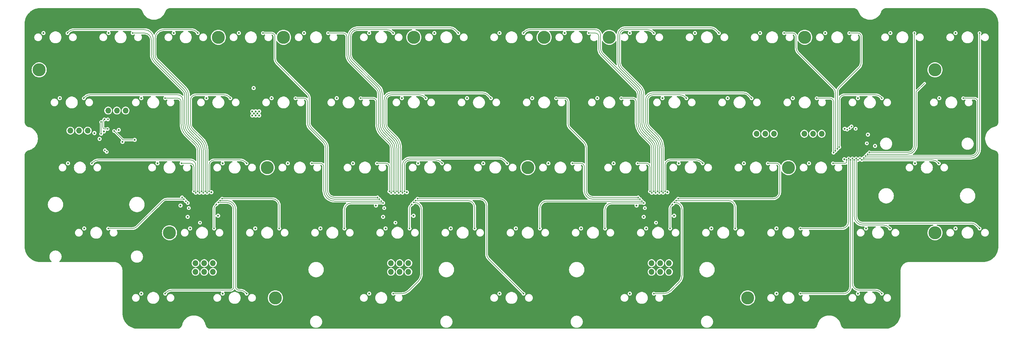
<source format=gbr>
%TF.GenerationSoftware,KiCad,Pcbnew,8.0.9*%
%TF.CreationDate,2025-07-07T03:51:00+07:00*%
%TF.ProjectId,Agar HE,41676172-2048-4452-9e6b-696361645f70,rev?*%
%TF.SameCoordinates,Original*%
%TF.FileFunction,Copper,L1,Top*%
%TF.FilePolarity,Positive*%
%FSLAX46Y46*%
G04 Gerber Fmt 4.6, Leading zero omitted, Abs format (unit mm)*
G04 Created by KiCad (PCBNEW 8.0.9) date 2025-07-07 03:51:00*
%MOMM*%
%LPD*%
G01*
G04 APERTURE LIST*
%TA.AperFunction,ComponentPad*%
%ADD10C,3.800000*%
%TD*%
%TA.AperFunction,ComponentPad*%
%ADD11R,1.700000X1.700000*%
%TD*%
%TA.AperFunction,ComponentPad*%
%ADD12O,1.700000X1.700000*%
%TD*%
%TA.AperFunction,ComponentPad*%
%ADD13C,0.500000*%
%TD*%
%TA.AperFunction,ViaPad*%
%ADD14C,0.600000*%
%TD*%
%TA.AperFunction,ViaPad*%
%ADD15C,0.500000*%
%TD*%
%TA.AperFunction,Conductor*%
%ADD16C,0.200000*%
%TD*%
%TA.AperFunction,Conductor*%
%ADD17C,0.153900*%
%TD*%
G04 APERTURE END LIST*
D10*
%TO.P,H8,1*%
%TO.N,N/C*%
X166687500Y-23812500D03*
%TD*%
%TO.P,H4,1*%
%TO.N,N/C*%
X85725000Y-61912500D03*
%TD*%
%TO.P,H5,1*%
%TO.N,N/C*%
X71437500Y-23812500D03*
%TD*%
%TO.P,H13,1*%
%TO.N,N/C*%
X238125000Y-61912500D03*
%TD*%
%TO.P,H10,1*%
%TO.N,N/C*%
X185737500Y-23812500D03*
%TD*%
%TO.P,H7,1*%
%TO.N,N/C*%
X161925000Y-61912500D03*
%TD*%
%TO.P,H13,1*%
%TO.N,N/C*%
X57150000Y-80962500D03*
%TD*%
%TO.P,H9,1*%
%TO.N,N/C*%
X128587500Y-23812500D03*
%TD*%
%TO.P,H12,1*%
%TO.N,N/C*%
X19050000Y-33337500D03*
%TD*%
%TO.P,H13,1*%
%TO.N,N/C*%
X280987500Y-80962500D03*
%TD*%
%TO.P,H18,1*%
%TO.N,N/C*%
X280987500Y-33337500D03*
%TD*%
%TO.P,H14,1*%
%TO.N,N/C*%
X88106250Y-100012500D03*
%TD*%
%TO.P,H11,1*%
%TO.N,N/C*%
X242887500Y-23812500D03*
%TD*%
%TO.P,H15,1*%
%TO.N,N/C*%
X226218750Y-100012500D03*
%TD*%
%TO.P,H5,1*%
%TO.N,N/C*%
X90487500Y-23812500D03*
%TD*%
D11*
%TO.P,J2,1,Pin_1*%
%TO.N,GND*%
X25620000Y-51112500D03*
D12*
%TO.P,J2,2,Pin_2*%
%TO.N,SWDIO*%
X28160000Y-51112500D03*
%TO.P,J2,3,Pin_3*%
%TO.N,SWCLK*%
X30700000Y-51112500D03*
%TO.P,J2,4,Pin_4*%
%TO.N,+3.3V*%
X33240000Y-51112500D03*
%TD*%
D11*
%TO.P,J9,1,Pin_1*%
%TO.N,GND*%
X129530000Y-92392500D03*
D12*
%TO.P,J9,2,Pin_2*%
%TO.N,SWCLK_S2*%
X126990000Y-92392500D03*
%TO.P,J9,3,Pin_3*%
%TO.N,SWDIO_S2*%
X124450000Y-92392500D03*
%TO.P,J9,4,Pin_4*%
%TO.N,+3.3V*%
X121910000Y-92392500D03*
%TD*%
D11*
%TO.P,J4,1,Pin_1*%
%TO.N,GND*%
X72380000Y-89852500D03*
D12*
%TO.P,J4,2,Pin_2*%
%TO.N,UART5_TX_S1*%
X69840000Y-89852500D03*
%TO.P,J4,3,Pin_3*%
%TO.N,UART5_RX_S1*%
X67300000Y-89852500D03*
%TO.P,J4,4,Pin_4*%
%TO.N,+3.3V*%
X64760000Y-89852500D03*
%TD*%
D13*
%TO.P,U5,49,VSS*%
%TO.N,GND*%
X258750000Y-56343750D03*
X258750000Y-55293750D03*
X258750000Y-54243750D03*
X258750000Y-53193750D03*
X257700000Y-56343750D03*
X257700000Y-55293750D03*
X257700000Y-54243750D03*
X257700000Y-53193750D03*
X256650000Y-56343750D03*
X256650000Y-55293750D03*
X256650000Y-54243750D03*
X256650000Y-53193750D03*
X255600000Y-56343750D03*
X255600000Y-55293750D03*
X255600000Y-54243750D03*
X255600000Y-53193750D03*
%TD*%
%TO.P,U3,49,VSS*%
%TO.N,GND*%
X122250000Y-72243750D03*
X122250000Y-73293750D03*
X122250000Y-74343750D03*
X122250000Y-75393750D03*
X123300000Y-72243750D03*
X123300000Y-73293750D03*
X123300000Y-74343750D03*
X123300000Y-75393750D03*
X124350000Y-72243750D03*
X124350000Y-73293750D03*
X124350000Y-74343750D03*
X124350000Y-75393750D03*
X125400000Y-72243750D03*
X125400000Y-73293750D03*
X125400000Y-74343750D03*
X125400000Y-75393750D03*
%TD*%
D11*
%TO.P,J10,1,Pin_1*%
%TO.N,GND*%
X205730000Y-92392500D03*
D12*
%TO.P,J10,2,Pin_2*%
%TO.N,SWCLK_S3*%
X203190000Y-92392500D03*
%TO.P,J10,3,Pin_3*%
%TO.N,SWDIO_S3*%
X200650000Y-92392500D03*
%TO.P,J10,4,Pin_4*%
%TO.N,+3.3V*%
X198110000Y-92392500D03*
%TD*%
D13*
%TO.P,U2,49,VSS*%
%TO.N,GND*%
X65100000Y-72243750D03*
X65100000Y-73293750D03*
X65100000Y-74343750D03*
X65100000Y-75393750D03*
X66150000Y-72243750D03*
X66150000Y-73293750D03*
X66150000Y-74343750D03*
X66150000Y-75393750D03*
X67200000Y-72243750D03*
X67200000Y-73293750D03*
X67200000Y-74343750D03*
X67200000Y-75393750D03*
X68250000Y-72243750D03*
X68250000Y-73293750D03*
X68250000Y-74343750D03*
X68250000Y-75393750D03*
%TD*%
D11*
%TO.P,J3,1,Pin_1*%
%TO.N,GND*%
X36681250Y-45243750D03*
D12*
%TO.P,J3,2,Pin_2*%
%TO.N,UART1_TX*%
X39221250Y-45243750D03*
%TO.P,J3,3,Pin_3*%
%TO.N,UART1_RX*%
X41761250Y-45243750D03*
%TO.P,J3,4,Pin_4*%
%TO.N,+3.3V*%
X44301250Y-45243750D03*
%TD*%
D11*
%TO.P,J8,1,Pin_1*%
%TO.N,GND*%
X72380000Y-92392500D03*
D12*
%TO.P,J8,2,Pin_2*%
%TO.N,SWCLK_S1*%
X69840000Y-92392500D03*
%TO.P,J8,3,Pin_3*%
%TO.N,SWDIO_S1*%
X67300000Y-92392500D03*
%TO.P,J8,4,Pin_4*%
%TO.N,+3.3V*%
X64760000Y-92392500D03*
%TD*%
D11*
%TO.P,J7,1,Pin_1*%
%TO.N,GND*%
X236405000Y-52018750D03*
D12*
%TO.P,J7,2,Pin_2*%
%TO.N,UART5_TX_S4*%
X233865000Y-52018750D03*
%TO.P,J7,3,Pin_3*%
%TO.N,UART5_RX_S4*%
X231325000Y-52018750D03*
%TO.P,J7,4,Pin_4*%
%TO.N,+3.3V*%
X228785000Y-52018750D03*
%TD*%
D13*
%TO.P,U4,49,VSS*%
%TO.N,GND*%
X198450000Y-72243750D03*
X198450000Y-73293750D03*
X198450000Y-74343750D03*
X198450000Y-75393750D03*
X199500000Y-72243750D03*
X199500000Y-73293750D03*
X199500000Y-74343750D03*
X199500000Y-75393750D03*
X200550000Y-72243750D03*
X200550000Y-73293750D03*
X200550000Y-74343750D03*
X200550000Y-75393750D03*
X201600000Y-72243750D03*
X201600000Y-73293750D03*
X201600000Y-74343750D03*
X201600000Y-75393750D03*
%TD*%
D11*
%TO.P,J6,1,Pin_1*%
%TO.N,GND*%
X205730000Y-89852500D03*
D12*
%TO.P,J6,2,Pin_2*%
%TO.N,UART5_TX_S3*%
X203190000Y-89852500D03*
%TO.P,J6,3,Pin_3*%
%TO.N,UART5_RX_S3*%
X200650000Y-89852500D03*
%TO.P,J6,4,Pin_4*%
%TO.N,+3.3V*%
X198110000Y-89852500D03*
%TD*%
D13*
%TO.P,U1,33,VSS/VSSA*%
%TO.N,GND*%
X40658750Y-54867500D03*
X40658750Y-54017500D03*
X40658750Y-53167500D03*
X39808750Y-54867500D03*
X39808750Y-54017500D03*
X39808750Y-53167500D03*
X38958750Y-54867500D03*
X38958750Y-54017500D03*
X38958750Y-53167500D03*
%TD*%
D11*
%TO.P,J11,1,Pin_1*%
%TO.N,GND*%
X240225000Y-52018750D03*
D12*
%TO.P,J11,2,Pin_2*%
%TO.N,SWCLK_S4*%
X242765000Y-52018750D03*
%TO.P,J11,3,Pin_3*%
%TO.N,SWDIO_S4*%
X245305000Y-52018750D03*
%TO.P,J11,4,Pin_4*%
%TO.N,+3.3V*%
X247845000Y-52018750D03*
%TD*%
D11*
%TO.P,J5,1,Pin_1*%
%TO.N,GND*%
X129530000Y-89852500D03*
D12*
%TO.P,J5,2,Pin_2*%
%TO.N,UART5_TX_S2*%
X126990000Y-89852500D03*
%TO.P,J5,3,Pin_3*%
%TO.N,UART5_RX_S2*%
X124450000Y-89852500D03*
%TO.P,J5,4,Pin_4*%
%TO.N,+3.3V*%
X121910000Y-89852500D03*
%TD*%
D14*
%TO.N,+3.3V*%
X81371875Y-45471875D03*
X139375000Y-79732500D03*
X167950000Y-60682500D03*
X115562500Y-22582500D03*
X110800000Y-60682500D03*
X248912500Y-22582500D03*
X267962500Y-22582500D03*
X83371875Y-46671875D03*
X258437500Y-41632500D03*
X83371875Y-45471875D03*
X119625000Y-76318750D03*
X129850000Y-60682500D03*
X82871875Y-46071875D03*
X177475000Y-79732500D03*
X67937500Y-41632500D03*
X244150000Y-60682500D03*
X58412500Y-22582500D03*
X260818750Y-79732500D03*
X128525000Y-76018750D03*
X69395000Y-69118750D03*
X96512500Y-22582500D03*
X63175000Y-79732500D03*
X25075000Y-41632500D03*
X182237500Y-41632500D03*
X163187500Y-41632500D03*
X35208750Y-51817500D03*
X254595000Y-50568750D03*
X82371875Y-46671875D03*
X91750000Y-60682500D03*
X263475000Y-55588750D03*
X234625000Y-98782500D03*
X48887500Y-98782500D03*
X81751875Y-38671875D03*
X53650000Y-60682500D03*
X287012500Y-79732500D03*
X42308750Y-50897500D03*
X234625000Y-79732500D03*
X117525000Y-72998750D03*
X134612500Y-22582500D03*
X43408750Y-54417500D03*
X239387500Y-41632500D03*
X225100000Y-60682500D03*
X153662500Y-22582500D03*
X81871875Y-46071875D03*
X120325000Y-79732500D03*
X220337500Y-41632500D03*
X254455000Y-59468750D03*
X82371875Y-45471875D03*
X72700000Y-60682500D03*
X39362500Y-22582500D03*
X115562500Y-98782500D03*
X32218750Y-79732500D03*
X204725000Y-76018750D03*
X282250000Y-41632500D03*
X27456250Y-60682500D03*
X72700000Y-98782500D03*
X206050000Y-60682500D03*
X258437500Y-98782500D03*
X275106250Y-60682500D03*
X81371875Y-46671875D03*
X101275000Y-79732500D03*
X202745000Y-69118750D03*
X191762500Y-98782500D03*
X195825000Y-76318750D03*
X201287500Y-41632500D03*
X191762500Y-22582500D03*
X229862500Y-22582500D03*
X287012500Y-22582500D03*
X86987500Y-41632500D03*
X158425000Y-79732500D03*
X193725000Y-72998750D03*
X71375000Y-76012500D03*
X48887500Y-41632500D03*
X196525000Y-79732500D03*
X62475000Y-76318750D03*
X36688750Y-53517500D03*
X187000000Y-60682500D03*
D15*
X39128750Y-47817500D03*
D14*
X210812500Y-22582500D03*
X77462500Y-22582500D03*
X261375000Y-52268750D03*
X153662500Y-98782500D03*
X144137500Y-41632500D03*
X215575000Y-79732500D03*
X172712500Y-22582500D03*
X82225000Y-79732500D03*
X125087500Y-41632500D03*
X60375000Y-72998750D03*
X20312500Y-22582500D03*
X126545000Y-69118750D03*
X148900000Y-60682500D03*
X106037500Y-41632500D03*
X38008750Y-51317500D03*
D15*
%TO.N,44*%
X122562500Y-98782500D03*
X128575000Y-72118750D03*
D14*
%TO.N,RST*%
X46985700Y-53817500D03*
D15*
%TO.N,SLAVE RST*%
X62785700Y-73768750D03*
X119935700Y-73768750D03*
X261064300Y-54818750D03*
X38808750Y-57317500D03*
X196135700Y-73768750D03*
%TO.N,ADC4_IN1*%
X261225000Y-58032500D03*
%TO.N,ADC4_IN6*%
X258475000Y-59682500D03*
%TO.N,BOOT*%
X40958750Y-51217500D03*
%TO.N,46*%
X129675000Y-71018750D03*
X160662500Y-98782500D03*
%TO.N,48*%
X204775000Y-72118750D03*
X198762500Y-98782500D03*
%TO.N,49*%
X241625000Y-98782500D03*
X256275000Y-59682500D03*
%TO.N,410*%
X256825000Y-59249488D03*
X265437500Y-98782500D03*
%TO.N,00*%
X67025000Y-69301762D03*
X27312500Y-22582500D03*
%TO.N,01*%
X66475000Y-68868750D03*
X46362500Y-22582500D03*
%TO.N,02*%
X65412500Y-22582500D03*
X67575000Y-68868750D03*
%TO.N,03*%
X117975000Y-70618750D03*
X84462500Y-22582500D03*
%TO.N,04*%
X122525000Y-68868750D03*
X103512500Y-22582500D03*
%TO.N,05*%
X123625000Y-68868750D03*
X122562500Y-22582500D03*
%TO.N,06*%
X123075000Y-69301762D03*
X141612500Y-22582500D03*
%TO.N,07*%
X160662500Y-22582500D03*
X199275000Y-69301762D03*
%TO.N,08*%
X198725000Y-68868750D03*
X179712500Y-22582500D03*
%TO.N,09*%
X198762500Y-22582500D03*
X200375000Y-69301762D03*
%TO.N,010*%
X217812500Y-22582500D03*
X199825000Y-68868750D03*
%TO.N,011*%
X251875000Y-57018750D03*
X236862500Y-22582500D03*
%TO.N,012*%
X252425000Y-56468750D03*
X255912500Y-22582500D03*
%TO.N,013*%
X274962500Y-22582500D03*
X261775000Y-57482500D03*
%TO.N,014*%
X294012500Y-22582500D03*
X260125000Y-59132500D03*
%TO.N,10*%
X65925000Y-69301762D03*
X32075000Y-41632500D03*
%TO.N,11*%
X55887500Y-41632500D03*
X65375000Y-68868750D03*
%TO.N,12*%
X68125000Y-69301762D03*
X74937500Y-41632500D03*
%TO.N,13*%
X93987500Y-41632500D03*
X118525000Y-71168750D03*
%TO.N,14*%
X121975000Y-69301762D03*
X113037500Y-41632500D03*
%TO.N,15*%
X132087500Y-41632500D03*
X124725000Y-68868750D03*
%TO.N,16*%
X124175000Y-69301762D03*
X151137500Y-41632500D03*
%TO.N,17*%
X194175000Y-70618750D03*
X170187500Y-41632500D03*
%TO.N,18*%
X189237500Y-41632500D03*
X198175000Y-69301762D03*
%TO.N,19*%
X201475000Y-69301762D03*
X208287500Y-41632500D03*
%TO.N,110*%
X200925000Y-68868750D03*
X227337500Y-41632500D03*
%TO.N,111*%
X251325000Y-57568750D03*
X246387500Y-41632500D03*
%TO.N,112*%
X265437500Y-41632500D03*
X252975000Y-55918750D03*
%TO.N,113*%
X260675000Y-58582500D03*
X289250000Y-41632500D03*
%TO.N,20*%
X34456250Y-60682500D03*
X64825000Y-69301762D03*
%TO.N,21*%
X60650000Y-60682500D03*
X64275000Y-68868750D03*
%TO.N,22*%
X79700000Y-60682500D03*
X68675000Y-68868750D03*
%TO.N,23*%
X119075000Y-71718750D03*
X98750000Y-60682500D03*
%TO.N,24*%
X121425000Y-68868750D03*
X117800000Y-60682500D03*
%TO.N,25*%
X136850000Y-60682500D03*
X125825000Y-68868750D03*
%TO.N,26*%
X125275000Y-69301762D03*
X155900000Y-60682500D03*
%TO.N,27*%
X174950000Y-60682500D03*
X194725000Y-71168750D03*
%TO.N,28*%
X197625000Y-68868750D03*
X194000000Y-60682500D03*
%TO.N,29*%
X202025000Y-68868750D03*
X213050000Y-60682500D03*
%TO.N,210*%
X205875000Y-71018750D03*
X232100000Y-60682500D03*
%TO.N,211*%
X255175000Y-59682500D03*
X251150000Y-60682500D03*
%TO.N,213*%
X259575000Y-59682500D03*
X282106250Y-60682500D03*
%TO.N,31*%
X61375000Y-71168750D03*
X39218750Y-79732500D03*
%TO.N,33*%
X70875000Y-72668750D03*
X70175000Y-79732500D03*
%TO.N,34*%
X72525000Y-71018750D03*
X89225000Y-79732500D03*
%TO.N,35*%
X119625000Y-72268750D03*
X108275000Y-79732500D03*
%TO.N,36*%
X127325000Y-79732500D03*
X128025000Y-72668750D03*
%TO.N,37*%
X146375000Y-79732500D03*
X129125000Y-71568750D03*
%TO.N,38*%
X165425000Y-79732500D03*
X195275000Y-71718750D03*
%TO.N,39*%
X195825000Y-72268750D03*
X184475000Y-79732500D03*
%TO.N,310*%
X204225000Y-72668750D03*
X203525000Y-79732500D03*
%TO.N,311*%
X205325000Y-71568750D03*
X222575000Y-79732500D03*
%TO.N,312*%
X255725000Y-59249488D03*
X241625000Y-79732500D03*
%TO.N,314*%
X267818750Y-79732500D03*
X257375000Y-59682500D03*
%TO.N,315*%
X257925000Y-59249488D03*
X294012500Y-79732500D03*
%TO.N,41*%
X55887500Y-98782500D03*
X71425000Y-72118750D03*
%TO.N,42*%
X71975000Y-71568750D03*
X79700000Y-98782500D03*
%TO.N,ADC1_IN3*%
X60825000Y-70618750D03*
%TO.N,ADC1_IN1*%
X61925000Y-71718750D03*
%TO.N,ADC1_IN0*%
X62475000Y-72268750D03*
%TO.N,SLAVE BOOT*%
X66075000Y-78018750D03*
X123225000Y-78018750D03*
X38258750Y-56817500D03*
X199425000Y-78018750D03*
X257775000Y-50568750D03*
D14*
%TO.N,GND*%
X123983750Y-50323750D03*
X134143750Y-88423750D03*
X150137500Y-43092500D03*
X73183750Y-52863750D03*
X151923750Y-103663750D03*
X118903750Y-103663750D03*
X259437500Y-100242500D03*
X80803750Y-106203750D03*
X217963750Y-60483750D03*
X164623750Y-57943750D03*
X238125000Y-102207500D03*
X230663750Y-75723750D03*
X47783750Y-68103750D03*
X80803750Y-52863750D03*
X200183750Y-103663750D03*
X109537500Y-45057500D03*
X238283750Y-19843750D03*
X90963750Y-65563750D03*
X223837500Y-45057500D03*
X73183750Y-19843750D03*
X127505000Y-69118750D03*
X230663750Y-40163750D03*
X146843750Y-83343750D03*
X50323750Y-96043750D03*
X116363750Y-75723750D03*
X22383750Y-68103750D03*
X101123750Y-30003750D03*
X93503750Y-45243750D03*
X68103750Y-83343750D03*
X80803750Y-93503750D03*
X140612500Y-24042500D03*
X179863750Y-88423750D03*
X182403750Y-65563750D03*
X233203750Y-32543750D03*
X117525000Y-73958750D03*
X134143750Y-45243750D03*
X157003750Y-75723750D03*
X149383750Y-32543750D03*
X215423750Y-37623750D03*
X123983750Y-85883750D03*
X250983750Y-27463750D03*
X294163750Y-65563750D03*
X106203750Y-106203750D03*
X211812500Y-24042500D03*
X271303750Y-88423750D03*
X223043750Y-24923750D03*
X202723750Y-37623750D03*
X284003750Y-50323750D03*
X123983750Y-19843750D03*
X27463750Y-17303750D03*
X261818750Y-81192500D03*
X177323750Y-103663750D03*
X97512500Y-24042500D03*
X172243750Y-73183750D03*
X40362500Y-24042500D03*
X230663750Y-68103750D03*
X19843750Y-30003750D03*
X107037500Y-43092500D03*
X128525000Y-76978750D03*
X157003750Y-83343750D03*
X216575000Y-81192500D03*
X119062500Y-26007500D03*
X70643750Y-37623750D03*
X40163750Y-68103750D03*
X245903750Y-65563750D03*
X30003750Y-45243750D03*
X63023750Y-65563750D03*
X52387500Y-102207500D03*
X96043750Y-101123750D03*
X205263750Y-98583750D03*
X152400000Y-64107500D03*
X75723750Y-35083750D03*
X281106250Y-62142500D03*
X296703750Y-83343750D03*
X157003750Y-106203750D03*
X73183750Y-96043750D03*
X93503750Y-19843750D03*
X197643750Y-45243750D03*
X149900000Y-62142500D03*
X65563750Y-45243750D03*
X40163750Y-83343750D03*
X63023750Y-27463750D03*
X159662500Y-100242500D03*
X230862500Y-24042500D03*
X223043750Y-57943750D03*
X188000000Y-62142500D03*
X45243750Y-17303750D03*
X22383750Y-19843750D03*
X268763750Y-106203750D03*
X276383750Y-85883750D03*
X90963750Y-98583750D03*
X54887500Y-100242500D03*
X235743750Y-83343750D03*
X235743750Y-96043750D03*
X157003750Y-90963750D03*
X245903750Y-57943750D03*
X283250000Y-43092500D03*
X141763750Y-96043750D03*
X154662500Y-24042500D03*
X23812500Y-26007500D03*
X164623750Y-90963750D03*
X35728750Y-53517500D03*
X151923750Y-19843750D03*
X278923750Y-75723750D03*
X228123750Y-80803750D03*
X223043750Y-83343750D03*
X262335000Y-52268750D03*
X220503750Y-68103750D03*
X286543750Y-17303750D03*
X215423750Y-65563750D03*
X78263750Y-17303750D03*
X245903750Y-37623750D03*
X90963750Y-106203750D03*
X65563750Y-103663750D03*
X103663750Y-50323750D03*
X296703750Y-27463750D03*
X217963750Y-103663750D03*
X79271875Y-38171875D03*
X285750000Y-45057500D03*
X116562500Y-24042500D03*
X123983750Y-96043750D03*
X264437500Y-43092500D03*
X135612500Y-24042500D03*
X284003750Y-83343750D03*
X57943750Y-68103750D03*
X235743750Y-73183750D03*
X60483750Y-101123750D03*
X45243750Y-93503750D03*
X60483750Y-85883750D03*
X139223750Y-35083750D03*
X92750000Y-62142500D03*
X159425000Y-81192500D03*
X52863750Y-78263750D03*
X73183750Y-75723750D03*
X42308750Y-49937500D03*
X32543750Y-83343750D03*
X75723750Y-103663750D03*
X164187500Y-43092500D03*
X123825000Y-83157500D03*
X54650000Y-62142500D03*
X197762500Y-24042500D03*
X32543750Y-68103750D03*
X187483750Y-75723750D03*
X202723750Y-24923750D03*
X261143750Y-22383750D03*
X184943750Y-57943750D03*
X190023750Y-80803750D03*
X68937500Y-43092500D03*
X266223750Y-45243750D03*
X210343750Y-57943750D03*
X207803750Y-35083750D03*
X50323750Y-19843750D03*
X207803750Y-75723750D03*
X123983750Y-106203750D03*
X247650000Y-64107500D03*
X200183750Y-85883750D03*
X38218750Y-81192500D03*
X250983750Y-75723750D03*
X116363750Y-96043750D03*
X263683750Y-103663750D03*
X210343750Y-68103750D03*
X83343750Y-83343750D03*
X238283750Y-103663750D03*
X57943750Y-17303750D03*
X37623750Y-42703750D03*
X254595000Y-49608750D03*
X96043750Y-27463750D03*
X182403750Y-73183750D03*
X278923750Y-37623750D03*
X57943750Y-96043750D03*
X97750000Y-62142500D03*
X266818750Y-81192500D03*
X225583750Y-30003750D03*
X108743750Y-47783750D03*
X90487500Y-45057500D03*
X235743750Y-37623750D03*
X250150000Y-62142500D03*
X178475000Y-81192500D03*
X118903750Y-83343750D03*
X35083750Y-17303750D03*
X172243750Y-45243750D03*
X289083750Y-32543750D03*
X233203750Y-90963750D03*
X80962500Y-26007500D03*
X106203750Y-68103750D03*
X55403750Y-83343750D03*
X240823750Y-70643750D03*
X40163750Y-27463750D03*
X177323750Y-32543750D03*
X187483750Y-27463750D03*
X126523750Y-101123750D03*
X24923750Y-27463750D03*
X256063750Y-30003750D03*
X212050000Y-62142500D03*
X238283750Y-65563750D03*
X146843750Y-106203750D03*
X278923750Y-24923750D03*
X167163750Y-37623750D03*
X182403750Y-30003750D03*
X27463750Y-85883750D03*
X159543750Y-52863750D03*
X113823750Y-80803750D03*
X35083750Y-47783750D03*
X96043750Y-35083750D03*
X209550000Y-64107500D03*
X242887500Y-45057500D03*
X228123750Y-19843750D03*
X134143750Y-80803750D03*
X235743750Y-45243750D03*
X73937500Y-43092500D03*
X123983750Y-37623750D03*
X225583750Y-65563750D03*
X182403750Y-101123750D03*
X217963750Y-27463750D03*
X204787500Y-45057500D03*
X215423750Y-98583750D03*
X101123750Y-96043750D03*
X187483750Y-85883750D03*
X131087500Y-43092500D03*
X248443750Y-80803750D03*
X164623750Y-45243750D03*
X168950000Y-62142500D03*
X197762500Y-100242500D03*
X162083750Y-40163750D03*
X220503750Y-32543750D03*
X290512500Y-26007500D03*
X59412500Y-24042500D03*
X187483750Y-40163750D03*
X113823750Y-19843750D03*
X78700000Y-100242500D03*
X197525000Y-81192500D03*
X70643750Y-106203750D03*
X200183750Y-19843750D03*
X47783750Y-106203750D03*
X195103750Y-106203750D03*
X19843750Y-50323750D03*
X174783750Y-17303750D03*
X116562500Y-100242500D03*
X159543750Y-35083750D03*
X169703750Y-96043750D03*
X60375000Y-73958750D03*
X271303750Y-55403750D03*
X145375000Y-81192500D03*
X183237500Y-43092500D03*
X217963750Y-88423750D03*
X238283750Y-50323750D03*
X131603750Y-22383750D03*
X217963750Y-19843750D03*
X129063750Y-17303750D03*
X157003750Y-17303750D03*
X106203750Y-90963750D03*
X73183750Y-45243750D03*
X154900000Y-62142500D03*
X28456250Y-62142500D03*
X118903750Y-35083750D03*
X203705000Y-69118750D03*
X291623750Y-73183750D03*
X225583750Y-52863750D03*
X263683750Y-37623750D03*
X101123750Y-70643750D03*
X225583750Y-73183750D03*
X238283750Y-88423750D03*
X68103750Y-50323750D03*
X200183750Y-50323750D03*
X228123750Y-45243750D03*
X243363750Y-83343750D03*
X271303750Y-73183750D03*
X271303750Y-35083750D03*
X30003750Y-37623750D03*
X106203750Y-27463750D03*
X291623750Y-19843750D03*
X80803750Y-75723750D03*
X154662500Y-100242500D03*
X195103750Y-83343750D03*
X111283750Y-73183750D03*
X42703750Y-47783750D03*
X17303750Y-24923750D03*
X207287500Y-43092500D03*
X263683750Y-85883750D03*
X288012500Y-81192500D03*
X134143750Y-30003750D03*
X26075000Y-43092500D03*
X190023750Y-52863750D03*
X228123750Y-93503750D03*
X204725000Y-76978750D03*
X151923750Y-80803750D03*
X263683750Y-65563750D03*
X113823750Y-30003750D03*
X286543750Y-75723750D03*
X40163750Y-37623750D03*
X55403750Y-47783750D03*
X70643750Y-27463750D03*
X235862500Y-24042500D03*
X145137500Y-43092500D03*
X45243750Y-42703750D03*
X88423750Y-35083750D03*
X235625000Y-81192500D03*
X220503750Y-93503750D03*
X47783750Y-35083750D03*
X75723750Y-68103750D03*
X223043750Y-106203750D03*
X83343750Y-98583750D03*
X243363750Y-106203750D03*
X146843750Y-24923750D03*
X27463750Y-65563750D03*
X131603750Y-52863750D03*
X171450000Y-64107500D03*
X276383750Y-17303750D03*
X42703750Y-73183750D03*
X128587500Y-45057500D03*
X219075000Y-83157500D03*
X73700000Y-62142500D03*
X71437500Y-45057500D03*
X101123750Y-103663750D03*
X249912500Y-24042500D03*
X195103750Y-93503750D03*
X141763750Y-88423750D03*
X286543750Y-63023750D03*
X268763750Y-96043750D03*
X30003750Y-57943750D03*
X98583750Y-17303750D03*
X284003750Y-70643750D03*
X228123750Y-103663750D03*
X113823750Y-37623750D03*
X238125000Y-83157500D03*
X205263750Y-106203750D03*
X129063750Y-65563750D03*
X205263750Y-65563750D03*
X151923750Y-50323750D03*
X169703750Y-22383750D03*
X192563750Y-30003750D03*
X240823750Y-93503750D03*
X226337500Y-43092500D03*
X78700000Y-62142500D03*
X205263750Y-47783750D03*
X129063750Y-47783750D03*
X116363750Y-88423750D03*
X291623750Y-50323750D03*
X166687500Y-45057500D03*
X226100000Y-62142500D03*
X231100000Y-62142500D03*
X50323750Y-73183750D03*
X73700000Y-100242500D03*
X59650000Y-62142500D03*
X100012500Y-26007500D03*
X151923750Y-73183750D03*
X176212500Y-26007500D03*
X93503750Y-52863750D03*
X173712500Y-24042500D03*
X126325000Y-81192500D03*
X268763750Y-83343750D03*
X22383750Y-35083750D03*
X17303750Y-37623750D03*
X139223750Y-75723750D03*
X200025000Y-83157500D03*
X131603750Y-75723750D03*
X278923750Y-52863750D03*
X268763750Y-40163750D03*
X205263750Y-17303750D03*
X61515000Y-76318750D03*
X35083750Y-73183750D03*
X184943750Y-106203750D03*
X78571875Y-40471875D03*
X42703750Y-32543750D03*
X286543750Y-27463750D03*
X276383750Y-70643750D03*
X230663750Y-85883750D03*
X17303750Y-65563750D03*
X65563750Y-96043750D03*
X264437500Y-100242500D03*
X157003750Y-30003750D03*
X202287500Y-43092500D03*
X131603750Y-96043750D03*
X190023750Y-45243750D03*
X167163750Y-75723750D03*
X286543750Y-55403750D03*
X37623750Y-78263750D03*
X281463750Y-88423750D03*
X179863750Y-52863750D03*
X243363750Y-47783750D03*
X195103750Y-35083750D03*
X245903750Y-22383750D03*
X215423750Y-75723750D03*
X107275000Y-81192500D03*
X266223750Y-17303750D03*
X42703750Y-88423750D03*
X88423750Y-60483750D03*
X116800000Y-62142500D03*
X88423750Y-50323750D03*
X240823750Y-32543750D03*
X63023750Y-35083750D03*
X47783750Y-27463750D03*
X141763750Y-47783750D03*
X248443750Y-70643750D03*
X112037500Y-43092500D03*
X116363750Y-50323750D03*
X192762500Y-100242500D03*
X183475000Y-81192500D03*
X141763750Y-19843750D03*
X179863750Y-60483750D03*
X35718750Y-83157500D03*
X101123750Y-45243750D03*
X111283750Y-93503750D03*
X245903750Y-88423750D03*
X70355000Y-69118750D03*
X273843750Y-42703750D03*
X52387500Y-45057500D03*
X162083750Y-65563750D03*
X35083750Y-35083750D03*
X45243750Y-78263750D03*
X17303750Y-80803750D03*
X159662500Y-24042500D03*
X78263750Y-80803750D03*
X238283750Y-57943750D03*
X190023750Y-103663750D03*
X273962500Y-24042500D03*
X174783750Y-40163750D03*
X24923750Y-80803750D03*
X289083750Y-45243750D03*
X146843750Y-68103750D03*
X111283750Y-85883750D03*
X147637500Y-45057500D03*
X177323750Y-75723750D03*
X258603750Y-90963750D03*
X243363750Y-75723750D03*
X235625000Y-100242500D03*
X281463750Y-19843750D03*
X157162500Y-26007500D03*
X17303750Y-57943750D03*
X85883750Y-88423750D03*
X187483750Y-68103750D03*
X106203750Y-60483750D03*
X118903750Y-27463750D03*
X17303750Y-45243750D03*
X63023750Y-90963750D03*
X111283750Y-52863750D03*
X141763750Y-57943750D03*
X268763750Y-50323750D03*
X130850000Y-62142500D03*
X268763750Y-60483750D03*
X151923750Y-88423750D03*
X184943750Y-17303750D03*
X259437500Y-43092500D03*
X131603750Y-103663750D03*
X159543750Y-96043750D03*
X296703750Y-70643750D03*
X240625000Y-100242500D03*
X61912500Y-26007500D03*
X268962500Y-24042500D03*
X121562500Y-100242500D03*
X288250000Y-43092500D03*
X195262500Y-102207500D03*
X114300000Y-64107500D03*
X116363750Y-68103750D03*
X185737500Y-45057500D03*
X129063750Y-83343750D03*
X57943750Y-106203750D03*
X133350000Y-64107500D03*
X190023750Y-90963750D03*
X290512500Y-83157500D03*
X169703750Y-88423750D03*
X106203750Y-83343750D03*
X164623750Y-32543750D03*
X167163750Y-50323750D03*
X238283750Y-27463750D03*
X162083750Y-27463750D03*
X193000000Y-62142500D03*
X195103750Y-17303750D03*
X83225000Y-81192500D03*
X256063750Y-37623750D03*
X142875000Y-83157500D03*
X45362500Y-24042500D03*
X210343750Y-80803750D03*
X144303750Y-52863750D03*
X288012500Y-24042500D03*
X245903750Y-30003750D03*
X98583750Y-83343750D03*
X64412500Y-24042500D03*
X180975000Y-83157500D03*
X223043750Y-98583750D03*
X190500000Y-64107500D03*
X192762500Y-24042500D03*
X240387500Y-43092500D03*
X248443750Y-101123750D03*
X172243750Y-101123750D03*
X261143750Y-32543750D03*
X136683750Y-50323750D03*
X118665000Y-76318750D03*
X55403750Y-27463750D03*
X55403750Y-90963750D03*
X49887500Y-43092500D03*
X245150000Y-62142500D03*
X258603750Y-106203750D03*
X281463750Y-45243750D03*
X210343750Y-45243750D03*
X27463750Y-52863750D03*
X217963750Y-52863750D03*
X17303750Y-17303750D03*
X188237500Y-43092500D03*
X240823750Y-40163750D03*
X85883750Y-68103750D03*
X243363750Y-17303750D03*
X202525000Y-81192500D03*
X245903750Y-96043750D03*
X119062500Y-102207500D03*
X144303750Y-37623750D03*
X296703750Y-35083750D03*
X136683750Y-98583750D03*
X264318750Y-83157500D03*
X57943750Y-32543750D03*
X30956250Y-64107500D03*
X167163750Y-68103750D03*
X104775000Y-83157500D03*
X162083750Y-73183750D03*
X174783750Y-57943750D03*
X162083750Y-103663750D03*
X250983750Y-17303750D03*
X293012500Y-81192500D03*
X177323750Y-47783750D03*
X149383750Y-96043750D03*
X73183750Y-85883750D03*
X205263750Y-30003750D03*
X228600000Y-64107500D03*
X138112500Y-26007500D03*
X101123750Y-37623750D03*
X151923750Y-27463750D03*
X223043750Y-47783750D03*
X261937500Y-45057500D03*
X212883750Y-32543750D03*
X45243750Y-63023750D03*
X172243750Y-80803750D03*
X293012500Y-24042500D03*
X221337500Y-43092500D03*
X108743750Y-17303750D03*
X296703750Y-17303750D03*
X210343750Y-103663750D03*
X63023750Y-19843750D03*
X296703750Y-57943750D03*
X144303750Y-30003750D03*
X252412500Y-26007500D03*
X96043750Y-75723750D03*
X157003750Y-68103750D03*
X96043750Y-93503750D03*
X45243750Y-101123750D03*
X210343750Y-88423750D03*
X278606250Y-64107500D03*
X27463750Y-73183750D03*
X111283750Y-24923750D03*
X167163750Y-17303750D03*
X42862500Y-26007500D03*
X248443750Y-45243750D03*
X85883750Y-27463750D03*
X98583750Y-65563750D03*
X217963750Y-45243750D03*
X157003750Y-57943750D03*
X31075000Y-43092500D03*
X174783750Y-85883750D03*
X167163750Y-83343750D03*
X135850000Y-62142500D03*
X151923750Y-65563750D03*
X83343750Y-37623750D03*
X78263750Y-27463750D03*
X268763750Y-30003750D03*
X106203750Y-98583750D03*
X263683750Y-52863750D03*
X258603750Y-83343750D03*
X154463750Y-42703750D03*
X17303750Y-73183750D03*
X228123750Y-35083750D03*
X223043750Y-37623750D03*
X179863750Y-19843750D03*
X76200000Y-102207500D03*
X261143750Y-73183750D03*
X24923750Y-40163750D03*
X40163750Y-19843750D03*
X52863750Y-65563750D03*
X129063750Y-35083750D03*
X80803750Y-65563750D03*
X261143750Y-96043750D03*
X129063750Y-27463750D03*
X179863750Y-37623750D03*
X88225000Y-81192500D03*
X70643750Y-65563750D03*
X102512500Y-24042500D03*
X169187500Y-43092500D03*
X118903750Y-17303750D03*
X144303750Y-101123750D03*
X92987500Y-43092500D03*
X172243750Y-52863750D03*
X273843750Y-27463750D03*
X126087500Y-43092500D03*
X261143750Y-47783750D03*
D15*
X38608750Y-49217500D03*
D14*
X81751875Y-39671875D03*
X149383750Y-45243750D03*
X254912500Y-24042500D03*
X121443750Y-45243750D03*
X139223750Y-103663750D03*
X113823750Y-45243750D03*
X182403750Y-45243750D03*
X68103750Y-17303750D03*
X296703750Y-42703750D03*
X71375000Y-76972500D03*
X230663750Y-98583750D03*
X291623750Y-37623750D03*
X190023750Y-19843750D03*
X146843750Y-17303750D03*
X256063750Y-19843750D03*
X233203750Y-106203750D03*
X52863750Y-37623750D03*
X253495000Y-59468750D03*
X93503750Y-70643750D03*
X90963750Y-40163750D03*
X221575000Y-81192500D03*
X289083750Y-85883750D03*
X88423750Y-17303750D03*
X30003750Y-78263750D03*
X26312500Y-24042500D03*
X162083750Y-19843750D03*
X294163750Y-88423750D03*
X57150000Y-64107500D03*
X281463750Y-65563750D03*
X40163750Y-60483750D03*
X134143750Y-37623750D03*
X28575000Y-45057500D03*
X169703750Y-30003750D03*
X22383750Y-60483750D03*
X184943750Y-35083750D03*
X88423750Y-93503750D03*
X30003750Y-30003750D03*
X172243750Y-35083750D03*
X174783750Y-27463750D03*
X212883750Y-17303750D03*
X33218750Y-81192500D03*
X95250000Y-64107500D03*
X207803750Y-22383750D03*
X164425000Y-81192500D03*
X172243750Y-65563750D03*
X22383750Y-75723750D03*
X85883750Y-45243750D03*
X144303750Y-63023750D03*
X87987500Y-43092500D03*
X85725000Y-83157500D03*
X68103750Y-32543750D03*
X230663750Y-27463750D03*
X50323750Y-45243750D03*
X102275000Y-81192500D03*
X266223750Y-90963750D03*
X192563750Y-57943750D03*
X146843750Y-90963750D03*
X284003750Y-35083750D03*
X276383750Y-47783750D03*
X268763750Y-68103750D03*
X177323750Y-68103750D03*
X69175000Y-81192500D03*
X121562500Y-24042500D03*
X233203750Y-17303750D03*
X192563750Y-65563750D03*
X134143750Y-68103750D03*
X47783750Y-83343750D03*
X214312500Y-26007500D03*
X245387500Y-43092500D03*
X271303750Y-19843750D03*
X19843750Y-85883750D03*
X210343750Y-96043750D03*
X80803750Y-32543750D03*
X33456250Y-62142500D03*
X111283750Y-65563750D03*
X30003750Y-22383750D03*
X253523750Y-65563750D03*
X54887500Y-43092500D03*
X184943750Y-50323750D03*
X123983750Y-30003750D03*
X50323750Y-60483750D03*
X52863750Y-103663750D03*
X223043750Y-17303750D03*
X35083750Y-24923750D03*
X121325000Y-81192500D03*
X271462500Y-26007500D03*
X250983750Y-35083750D03*
X64175000Y-81192500D03*
X76200000Y-64107500D03*
X202723750Y-57943750D03*
X276383750Y-32543750D03*
X167163750Y-106203750D03*
X139223750Y-65563750D03*
X182403750Y-93503750D03*
X90963750Y-83343750D03*
X197643750Y-27463750D03*
X200183750Y-32543750D03*
X35728750Y-56117500D03*
X24923750Y-47783750D03*
X250983750Y-93503750D03*
X187483750Y-96043750D03*
X93503750Y-88423750D03*
X139223750Y-27463750D03*
X111283750Y-101123750D03*
X194865000Y-76318750D03*
X52863750Y-52863750D03*
X47783750Y-50323750D03*
X88423750Y-75723750D03*
X230663750Y-50323750D03*
X230663750Y-57943750D03*
X49887500Y-100242500D03*
X205263750Y-83343750D03*
X200183750Y-96043750D03*
X212883750Y-50323750D03*
X83462500Y-24042500D03*
X140375000Y-81192500D03*
X216812500Y-24042500D03*
X266223750Y-75723750D03*
X78462500Y-24042500D03*
X253523750Y-103663750D03*
X281463750Y-30003750D03*
X233362500Y-26007500D03*
X78263750Y-88423750D03*
X225583750Y-88423750D03*
X291623750Y-60483750D03*
X161925000Y-83157500D03*
X139223750Y-42703750D03*
X261143750Y-60483750D03*
X240625000Y-81192500D03*
X276106250Y-62142500D03*
X173950000Y-62142500D03*
X50323750Y-88423750D03*
X139223750Y-83343750D03*
X21312500Y-24042500D03*
X215423750Y-83343750D03*
X149383750Y-57943750D03*
X162083750Y-85883750D03*
X193725000Y-73958750D03*
X35083750Y-88423750D03*
X207803750Y-52863750D03*
X101123750Y-88423750D03*
X136683750Y-17303750D03*
X294163750Y-78263750D03*
X151923750Y-37623750D03*
X178712500Y-24042500D03*
X263683750Y-27463750D03*
X111800000Y-62142500D03*
X261937500Y-102207500D03*
X83343750Y-19843750D03*
X273843750Y-80803750D03*
X263475000Y-54628750D03*
X207050000Y-62142500D03*
X286543750Y-40163750D03*
X182403750Y-83343750D03*
X78263750Y-47783750D03*
X250983750Y-85883750D03*
X90963750Y-30003750D03*
X256063750Y-45243750D03*
X103663750Y-19843750D03*
X113823750Y-106203750D03*
X177323750Y-96043750D03*
X273843750Y-65563750D03*
X85883750Y-103663750D03*
X164623750Y-98583750D03*
X106203750Y-35083750D03*
X210343750Y-27463750D03*
X66675000Y-83157500D03*
X108743750Y-40163750D03*
X157162500Y-102207500D03*
X103663750Y-75723750D03*
X195262500Y-26007500D03*
X157003750Y-47783750D03*
D15*
%TO.N,ADC4_IN5*%
X259025000Y-59249488D03*
%TO.N,SPI1_CS*%
X37178750Y-52067500D03*
X37178750Y-48592500D03*
%TO.N,SPI1_MISO*%
X38128750Y-47817500D03*
X39058750Y-50617500D03*
%TO.N,UART5_TX_S4*%
X255982568Y-50376318D03*
%TO.N,UART5_RX_S4*%
X256575000Y-49868750D03*
%TO.N,SWCLK_S4*%
X255304032Y-50813244D03*
%TD*%
D16*
%TO.N,44*%
X128575000Y-72118750D02*
X128825000Y-72118750D01*
X125018609Y-98782500D02*
X122562500Y-98782500D01*
X130825000Y-74118750D02*
X130825000Y-92976109D01*
X129946320Y-95097430D02*
X127139929Y-97903821D01*
X129946320Y-95097430D02*
G75*
G03*
X130825007Y-92976109I-2121320J2121330D01*
G01*
X127139929Y-97903821D02*
G75*
G02*
X125018609Y-98782507I-2121329J2121321D01*
G01*
X128825000Y-72118750D02*
G75*
G02*
X130824950Y-74118750I0J-1999950D01*
G01*
%TO.N,ADC4_IN1*%
X275512500Y-55382500D02*
X275512500Y-39700000D01*
X261225000Y-58032500D02*
X272862500Y-58032500D01*
X275512500Y-39700000D02*
X277950000Y-37262500D01*
X275512500Y-55382500D02*
G75*
G02*
X272862500Y-58032500I-2650000J0D01*
G01*
D17*
%TO.N,BOOT*%
X40958750Y-51217500D02*
X43558750Y-53817500D01*
X43558750Y-53817500D02*
X46408750Y-53817500D01*
D16*
%TO.N,46*%
X129675000Y-71018750D02*
X147875000Y-71018750D01*
X149875000Y-73018750D02*
X149875000Y-87166573D01*
X150460787Y-88580787D02*
X160662500Y-98782500D01*
X149875000Y-87166573D02*
G75*
G03*
X150460773Y-88580801I2000000J-27D01*
G01*
X147875000Y-71018750D02*
G75*
G02*
X149874950Y-73018750I0J-1999950D01*
G01*
%TO.N,48*%
X206146320Y-95497430D02*
X203739929Y-97903821D01*
X207025000Y-74118750D02*
X207025000Y-93376109D01*
X201618609Y-98782500D02*
X198762500Y-98782500D01*
X204775000Y-72118750D02*
X205025000Y-72118750D01*
X205025000Y-72118750D02*
G75*
G02*
X207024950Y-74118750I0J-1999950D01*
G01*
X203739929Y-97903821D02*
G75*
G02*
X201618609Y-98782507I-2121329J2121321D01*
G01*
X206146320Y-95497430D02*
G75*
G03*
X207025007Y-93376109I-2121320J2121330D01*
G01*
%TO.N,49*%
X254275000Y-98782500D02*
X241625000Y-98782500D01*
X256275000Y-59682500D02*
X256275000Y-96782500D01*
X254275000Y-98782500D02*
G75*
G03*
X256275000Y-96782500I0J2000000D01*
G01*
%TO.N,410*%
X256825000Y-59249488D02*
X256825000Y-95782500D01*
X258825000Y-97782500D02*
X263609073Y-97782500D01*
X265023287Y-98368287D02*
X265437500Y-98782500D01*
X263609073Y-97782500D02*
G75*
G02*
X265023301Y-98368273I27J-2000000D01*
G01*
X256825000Y-95782500D02*
G75*
G03*
X258825000Y-97782500I2000000J0D01*
G01*
%TO.N,00*%
X61440622Y-39040622D02*
X53134377Y-30734377D01*
X52387500Y-28931255D02*
X52387500Y-24132500D01*
X49837500Y-21582500D02*
X29140927Y-21582500D01*
X27726713Y-22168287D02*
X27312500Y-22582500D01*
X65955940Y-54192826D02*
X63095469Y-51332355D01*
X62187500Y-49140324D02*
X62187500Y-40843745D01*
X67025000Y-69301762D02*
X67025000Y-56773766D01*
X52387500Y-24132500D02*
G75*
G03*
X49837500Y-21582500I-2550000J0D01*
G01*
X67025000Y-56773766D02*
G75*
G03*
X65955923Y-54192843I-3650000J-34D01*
G01*
X61440622Y-39040622D02*
G75*
G02*
X62187468Y-40843745I-1803122J-1803078D01*
G01*
X27726713Y-22168287D02*
G75*
G02*
X29140927Y-21582519I1414187J-1414213D01*
G01*
X53134377Y-30734377D02*
G75*
G02*
X52387532Y-28931255I1803123J1803077D01*
G01*
X62187500Y-49140324D02*
G75*
G03*
X63095481Y-51332343I3100000J24D01*
G01*
%TO.N,01*%
X52745469Y-31123287D02*
X61051714Y-39429532D01*
X46362500Y-22582500D02*
X49837500Y-22582500D01*
X61637500Y-40843745D02*
X61637500Y-49140324D01*
X66475000Y-56773766D02*
X66475000Y-68868750D01*
X51837500Y-24582500D02*
X51837500Y-28931256D01*
X62706560Y-51721264D02*
X65567031Y-54581735D01*
X61637500Y-49140324D02*
G75*
G03*
X62706572Y-51721252I3650000J24D01*
G01*
X61637500Y-40843745D02*
G75*
G03*
X61051737Y-39429509I-2000000J45D01*
G01*
X51837500Y-24582500D02*
G75*
G03*
X49837500Y-22582500I-2000000J0D01*
G01*
X51837500Y-28931256D02*
G75*
G03*
X52745447Y-31123309I3100000J-44D01*
G01*
X65567031Y-54581735D02*
G75*
G02*
X66475024Y-56773766I-2192031J-2192065D01*
G01*
%TO.N,02*%
X66344848Y-53803916D02*
X63484377Y-50943445D01*
X64998287Y-22168287D02*
X65412500Y-22582500D01*
X61829531Y-38651713D02*
X53523286Y-30345468D01*
X55487500Y-21582500D02*
X63584073Y-21582500D01*
X52937500Y-28931255D02*
X52937500Y-24132500D01*
X67575000Y-68868750D02*
X67575000Y-56773765D01*
X62737500Y-49140323D02*
X62737500Y-40843744D01*
X61829531Y-38651713D02*
G75*
G02*
X62737469Y-40843744I-2192031J-2191987D01*
G01*
X62737500Y-49140323D02*
G75*
G03*
X63484389Y-50943433I2550000J23D01*
G01*
X67575000Y-56773765D02*
G75*
G03*
X66344830Y-53803934I-4200000J-35D01*
G01*
X63584073Y-21582500D02*
G75*
G02*
X64998301Y-22168273I27J-2000000D01*
G01*
X55487500Y-21582500D02*
G75*
G03*
X52937500Y-24132500I0J-2550000D01*
G01*
X53523286Y-30345468D02*
G75*
G02*
X52937532Y-28931255I1414214J1414168D01*
G01*
%TO.N,03*%
X86962500Y-22582500D02*
X84462500Y-22582500D01*
X98037500Y-48806255D02*
X98037500Y-41715927D01*
X87962500Y-29984073D02*
X87962500Y-23582500D01*
X117975000Y-70618750D02*
X105350000Y-70618750D01*
X102603122Y-54200304D02*
X98623286Y-50220468D01*
X103350000Y-68618750D02*
X103350000Y-56003427D01*
X97451713Y-40301713D02*
X88548286Y-31398286D01*
X87962500Y-23582500D02*
G75*
G03*
X86962500Y-22582500I-1000000J0D01*
G01*
X102603122Y-54200304D02*
G75*
G02*
X103349981Y-56003427I-1803122J-1803096D01*
G01*
X87962500Y-29984073D02*
G75*
G03*
X88548272Y-31398300I2000000J-27D01*
G01*
X97451713Y-40301713D02*
G75*
G02*
X98037481Y-41715927I-1414213J-1414187D01*
G01*
X98623286Y-50220468D02*
G75*
G02*
X98037532Y-48806255I1414214J1414168D01*
G01*
X105350000Y-70618750D02*
G75*
G02*
X103350050Y-68618750I0J1999950D01*
G01*
%TO.N,04*%
X107987500Y-22582500D02*
X103512500Y-22582500D01*
X121778122Y-54420644D02*
X119467651Y-52110173D01*
X108987500Y-28931256D02*
X108987500Y-23582500D01*
X117651713Y-38879531D02*
X109895469Y-31123287D01*
X122525000Y-68868750D02*
X122525000Y-56223767D01*
X118237500Y-49140325D02*
X118237500Y-40293745D01*
X118237500Y-40293745D02*
G75*
G03*
X117651736Y-38879508I-2000000J45D01*
G01*
X108987500Y-28931256D02*
G75*
G03*
X109895447Y-31123309I3100000J-44D01*
G01*
X122525000Y-56223767D02*
G75*
G03*
X121778105Y-54420661I-2550000J-33D01*
G01*
X108987500Y-23582500D02*
G75*
G03*
X107987500Y-22582500I-1000000J0D01*
G01*
X118237500Y-49140325D02*
G75*
G03*
X119467664Y-52110160I4200000J25D01*
G01*
%TO.N,05*%
X119337500Y-49140324D02*
X119337500Y-40293744D01*
X122148287Y-22168287D02*
X122562500Y-22582500D01*
X118429531Y-38101713D02*
X110673286Y-30345468D01*
X112087500Y-21582500D02*
X120734073Y-21582500D01*
X122555940Y-53642826D02*
X120245469Y-51332355D01*
X110087500Y-28931255D02*
X110087500Y-23582500D01*
X123625000Y-68868750D02*
X123625000Y-56223766D01*
X118429531Y-38101713D02*
G75*
G02*
X119337469Y-40293744I-2192031J-2191987D01*
G01*
X110673286Y-30345468D02*
G75*
G02*
X110087532Y-28931255I1414214J1414168D01*
G01*
X120245469Y-51332355D02*
G75*
G02*
X119337483Y-49140324I2192031J2192055D01*
G01*
X123625000Y-56223766D02*
G75*
G03*
X122555923Y-53642843I-3650000J-34D01*
G01*
X110087500Y-23582500D02*
G75*
G02*
X112087500Y-21582500I2000000J0D01*
G01*
X122148287Y-22168287D02*
G75*
G03*
X120734073Y-21582519I-1414187J-1414213D01*
G01*
%TO.N,06*%
X109537500Y-28931255D02*
X109537500Y-23582500D01*
X118040622Y-38490622D02*
X110284377Y-30734377D01*
X123075000Y-69301762D02*
X123075000Y-56223766D01*
X140648287Y-21618287D02*
X141612500Y-22582500D01*
X112087500Y-21032500D02*
X139234073Y-21032500D01*
X122167031Y-54031735D02*
X119856560Y-51721264D01*
X118787500Y-49140324D02*
X118787500Y-40293745D01*
X139234073Y-21032500D02*
G75*
G02*
X140648301Y-21618273I27J-2000000D01*
G01*
X118040622Y-38490622D02*
G75*
G02*
X118787468Y-40293745I-1803122J-1803078D01*
G01*
X112087500Y-21032500D02*
G75*
G03*
X109537500Y-23582500I0J-2550000D01*
G01*
X119856560Y-51721264D02*
G75*
G02*
X118787483Y-49140324I2580940J2580964D01*
G01*
X110284377Y-30734377D02*
G75*
G02*
X109537532Y-28931255I1803123J1803077D01*
G01*
X122167031Y-54031735D02*
G75*
G02*
X123075024Y-56223766I-2192031J-2192065D01*
G01*
%TO.N,07*%
X198367031Y-54031735D02*
X195942651Y-51607355D01*
X194712500Y-48637507D02*
X194712500Y-40568745D01*
X193965622Y-38765622D02*
X183798286Y-28598286D01*
X199275000Y-69301762D02*
X199275000Y-56223766D01*
X183212500Y-27184073D02*
X183212500Y-23132500D01*
X161076713Y-22168287D02*
X160662500Y-22582500D01*
X181662500Y-21582500D02*
X162490927Y-21582500D01*
X193965622Y-38765622D02*
G75*
G02*
X194712468Y-40568745I-1803122J-1803078D01*
G01*
X181662500Y-21582500D02*
G75*
G02*
X183212500Y-23132500I0J-1550000D01*
G01*
X162490927Y-21582500D02*
G75*
G03*
X161076699Y-22168273I-27J-2000000D01*
G01*
X198367031Y-54031735D02*
G75*
G02*
X199275024Y-56223766I-2192031J-2192065D01*
G01*
X183798286Y-28598286D02*
G75*
G02*
X183212519Y-27184073I1414214J1414186D01*
G01*
X195942651Y-51607355D02*
G75*
G02*
X194712495Y-48637507I2969849J2969855D01*
G01*
%TO.N,08*%
X194162500Y-48637508D02*
X194162500Y-40568745D01*
X198725000Y-68868750D02*
X198725000Y-56223767D01*
X182662500Y-27184073D02*
X182662500Y-23582500D01*
X197978122Y-54420644D02*
X195553743Y-51996265D01*
X181662500Y-22582500D02*
X179712500Y-22582500D01*
X193576713Y-39154531D02*
X183409377Y-28987195D01*
X198725000Y-56223767D02*
G75*
G03*
X197978105Y-54420661I-2550000J-33D01*
G01*
X194162500Y-40568745D02*
G75*
G03*
X193576736Y-39154508I-2000000J45D01*
G01*
X183409377Y-28987195D02*
G75*
G02*
X182662519Y-27184073I1803123J1803095D01*
G01*
X195553743Y-51996265D02*
G75*
G02*
X194162495Y-48637508I3358757J3358765D01*
G01*
X181662500Y-22582500D02*
G75*
G02*
X182662500Y-23582500I0J-1000000D01*
G01*
%TO.N,09*%
X190362500Y-21582500D02*
X196934073Y-21582500D01*
X188812500Y-31228437D02*
X188812500Y-23132500D01*
X194743440Y-37987804D02*
X189398286Y-32642650D01*
X198348287Y-22168287D02*
X198762500Y-22582500D01*
X199144848Y-53253916D02*
X196720469Y-50829537D01*
X195812500Y-48637506D02*
X195812500Y-40568744D01*
X200375000Y-69301762D02*
X200375000Y-56223765D01*
X196934073Y-21582500D02*
G75*
G02*
X198348301Y-22168273I27J-2000000D01*
G01*
X189398286Y-32642650D02*
G75*
G02*
X188812474Y-31228437I1414214J1414250D01*
G01*
X196720469Y-50829537D02*
G75*
G02*
X195812496Y-48637506I2192031J2192037D01*
G01*
X200375000Y-56223765D02*
G75*
G03*
X199144830Y-53253934I-4200000J-35D01*
G01*
X194743440Y-37987804D02*
G75*
G02*
X195812469Y-40568744I-2580940J-2580896D01*
G01*
X190362500Y-21582500D02*
G75*
G03*
X188812500Y-23132500I0J-1550000D01*
G01*
%TO.N,010*%
X198755940Y-53642826D02*
X196331560Y-51218446D01*
X194354531Y-38376713D02*
X189009377Y-33031559D01*
X216848287Y-21618287D02*
X217812500Y-22582500D01*
X190362500Y-21032500D02*
X215434073Y-21032500D01*
X188262500Y-31228437D02*
X188262500Y-23132500D01*
X195262500Y-48637506D02*
X195262500Y-40568744D01*
X199825000Y-68868750D02*
X199825000Y-56223766D01*
X198755940Y-53642826D02*
G75*
G02*
X199825024Y-56223766I-2580940J-2580974D01*
G01*
X196331560Y-51218446D02*
G75*
G02*
X195262495Y-48637506I2580940J2580946D01*
G01*
X188262500Y-31228437D02*
G75*
G03*
X189009396Y-33031540I2550000J37D01*
G01*
X188262500Y-23132500D02*
G75*
G02*
X190362500Y-21032500I2100000J0D01*
G01*
X216848287Y-21618287D02*
G75*
G03*
X215434073Y-21032519I-1414187J-1414213D01*
G01*
X194354531Y-38376713D02*
G75*
G02*
X195262469Y-40568744I-2192031J-2191987D01*
G01*
%TO.N,011*%
X251875000Y-40078427D02*
X251875000Y-57018750D01*
X240362500Y-23582500D02*
X240362500Y-26909073D01*
X236862500Y-22582500D02*
X239362500Y-22582500D01*
X240948287Y-28323287D02*
X251289214Y-38664214D01*
X240362500Y-23582500D02*
G75*
G03*
X239362500Y-22582500I-1000000J0D01*
G01*
X251875000Y-40078427D02*
G75*
G03*
X251289228Y-38664200I-2000000J27D01*
G01*
X240948287Y-28323287D02*
G75*
G02*
X240362519Y-26909073I1414213J1414187D01*
G01*
%TO.N,012*%
X258412500Y-22582500D02*
X255912500Y-22582500D01*
X259412500Y-23582500D02*
X259412500Y-31206255D01*
X252425000Y-39850609D02*
X252425000Y-56468750D01*
X258826713Y-32620469D02*
X253010786Y-38436396D01*
X252425000Y-39850609D02*
G75*
G02*
X253010781Y-38436391I2000000J9D01*
G01*
X259412500Y-23582500D02*
G75*
G03*
X258412500Y-22582500I-1000000J0D01*
G01*
X259412500Y-31206255D02*
G75*
G02*
X258826736Y-32620492I-2000000J-45D01*
G01*
%TO.N,013*%
X274962500Y-55482500D02*
X274962500Y-22582500D01*
X261775000Y-57482500D02*
X272962500Y-57482500D01*
X274962500Y-55482500D02*
G75*
G02*
X272962500Y-57482500I-2000000J0D01*
G01*
%TO.N,014*%
X294012500Y-56482500D02*
X294012500Y-22582500D01*
X260125000Y-59132500D02*
X291362500Y-59132500D01*
X294012500Y-56482500D02*
G75*
G02*
X291362500Y-59132500I-2650000J0D01*
G01*
%TO.N,10*%
X65925000Y-69301762D02*
X65925000Y-56773767D01*
X59537500Y-40632500D02*
X33903427Y-40632500D01*
X32489213Y-41218287D02*
X32075000Y-41632500D01*
X65178122Y-54970644D02*
X62317651Y-52110173D01*
X61087500Y-49140325D02*
X61087500Y-42182500D01*
X59537500Y-40632500D02*
G75*
G02*
X61087500Y-42182500I0J-1550000D01*
G01*
X33903427Y-40632500D02*
G75*
G03*
X32489199Y-41218273I-27J-2000000D01*
G01*
X62317651Y-52110173D02*
G75*
G02*
X61087482Y-49140325I2969849J2969873D01*
G01*
X65925000Y-56773767D02*
G75*
G03*
X65178105Y-54970661I-2550000J-33D01*
G01*
%TO.N,11*%
X55887500Y-41632500D02*
X59537500Y-41632500D01*
X60537500Y-42632500D02*
X60537500Y-49140326D01*
X61928743Y-52499083D02*
X64789214Y-55359554D01*
X65375000Y-56773767D02*
X65375000Y-68868750D01*
X65375000Y-56773767D02*
G75*
G03*
X64789198Y-55359570I-2000000J-33D01*
G01*
X59537500Y-41632500D02*
G75*
G02*
X60537500Y-42632500I0J-1000000D01*
G01*
X60537500Y-49140326D02*
G75*
G03*
X61928756Y-52499070I4750000J26D01*
G01*
%TO.N,12*%
X74523287Y-41218287D02*
X74937500Y-41632500D01*
X66733757Y-53415007D02*
X63873286Y-50554536D01*
X68125000Y-69301762D02*
X68125000Y-56773764D01*
X63287500Y-49140323D02*
X63287500Y-42182500D01*
X64837500Y-40632500D02*
X73109073Y-40632500D01*
X66733757Y-53415007D02*
G75*
G02*
X68125025Y-56773764I-3358757J-3358793D01*
G01*
X64837500Y-40632500D02*
G75*
G03*
X63287500Y-42182500I0J-1550000D01*
G01*
X63873286Y-50554536D02*
G75*
G02*
X63287484Y-49140323I1414214J1414236D01*
G01*
X73109073Y-40632500D02*
G75*
G02*
X74523301Y-41218273I27J-2000000D01*
G01*
%TO.N,13*%
X97487500Y-42632500D02*
X97487500Y-48806255D01*
X105350000Y-71168750D02*
X118525000Y-71168750D01*
X98234378Y-50609378D02*
X102214214Y-54589214D01*
X102800000Y-56003427D02*
X102800000Y-68618750D01*
X93987500Y-41632500D02*
X96487500Y-41632500D01*
X102214214Y-54589214D02*
G75*
G02*
X102799981Y-56003427I-1414214J-1414186D01*
G01*
X98234378Y-50609378D02*
G75*
G02*
X97487532Y-48806255I1803122J1803078D01*
G01*
X97487500Y-42632500D02*
G75*
G03*
X96487500Y-41632500I-1000000J0D01*
G01*
X102800000Y-68618750D02*
G75*
G03*
X105350000Y-71168700I2550000J50D01*
G01*
%TO.N,14*%
X121975000Y-69301762D02*
X121975000Y-56223767D01*
X121389213Y-54809553D02*
X119078743Y-52499083D01*
X113037500Y-41632500D02*
X116687500Y-41632500D01*
X117687500Y-42632500D02*
X117687500Y-49140326D01*
X121389213Y-54809553D02*
G75*
G02*
X121975023Y-56223767I-1414213J-1414247D01*
G01*
X119078743Y-52499083D02*
G75*
G02*
X117687482Y-49140326I3358757J3358783D01*
G01*
X117687500Y-42632500D02*
G75*
G03*
X116687500Y-41632500I-1000000J0D01*
G01*
%TO.N,15*%
X123333757Y-52865007D02*
X121023286Y-50554536D01*
X131673287Y-41218287D02*
X132087500Y-41632500D01*
X120437500Y-49140323D02*
X120437500Y-42182500D01*
X121987500Y-40632500D02*
X130259073Y-40632500D01*
X124725000Y-68868750D02*
X124725000Y-56223764D01*
X130259073Y-40632500D02*
G75*
G02*
X131673301Y-41218273I27J-2000000D01*
G01*
X124725000Y-56223764D02*
G75*
G03*
X123333739Y-52865025I-4750000J-36D01*
G01*
X120437500Y-42182500D02*
G75*
G02*
X121987500Y-40632500I1550000J0D01*
G01*
X120437500Y-49140323D02*
G75*
G03*
X121023297Y-50554525I2000000J23D01*
G01*
%TO.N,16*%
X124175000Y-69301762D02*
X124175000Y-56223765D01*
X119887500Y-49140323D02*
X119887500Y-42182500D01*
X122944848Y-53253916D02*
X120634377Y-50943445D01*
X150173287Y-40668287D02*
X151137500Y-41632500D01*
X121987500Y-40082500D02*
X148759073Y-40082500D01*
X119887500Y-42182500D02*
G75*
G02*
X121987500Y-40082500I2100000J0D01*
G01*
X122944848Y-53253916D02*
G75*
G02*
X124175025Y-56223765I-2969848J-2969884D01*
G01*
X150173287Y-40668287D02*
G75*
G03*
X148759073Y-40082519I-1414187J-1414213D01*
G01*
X119887500Y-49140323D02*
G75*
G03*
X120634389Y-50943433I2550000J23D01*
G01*
%TO.N,17*%
X173687500Y-42632500D02*
X173687500Y-49034073D01*
X174273287Y-50448287D02*
X178414214Y-54589214D01*
X181000000Y-70618750D02*
X194175000Y-70618750D01*
X179000000Y-56003427D02*
X179000000Y-68618750D01*
X170187500Y-41632500D02*
X172687500Y-41632500D01*
X174273287Y-50448287D02*
G75*
G02*
X173687519Y-49034073I1414213J1414187D01*
G01*
X178414214Y-54589214D02*
G75*
G02*
X178999981Y-56003427I-1414214J-1414186D01*
G01*
X181000000Y-70618750D02*
G75*
G02*
X179000050Y-68618750I0J1999950D01*
G01*
X172687500Y-41632500D02*
G75*
G02*
X173687500Y-42632500I0J-1000000D01*
G01*
%TO.N,18*%
X195164834Y-52385174D02*
X197589214Y-54809554D01*
X189237500Y-41632500D02*
X192612500Y-41632500D01*
X193612500Y-42632500D02*
X193612500Y-48637508D01*
X198175000Y-69301762D02*
X198175000Y-56223767D01*
X193612500Y-48637508D02*
G75*
G03*
X195164838Y-52385170I5300000J8D01*
G01*
X193612500Y-42632500D02*
G75*
G03*
X192612500Y-41632500I-1000000J0D01*
G01*
X198175000Y-56223767D02*
G75*
G03*
X197589198Y-54809570I-2000000J-33D01*
G01*
%TO.N,19*%
X207873287Y-41218287D02*
X208287500Y-41632500D01*
X196912500Y-48637505D02*
X196912500Y-42182500D01*
X198462500Y-40632500D02*
X206459073Y-40632500D01*
X199922666Y-52476098D02*
X197498286Y-50051718D01*
X201475000Y-69301762D02*
X201475000Y-56223764D01*
X207873287Y-41218287D02*
G75*
G03*
X206459073Y-40632519I-1414187J-1414213D01*
G01*
X197498286Y-50051718D02*
G75*
G02*
X196912497Y-48637505I1414214J1414218D01*
G01*
X198462500Y-40632500D02*
G75*
G03*
X196912500Y-42182500I0J-1550000D01*
G01*
X199922666Y-52476098D02*
G75*
G02*
X201475026Y-56223764I-3747666J-3747702D01*
G01*
%TO.N,110*%
X200925000Y-68868750D02*
X200925000Y-56223764D01*
X198462500Y-40082500D02*
X224959073Y-40082500D01*
X199533757Y-52865007D02*
X197109377Y-50440627D01*
X196362500Y-48637505D02*
X196362500Y-42182500D01*
X226373287Y-40668287D02*
X227337500Y-41632500D01*
X200925000Y-56223764D02*
G75*
G03*
X199533739Y-52865025I-4750000J-36D01*
G01*
X198462500Y-40082500D02*
G75*
G03*
X196362500Y-42182500I0J-2100000D01*
G01*
X224959073Y-40082500D02*
G75*
G02*
X226373301Y-40668273I27J-2000000D01*
G01*
X197109377Y-50440627D02*
G75*
G02*
X196362496Y-48637505I1803123J1803127D01*
G01*
%TO.N,111*%
X251325000Y-57568750D02*
X251325000Y-42632500D01*
X250325000Y-41632500D02*
X246387500Y-41632500D01*
X250325000Y-41632500D02*
G75*
G02*
X251325000Y-42632500I0J-1000000D01*
G01*
%TO.N,112*%
X265023287Y-41218287D02*
X265437500Y-41632500D01*
X252975000Y-55918750D02*
X252975000Y-42182500D01*
X254525000Y-40632500D02*
X263609073Y-40632500D01*
X263609073Y-40632500D02*
G75*
G02*
X265023301Y-41218273I27J-2000000D01*
G01*
X254525000Y-40632500D02*
G75*
G03*
X252975000Y-42182500I0J-1550000D01*
G01*
%TO.N,113*%
X292462500Y-41632500D02*
X289250000Y-41632500D01*
X260675000Y-58582500D02*
X291462500Y-58582500D01*
X293462500Y-56582500D02*
X293462500Y-42632500D01*
X293462500Y-42632500D02*
G75*
G03*
X292462500Y-41632500I-1000000J0D01*
G01*
X291462500Y-58582500D02*
G75*
G03*
X293462500Y-56582500I0J2000000D01*
G01*
%TO.N,20*%
X64825000Y-69301762D02*
X64825000Y-61232500D01*
X34870463Y-60268287D02*
X34456250Y-60682500D01*
X63275000Y-59682500D02*
X36284677Y-59682500D01*
X64825000Y-61232500D02*
G75*
G03*
X63275000Y-59682500I-1550000J0D01*
G01*
X36284677Y-59682500D02*
G75*
G03*
X34870474Y-60268298I23J-2000000D01*
G01*
%TO.N,21*%
X64275000Y-68868750D02*
X64275000Y-61682500D01*
X63275000Y-60682500D02*
X60650000Y-60682500D01*
X63275000Y-60682500D02*
G75*
G02*
X64275000Y-61682500I0J-1000000D01*
G01*
%TO.N,22*%
X79285787Y-60268287D02*
X79700000Y-60682500D01*
X70225000Y-59682500D02*
X77871573Y-59682500D01*
X68675000Y-68868750D02*
X68675000Y-61232500D01*
X68675000Y-61232500D02*
G75*
G02*
X70225000Y-59682500I1550000J0D01*
G01*
X77871573Y-59682500D02*
G75*
G02*
X79285801Y-60268273I27J-2000000D01*
G01*
%TO.N,23*%
X101250000Y-60682500D02*
X98750000Y-60682500D01*
X119075000Y-71718750D02*
X105350000Y-71718750D01*
X102250000Y-68618750D02*
X102250000Y-61682500D01*
X105350000Y-71718750D02*
G75*
G02*
X102249950Y-68618750I0J3100050D01*
G01*
X102250000Y-61682500D02*
G75*
G03*
X101250000Y-60682500I-1000000J0D01*
G01*
%TO.N,24*%
X121425000Y-68868750D02*
X121425000Y-61682500D01*
X120425000Y-60682500D02*
X117800000Y-60682500D01*
X121425000Y-61682500D02*
G75*
G03*
X120425000Y-60682500I-1000000J0D01*
G01*
%TO.N,25*%
X127375000Y-59682500D02*
X135021573Y-59682500D01*
X136435787Y-60268287D02*
X136850000Y-60682500D01*
X125825000Y-68868750D02*
X125825000Y-61232500D01*
X135021573Y-59682500D02*
G75*
G02*
X136435801Y-60268273I27J-2000000D01*
G01*
X125825000Y-61232500D02*
G75*
G02*
X127375000Y-59682500I1550000J0D01*
G01*
%TO.N,26*%
X127375000Y-59132500D02*
X153521573Y-59132500D01*
X125275000Y-69301762D02*
X125275000Y-61232500D01*
X154935787Y-59718287D02*
X155900000Y-60682500D01*
X153521573Y-59132500D02*
G75*
G02*
X154935801Y-59718273I27J-2000000D01*
G01*
X125275000Y-61232500D02*
G75*
G02*
X127375000Y-59132500I2100000J0D01*
G01*
%TO.N,27*%
X181000000Y-71168750D02*
X194725000Y-71168750D01*
X174950000Y-60682500D02*
X177450000Y-60682500D01*
X178450000Y-61682500D02*
X178450000Y-68618750D01*
X177450000Y-60682500D02*
G75*
G02*
X178450000Y-61682500I0J-1000000D01*
G01*
X181000000Y-71168750D02*
G75*
G02*
X178449950Y-68618750I0J2550050D01*
G01*
%TO.N,28*%
X194000000Y-60682500D02*
X196625000Y-60682500D01*
X197625000Y-68868750D02*
X197625000Y-61682500D01*
X196625000Y-60682500D02*
G75*
G02*
X197625000Y-61682500I0J-1000000D01*
G01*
%TO.N,29*%
X212635787Y-60268287D02*
X213050000Y-60682500D01*
X203575000Y-59682500D02*
X211221573Y-59682500D01*
X202025000Y-68868750D02*
X202025000Y-61232500D01*
X212635787Y-60268287D02*
G75*
G03*
X211221573Y-59682519I-1414187J-1414213D01*
G01*
X202025000Y-61232500D02*
G75*
G02*
X203575000Y-59682500I1550000J0D01*
G01*
%TO.N,210*%
X234600000Y-60682500D02*
X232100000Y-60682500D01*
X235600000Y-69018750D02*
X235600000Y-61682500D01*
X205875000Y-71018750D02*
X233600000Y-71018750D01*
X235600000Y-69018750D02*
G75*
G02*
X233600000Y-71018800I-2000000J-50D01*
G01*
X234600000Y-60682500D02*
G75*
G02*
X235600000Y-61682500I0J-1000000D01*
G01*
%TO.N,211*%
X251150000Y-60682500D02*
X254675000Y-60682500D01*
X255175000Y-60182500D02*
X255175000Y-59682500D01*
X255175000Y-60182500D02*
G75*
G02*
X254675000Y-60682500I-500000J0D01*
G01*
%TO.N,213*%
X259575000Y-59682500D02*
X280277823Y-59682500D01*
X281692037Y-60268287D02*
X282106250Y-60682500D01*
X280277823Y-59682500D02*
G75*
G02*
X281692026Y-60268298I-23J-2000000D01*
G01*
%TO.N,31*%
X39218750Y-79732500D02*
X46251573Y-79732500D01*
X47665787Y-79146713D02*
X55057964Y-71754536D01*
X56472177Y-71168750D02*
X61375000Y-71168750D01*
X55057964Y-71754536D02*
G75*
G02*
X56472177Y-71168719I1414236J-1414164D01*
G01*
X47665787Y-79146713D02*
G75*
G02*
X46251573Y-79732481I-1414187J1414213D01*
G01*
%TO.N,33*%
X70175000Y-73782964D02*
X70175000Y-79732500D01*
X70875000Y-72668750D02*
X70467893Y-73075857D01*
X70467893Y-73075857D02*
G75*
G03*
X70174974Y-73782964I707107J-707143D01*
G01*
%TO.N,34*%
X89225000Y-79732500D02*
X89225000Y-73018750D01*
X87225000Y-71018750D02*
X72525000Y-71018750D01*
X89225000Y-73018750D02*
G75*
G03*
X87225000Y-71018700I-2000000J50D01*
G01*
%TO.N,35*%
X119625000Y-72268750D02*
X110275000Y-72268750D01*
X108275000Y-74268750D02*
X108275000Y-79732500D01*
X108275000Y-74268750D02*
G75*
G02*
X110275000Y-72268700I2000000J50D01*
G01*
%TO.N,36*%
X127325000Y-73782964D02*
X127325000Y-79732500D01*
X128025000Y-72668750D02*
X127617893Y-73075857D01*
X127325000Y-73782964D02*
G75*
G02*
X127617911Y-73075875I1000000J-36D01*
G01*
%TO.N,37*%
X146375000Y-73568750D02*
X146375000Y-79732500D01*
X129125000Y-71568750D02*
X144375000Y-71568750D01*
X146375000Y-73568750D02*
G75*
G03*
X144375000Y-71568700I-2000000J50D01*
G01*
%TO.N,38*%
X195275000Y-71718750D02*
X167425000Y-71718750D01*
X165425000Y-73718750D02*
X165425000Y-79732500D01*
X167425000Y-71718750D02*
G75*
G03*
X165425050Y-73718750I0J-1999950D01*
G01*
%TO.N,39*%
X195825000Y-72268750D02*
X186475000Y-72268750D01*
X184475000Y-74268750D02*
X184475000Y-79732500D01*
X186475000Y-72268750D02*
G75*
G03*
X184475050Y-74268750I0J-1999950D01*
G01*
%TO.N,310*%
X203525000Y-79732500D02*
X203525000Y-73782964D01*
X203817893Y-73075857D02*
X204225000Y-72668750D01*
X203525000Y-73782964D02*
G75*
G02*
X203817911Y-73075875I1000000J-36D01*
G01*
%TO.N,311*%
X222575000Y-73568750D02*
X222575000Y-79732500D01*
X205325000Y-71568750D02*
X220575000Y-71568750D01*
X220575000Y-71568750D02*
G75*
G02*
X222574950Y-73568750I0J-1999950D01*
G01*
%TO.N,312*%
X255725000Y-59249488D02*
X255725000Y-77732500D01*
X253725000Y-79732500D02*
X241625000Y-79732500D01*
X253725000Y-79732500D02*
G75*
G03*
X255725000Y-77732500I0J2000000D01*
G01*
%TO.N,314*%
X267404537Y-79318287D02*
X267818750Y-79732500D01*
X257375000Y-59682500D02*
X257375000Y-76182500D01*
X259925000Y-78732500D02*
X265990323Y-78732500D01*
X257375000Y-76182500D02*
G75*
G03*
X259925000Y-78732500I2550000J0D01*
G01*
X267404537Y-79318287D02*
G75*
G03*
X265990323Y-78732484I-1414237J-1414213D01*
G01*
%TO.N,315*%
X293048287Y-78768287D02*
X294012500Y-79732500D01*
X257925000Y-59249488D02*
X257925000Y-76182500D01*
X259925000Y-78182500D02*
X291634073Y-78182500D01*
X293048287Y-78768287D02*
G75*
G03*
X291634073Y-78182519I-1414187J-1414213D01*
G01*
X257925000Y-76182500D02*
G75*
G03*
X259925000Y-78182500I2000000J0D01*
G01*
%TO.N,41*%
X56301713Y-98368287D02*
X55887500Y-98782500D01*
X75925000Y-74118750D02*
X75925000Y-96782500D01*
X74925000Y-97782500D02*
X57715927Y-97782500D01*
X71425000Y-72118750D02*
X73925000Y-72118750D01*
X56301713Y-98368287D02*
G75*
G02*
X57715927Y-97782519I1414187J-1414213D01*
G01*
X73925000Y-72118750D02*
G75*
G02*
X75924950Y-74118750I0J-1999950D01*
G01*
X75925000Y-96782500D02*
G75*
G02*
X74925000Y-97782500I-1000000J0D01*
G01*
%TO.N,42*%
X77475000Y-97782500D02*
X77871573Y-97782500D01*
X71975000Y-71568750D02*
X73925000Y-71568750D01*
X79285787Y-98368287D02*
X79700000Y-98782500D01*
X76475000Y-74118750D02*
X76475000Y-96782500D01*
X76475000Y-96782500D02*
G75*
G03*
X77475000Y-97782500I1000000J0D01*
G01*
X79285787Y-98368287D02*
G75*
G03*
X77871573Y-97782519I-1414187J-1414213D01*
G01*
X73925000Y-71568750D02*
G75*
G02*
X76475050Y-74118750I0J-2550050D01*
G01*
D17*
%TO.N,SPI1_CS*%
X37178750Y-52067500D02*
X37178750Y-48592500D01*
%TO.N,SPI1_MISO*%
X37662650Y-50117500D02*
X37662650Y-48490707D01*
X39058750Y-50617500D02*
X38162650Y-50617500D01*
X37809097Y-48137153D02*
X38128750Y-47817500D01*
X38162650Y-50617500D02*
G75*
G02*
X37662700Y-50117500I50J500000D01*
G01*
X37662650Y-48490707D02*
G75*
G02*
X37809104Y-48137160I499950J7D01*
G01*
%TD*%
%TA.AperFunction,Conductor*%
%TO.N,GND*%
G36*
X183818203Y-24908815D02*
G01*
X183840096Y-24933630D01*
X183987577Y-25154350D01*
X183987982Y-25154957D01*
X184178172Y-25371827D01*
X184345559Y-25518621D01*
X184395046Y-25562020D01*
X184634889Y-25722278D01*
X184893598Y-25849859D01*
X185166747Y-25942581D01*
X185449661Y-25998856D01*
X185737500Y-26017722D01*
X186025339Y-25998856D01*
X186308253Y-25942581D01*
X186581402Y-25849859D01*
X186840111Y-25722278D01*
X187079954Y-25562020D01*
X187296827Y-25371827D01*
X187487020Y-25154954D01*
X187634900Y-24933634D01*
X187688510Y-24888832D01*
X187757834Y-24880125D01*
X187820862Y-24910279D01*
X187857582Y-24969722D01*
X187862000Y-25002528D01*
X187862000Y-31177054D01*
X187861973Y-31177145D01*
X187861975Y-31373386D01*
X187867328Y-31427722D01*
X187888077Y-31638367D01*
X187890396Y-31661902D01*
X187925393Y-31837828D01*
X187919166Y-31907420D01*
X187876304Y-31962598D01*
X187810415Y-31985843D01*
X187742418Y-31969776D01*
X187716095Y-31949702D01*
X184084363Y-28317970D01*
X184078825Y-28312058D01*
X183948895Y-28163898D01*
X183939022Y-28151031D01*
X183886259Y-28072064D01*
X183831811Y-27990574D01*
X183823708Y-27976539D01*
X183738361Y-27803467D01*
X183732154Y-27788482D01*
X183705115Y-27708825D01*
X183670125Y-27605744D01*
X183665932Y-27590098D01*
X183628285Y-27400818D01*
X183626169Y-27384743D01*
X183613264Y-27187807D01*
X183613000Y-27179718D01*
X183613000Y-25002528D01*
X183632685Y-24935489D01*
X183685489Y-24889734D01*
X183754647Y-24879790D01*
X183818203Y-24908815D01*
G37*
%TD.AperFunction*%
%TA.AperFunction,Conductor*%
G36*
X47865471Y-15288294D02*
G01*
X48058777Y-15301643D01*
X48075677Y-15303988D01*
X48261136Y-15342903D01*
X48277561Y-15347552D01*
X48455905Y-15411589D01*
X48471537Y-15418451D01*
X48636625Y-15504947D01*
X48639379Y-15506390D01*
X48653925Y-15515339D01*
X48808078Y-15625508D01*
X48821260Y-15636375D01*
X48958818Y-15766697D01*
X48970381Y-15779274D01*
X49088708Y-15927252D01*
X49098433Y-15941298D01*
X49195300Y-16104140D01*
X49203003Y-16119391D01*
X49278263Y-16298030D01*
X49281307Y-16306015D01*
X49303787Y-16371690D01*
X49303875Y-16371900D01*
X49338604Y-16473293D01*
X49490703Y-16802149D01*
X49675940Y-17113549D01*
X49675941Y-17113550D01*
X49892335Y-17404165D01*
X50137575Y-17670889D01*
X50409039Y-17910871D01*
X50703826Y-18121546D01*
X51018787Y-18300664D01*
X51350557Y-18446311D01*
X51695589Y-18556930D01*
X52050197Y-18631340D01*
X52258561Y-18652965D01*
X52410573Y-18668742D01*
X52410578Y-18668742D01*
X52410593Y-18668744D01*
X52410595Y-18668744D01*
X52772924Y-18668744D01*
X53133319Y-18631339D01*
X53487927Y-18556930D01*
X53832960Y-18446311D01*
X54164729Y-18300664D01*
X54479690Y-18121546D01*
X54774478Y-17910870D01*
X55045942Y-17670889D01*
X55291181Y-17404165D01*
X55507576Y-17113550D01*
X55692813Y-16802148D01*
X55717666Y-16748414D01*
X55749850Y-16678825D01*
X55844914Y-16473287D01*
X55879587Y-16372055D01*
X55879678Y-16371838D01*
X55902237Y-16305935D01*
X55905274Y-16297967D01*
X55980512Y-16119383D01*
X55988205Y-16104150D01*
X56085082Y-15941293D01*
X56094798Y-15927260D01*
X56213135Y-15779271D01*
X56224687Y-15766706D01*
X56362254Y-15636376D01*
X56375420Y-15625522D01*
X56529601Y-15515334D01*
X56544116Y-15506404D01*
X56711987Y-15418451D01*
X56727601Y-15411597D01*
X56905953Y-15347559D01*
X56922368Y-15342914D01*
X57107822Y-15304000D01*
X57124743Y-15301653D01*
X57124903Y-15301642D01*
X57133488Y-15301049D01*
X57318206Y-15288295D01*
X57326747Y-15288000D01*
X57388201Y-15288001D01*
X57388205Y-15288000D01*
X257145308Y-15288000D01*
X257206930Y-15288000D01*
X257215471Y-15288294D01*
X257408777Y-15301643D01*
X257425677Y-15303988D01*
X257611136Y-15342903D01*
X257627561Y-15347552D01*
X257805905Y-15411589D01*
X257821537Y-15418451D01*
X257986625Y-15504947D01*
X257989379Y-15506390D01*
X258003925Y-15515339D01*
X258158078Y-15625508D01*
X258171260Y-15636375D01*
X258308818Y-15766697D01*
X258320381Y-15779274D01*
X258438708Y-15927252D01*
X258448433Y-15941298D01*
X258545300Y-16104140D01*
X258553003Y-16119391D01*
X258628261Y-16298025D01*
X258631305Y-16306010D01*
X258653782Y-16371676D01*
X258653881Y-16371913D01*
X258688603Y-16473285D01*
X258688611Y-16473305D01*
X258840705Y-16802149D01*
X259025942Y-17113549D01*
X259242340Y-17404168D01*
X259440482Y-17619668D01*
X259487576Y-17670888D01*
X259759040Y-17910870D01*
X260053827Y-18121545D01*
X260368788Y-18300663D01*
X260368790Y-18300664D01*
X260451730Y-18337074D01*
X260700558Y-18446310D01*
X261045590Y-18556929D01*
X261400198Y-18631339D01*
X261608555Y-18652963D01*
X261760573Y-18668741D01*
X261760578Y-18668741D01*
X261760593Y-18668743D01*
X261760595Y-18668743D01*
X262122922Y-18668743D01*
X262122924Y-18668743D01*
X262483320Y-18631339D01*
X262837928Y-18556929D01*
X263182960Y-18446310D01*
X263514729Y-18300663D01*
X263829690Y-18121545D01*
X264124478Y-17910870D01*
X264395942Y-17670888D01*
X264641181Y-17404165D01*
X264857576Y-17113549D01*
X265042813Y-16802148D01*
X265194913Y-16473287D01*
X265229537Y-16372198D01*
X265229630Y-16371980D01*
X265252236Y-16305935D01*
X265255276Y-16297961D01*
X265330509Y-16119389D01*
X265338205Y-16104150D01*
X265435082Y-15941293D01*
X265444798Y-15927260D01*
X265563135Y-15779271D01*
X265574687Y-15766706D01*
X265712254Y-15636376D01*
X265725420Y-15625522D01*
X265879601Y-15515334D01*
X265894116Y-15506404D01*
X266061987Y-15418451D01*
X266077601Y-15411597D01*
X266255953Y-15347559D01*
X266272368Y-15342914D01*
X266457822Y-15304000D01*
X266474743Y-15301653D01*
X266474903Y-15301642D01*
X266483488Y-15301049D01*
X266668206Y-15288295D01*
X266676747Y-15288000D01*
X266738201Y-15288001D01*
X266738205Y-15288000D01*
X294971608Y-15288000D01*
X295034794Y-15288000D01*
X295040202Y-15288117D01*
X295424271Y-15304886D01*
X295435006Y-15305826D01*
X295813471Y-15355652D01*
X295824097Y-15357525D01*
X296196784Y-15440148D01*
X296207210Y-15442942D01*
X296571265Y-15557727D01*
X296581411Y-15561420D01*
X296934078Y-15707500D01*
X296943869Y-15712066D01*
X297197606Y-15844153D01*
X297282442Y-15888316D01*
X297291810Y-15893724D01*
X297613744Y-16098818D01*
X297622605Y-16105023D01*
X297925430Y-16337389D01*
X297933717Y-16344343D01*
X298215135Y-16602215D01*
X298222784Y-16609864D01*
X298480656Y-16891282D01*
X298487610Y-16899569D01*
X298719976Y-17202394D01*
X298726181Y-17211255D01*
X298931275Y-17533189D01*
X298936683Y-17542557D01*
X299112930Y-17881123D01*
X299117502Y-17890927D01*
X299263575Y-18243578D01*
X299267275Y-18253744D01*
X299382054Y-18617778D01*
X299384854Y-18628227D01*
X299467471Y-19000889D01*
X299469349Y-19011542D01*
X299519171Y-19389973D01*
X299520114Y-19400749D01*
X299536882Y-19784797D01*
X299537000Y-19790206D01*
X299537000Y-48547265D01*
X299536654Y-48556522D01*
X299520980Y-48765890D01*
X299518224Y-48784196D01*
X299472588Y-48984370D01*
X299467137Y-49002063D01*
X299392206Y-49193210D01*
X299384181Y-49209893D01*
X299281632Y-49387747D01*
X299271214Y-49403050D01*
X299143318Y-49563668D01*
X299130737Y-49577249D01*
X299064864Y-49638480D01*
X298980363Y-49717024D01*
X298965905Y-49728578D01*
X298796387Y-49844416D01*
X298780365Y-49853690D01*
X298595500Y-49942994D01*
X298578275Y-49949780D01*
X298378355Y-50011750D01*
X298369411Y-50014161D01*
X298301848Y-50029685D01*
X298300582Y-50030064D01*
X298196696Y-50053959D01*
X297853708Y-50171176D01*
X297524657Y-50323189D01*
X297213062Y-50508372D01*
X296922267Y-50724737D01*
X296922247Y-50724753D01*
X296655366Y-50969978D01*
X296415206Y-51241490D01*
X296204387Y-51536329D01*
X296204383Y-51536334D01*
X296025138Y-51851369D01*
X295879382Y-52183241D01*
X295768678Y-52528392D01*
X295694213Y-52883124D01*
X295694210Y-52883142D01*
X295656778Y-53243657D01*
X295656777Y-53243662D01*
X295656777Y-53606125D01*
X295694208Y-53966646D01*
X295694209Y-53966654D01*
X295768671Y-54321380D01*
X295768675Y-54321396D01*
X295879370Y-54666527D01*
X295879374Y-54666538D01*
X296025121Y-54998393D01*
X296025125Y-54998402D01*
X296025128Y-54998407D01*
X296073462Y-55083358D01*
X296196500Y-55299611D01*
X296204375Y-55313451D01*
X296415199Y-55608299D01*
X296655345Y-55879798D01*
X296922246Y-56125045D01*
X296922253Y-56125050D01*
X296922255Y-56125052D01*
X297033744Y-56208006D01*
X297213047Y-56341417D01*
X297524639Y-56526601D01*
X297853689Y-56678615D01*
X298196678Y-56795835D01*
X298300915Y-56819811D01*
X298301166Y-56819887D01*
X298309080Y-56821705D01*
X298309082Y-56821706D01*
X298333884Y-56827404D01*
X298342074Y-56832001D01*
X298363561Y-56835071D01*
X298382708Y-56839375D01*
X298479164Y-56869246D01*
X298577598Y-56899730D01*
X298594759Y-56906480D01*
X298779077Y-56995344D01*
X298795045Y-57004566D01*
X298856141Y-57046201D01*
X298964136Y-57119796D01*
X298978567Y-57131291D01*
X299128687Y-57270332D01*
X299141253Y-57283842D01*
X299269076Y-57443614D01*
X299279498Y-57458838D01*
X299343284Y-57568750D01*
X299378800Y-57629950D01*
X299382202Y-57635811D01*
X299390249Y-57652412D01*
X299413091Y-57710120D01*
X299465554Y-57842660D01*
X299471050Y-57860272D01*
X299517296Y-58059599D01*
X299520117Y-58077832D01*
X299536613Y-58286079D01*
X299537000Y-58295871D01*
X299537000Y-85009793D01*
X299536882Y-85015202D01*
X299520114Y-85399250D01*
X299519171Y-85410026D01*
X299469349Y-85788457D01*
X299467471Y-85799110D01*
X299384854Y-86171773D01*
X299382054Y-86182222D01*
X299267275Y-86546255D01*
X299263575Y-86556421D01*
X299117502Y-86909072D01*
X299112930Y-86918876D01*
X298936679Y-87257452D01*
X298931270Y-87266820D01*
X298726189Y-87588731D01*
X298719985Y-87597593D01*
X298487610Y-87900429D01*
X298480657Y-87908715D01*
X298222778Y-88190142D01*
X298215128Y-88197791D01*
X297933716Y-88455657D01*
X297925429Y-88462611D01*
X297622596Y-88694982D01*
X297613735Y-88701186D01*
X297291818Y-88906271D01*
X297282450Y-88911680D01*
X296943875Y-89087930D01*
X296934071Y-89092502D01*
X296581422Y-89238574D01*
X296571257Y-89242274D01*
X296207218Y-89357056D01*
X296196768Y-89359856D01*
X295824109Y-89442472D01*
X295813456Y-89444350D01*
X295435025Y-89494171D01*
X295424249Y-89495114D01*
X295362041Y-89497830D01*
X295040077Y-89511887D01*
X295034686Y-89512005D01*
X273363549Y-89512005D01*
X273363487Y-89512009D01*
X273286246Y-89512009D01*
X273136099Y-89530240D01*
X272985950Y-89548472D01*
X272836962Y-89585194D01*
X272692231Y-89620867D01*
X272469637Y-89705286D01*
X272409391Y-89728135D01*
X272409388Y-89728136D01*
X272409384Y-89728138D01*
X272409383Y-89728138D01*
X272141540Y-89868714D01*
X271892591Y-90040549D01*
X271892589Y-90040551D01*
X271892583Y-90040556D01*
X271892582Y-90040557D01*
X271666154Y-90241154D01*
X271465562Y-90467577D01*
X271465551Y-90467589D01*
X271465549Y-90467591D01*
X271340674Y-90648506D01*
X271293720Y-90716532D01*
X271293714Y-90716540D01*
X271153138Y-90984383D01*
X271153138Y-90984384D01*
X271045867Y-91267231D01*
X271023445Y-91358201D01*
X270973472Y-91560950D01*
X270967468Y-91610400D01*
X270937009Y-91861245D01*
X270937009Y-104534793D01*
X270936891Y-104540202D01*
X270920123Y-104924251D01*
X270919180Y-104935027D01*
X270869358Y-105313459D01*
X270867480Y-105324112D01*
X270784864Y-105696772D01*
X270782064Y-105707222D01*
X270667282Y-106071262D01*
X270663582Y-106081427D01*
X270517510Y-106434076D01*
X270512938Y-106443880D01*
X270336687Y-106782456D01*
X270331278Y-106791824D01*
X270126193Y-107113741D01*
X270119989Y-107122602D01*
X269887617Y-107425436D01*
X269880663Y-107433723D01*
X269622790Y-107715141D01*
X269615141Y-107722790D01*
X269333723Y-107980663D01*
X269325436Y-107987617D01*
X269022602Y-108219989D01*
X269013741Y-108226193D01*
X268691824Y-108431278D01*
X268682456Y-108436687D01*
X268343880Y-108612938D01*
X268334076Y-108617510D01*
X267981427Y-108763582D01*
X267971262Y-108767282D01*
X267607222Y-108882064D01*
X267596772Y-108884864D01*
X267224112Y-108967480D01*
X267213459Y-108969358D01*
X266835027Y-109019180D01*
X266824251Y-109020123D01*
X266506767Y-109033984D01*
X266442975Y-109036770D01*
X266440295Y-109036887D01*
X266434886Y-109037005D01*
X254899636Y-109037005D01*
X254890378Y-109036659D01*
X254680979Y-109020982D01*
X254662670Y-109018225D01*
X254462476Y-108972576D01*
X254444782Y-108967124D01*
X254253606Y-108892172D01*
X254236921Y-108884145D01*
X254059054Y-108781572D01*
X254043750Y-108771151D01*
X253883123Y-108643224D01*
X253869541Y-108630640D01*
X253746751Y-108498513D01*
X253729761Y-108480230D01*
X253718206Y-108465767D01*
X253695836Y-108433022D01*
X253602374Y-108296211D01*
X253593101Y-108280185D01*
X253567028Y-108226193D01*
X253503924Y-108095514D01*
X253503816Y-108095290D01*
X253497032Y-108078063D01*
X253434977Y-107877751D01*
X253434790Y-107877150D01*
X253432386Y-107868225D01*
X253418751Y-107808836D01*
X253418750Y-107808834D01*
X253416938Y-107800942D01*
X253416858Y-107800675D01*
X253392893Y-107696404D01*
X253304086Y-107436418D01*
X253275712Y-107353350D01*
X253123725Y-107024234D01*
X253082810Y-106955370D01*
X252938555Y-106712571D01*
X252722189Y-106421707D01*
X252599565Y-106288228D01*
X252476939Y-106154746D01*
X252205426Y-105914542D01*
X252205427Y-105914542D01*
X252205424Y-105914540D01*
X252205422Y-105914538D01*
X252024259Y-105784981D01*
X251910555Y-105703666D01*
X251595480Y-105524373D01*
X251595473Y-105524370D01*
X251595466Y-105524366D01*
X251263576Y-105378583D01*
X251263577Y-105378583D01*
X250918380Y-105267851D01*
X250563614Y-105193369D01*
X250563607Y-105193368D01*
X250563601Y-105193367D01*
X250203024Y-105155925D01*
X249840508Y-105155925D01*
X249479931Y-105193367D01*
X249479925Y-105193368D01*
X249479917Y-105193369D01*
X249125151Y-105267851D01*
X248779954Y-105378583D01*
X248448065Y-105524366D01*
X248448056Y-105524371D01*
X248448054Y-105524372D01*
X248448052Y-105524373D01*
X248208837Y-105660498D01*
X248132977Y-105703666D01*
X247838109Y-105914538D01*
X247838107Y-105914540D01*
X247566597Y-106154742D01*
X247566590Y-106154749D01*
X247321342Y-106421707D01*
X247104976Y-106712571D01*
X246919807Y-107024232D01*
X246767819Y-107353352D01*
X246650640Y-107696400D01*
X246626575Y-107801101D01*
X246626497Y-107801362D01*
X246624782Y-107808832D01*
X246611075Y-107868530D01*
X246608669Y-107877463D01*
X246546525Y-108078058D01*
X246539740Y-108095287D01*
X246450443Y-108280198D01*
X246441169Y-108296224D01*
X246325340Y-108465768D01*
X246313783Y-108480235D01*
X246173997Y-108630642D01*
X246160414Y-108643226D01*
X245999785Y-108771145D01*
X245984481Y-108781565D01*
X245806600Y-108884138D01*
X245789912Y-108892165D01*
X245598732Y-108967108D01*
X245581037Y-108972559D01*
X245380842Y-109018196D01*
X245362533Y-109020952D01*
X245153138Y-109036617D01*
X245143882Y-109036963D01*
X245101878Y-109036961D01*
X245082618Y-109036960D01*
X245082616Y-109036960D01*
X245075053Y-109036960D01*
X245074987Y-109036964D01*
X69161924Y-109037002D01*
X69152668Y-109036656D01*
X68943298Y-109020983D01*
X68924989Y-109018226D01*
X68724809Y-108972585D01*
X68707117Y-108967134D01*
X68515971Y-108892202D01*
X68499288Y-108884178D01*
X68499219Y-108884138D01*
X68321425Y-108781619D01*
X68306124Y-108771202D01*
X68145510Y-108643303D01*
X68131930Y-108630722D01*
X67992152Y-108480342D01*
X67980595Y-108465879D01*
X67864760Y-108296356D01*
X67855495Y-108280351D01*
X67766183Y-108095458D01*
X67759406Y-108078255D01*
X67697253Y-107877727D01*
X67694851Y-107868807D01*
X67679285Y-107801058D01*
X67679213Y-107800819D01*
X67655254Y-107696641D01*
X67538039Y-107353639D01*
X67538036Y-107353632D01*
X67386029Y-107024578D01*
X67300812Y-106881185D01*
X98238000Y-106881185D01*
X98238000Y-107113814D01*
X98257313Y-107260499D01*
X98268363Y-107344430D01*
X98291219Y-107429729D01*
X98328568Y-107569120D01*
X98417583Y-107784021D01*
X98417588Y-107784032D01*
X98533887Y-107985466D01*
X98533898Y-107985482D01*
X98675496Y-108170017D01*
X98675502Y-108170024D01*
X98839975Y-108334497D01*
X98839982Y-108334503D01*
X98966102Y-108431278D01*
X99024526Y-108476108D01*
X99034331Y-108481769D01*
X99225967Y-108592411D01*
X99225972Y-108592413D01*
X99225975Y-108592415D01*
X99318259Y-108630640D01*
X99440879Y-108681431D01*
X99440880Y-108681431D01*
X99440882Y-108681432D01*
X99665570Y-108741637D01*
X99896193Y-108772000D01*
X99896200Y-108772000D01*
X100128800Y-108772000D01*
X100128807Y-108772000D01*
X100359430Y-108741637D01*
X100584118Y-108681432D01*
X100799025Y-108592415D01*
X101000474Y-108476108D01*
X101185019Y-108334502D01*
X101349502Y-108170019D01*
X101491108Y-107985474D01*
X101607415Y-107784025D01*
X101696432Y-107569118D01*
X101756637Y-107344430D01*
X101787000Y-107113807D01*
X101787000Y-106881193D01*
X101786999Y-106881185D01*
X136338000Y-106881185D01*
X136338000Y-107113814D01*
X136357313Y-107260499D01*
X136368363Y-107344430D01*
X136391219Y-107429729D01*
X136428568Y-107569120D01*
X136517583Y-107784021D01*
X136517588Y-107784032D01*
X136633887Y-107985466D01*
X136633898Y-107985482D01*
X136775496Y-108170017D01*
X136775502Y-108170024D01*
X136939975Y-108334497D01*
X136939982Y-108334503D01*
X137066102Y-108431278D01*
X137124526Y-108476108D01*
X137134331Y-108481769D01*
X137325967Y-108592411D01*
X137325972Y-108592413D01*
X137325975Y-108592415D01*
X137418259Y-108630640D01*
X137540879Y-108681431D01*
X137540880Y-108681431D01*
X137540882Y-108681432D01*
X137765570Y-108741637D01*
X137996193Y-108772000D01*
X137996200Y-108772000D01*
X138228800Y-108772000D01*
X138228807Y-108772000D01*
X138459430Y-108741637D01*
X138684118Y-108681432D01*
X138899025Y-108592415D01*
X139100474Y-108476108D01*
X139285019Y-108334502D01*
X139449502Y-108170019D01*
X139591108Y-107985474D01*
X139707415Y-107784025D01*
X139796432Y-107569118D01*
X139856637Y-107344430D01*
X139887000Y-107113807D01*
X139887000Y-106881193D01*
X139886999Y-106881185D01*
X174438000Y-106881185D01*
X174438000Y-107113814D01*
X174457313Y-107260499D01*
X174468363Y-107344430D01*
X174491219Y-107429729D01*
X174528568Y-107569120D01*
X174617583Y-107784021D01*
X174617588Y-107784032D01*
X174733887Y-107985466D01*
X174733898Y-107985482D01*
X174875496Y-108170017D01*
X174875502Y-108170024D01*
X175039975Y-108334497D01*
X175039982Y-108334503D01*
X175166102Y-108431278D01*
X175224526Y-108476108D01*
X175234331Y-108481769D01*
X175425967Y-108592411D01*
X175425972Y-108592413D01*
X175425975Y-108592415D01*
X175518259Y-108630640D01*
X175640879Y-108681431D01*
X175640880Y-108681431D01*
X175640882Y-108681432D01*
X175865570Y-108741637D01*
X176096193Y-108772000D01*
X176096200Y-108772000D01*
X176328800Y-108772000D01*
X176328807Y-108772000D01*
X176559430Y-108741637D01*
X176784118Y-108681432D01*
X176999025Y-108592415D01*
X177200474Y-108476108D01*
X177385019Y-108334502D01*
X177549502Y-108170019D01*
X177691108Y-107985474D01*
X177807415Y-107784025D01*
X177896432Y-107569118D01*
X177956637Y-107344430D01*
X177987000Y-107113807D01*
X177987000Y-106881193D01*
X177986999Y-106881185D01*
X212538000Y-106881185D01*
X212538000Y-107113814D01*
X212557313Y-107260499D01*
X212568363Y-107344430D01*
X212591219Y-107429729D01*
X212628568Y-107569120D01*
X212717583Y-107784021D01*
X212717588Y-107784032D01*
X212833887Y-107985466D01*
X212833898Y-107985482D01*
X212975496Y-108170017D01*
X212975502Y-108170024D01*
X213139975Y-108334497D01*
X213139982Y-108334503D01*
X213266102Y-108431278D01*
X213324526Y-108476108D01*
X213334331Y-108481769D01*
X213525967Y-108592411D01*
X213525972Y-108592413D01*
X213525975Y-108592415D01*
X213618259Y-108630640D01*
X213740879Y-108681431D01*
X213740880Y-108681431D01*
X213740882Y-108681432D01*
X213965570Y-108741637D01*
X214196193Y-108772000D01*
X214196200Y-108772000D01*
X214428800Y-108772000D01*
X214428807Y-108772000D01*
X214659430Y-108741637D01*
X214884118Y-108681432D01*
X215099025Y-108592415D01*
X215300474Y-108476108D01*
X215485019Y-108334502D01*
X215649502Y-108170019D01*
X215791108Y-107985474D01*
X215907415Y-107784025D01*
X215996432Y-107569118D01*
X216056637Y-107344430D01*
X216087000Y-107113807D01*
X216087000Y-106881193D01*
X216056637Y-106650570D01*
X215996432Y-106425882D01*
X215994890Y-106422160D01*
X215907416Y-106210978D01*
X215907411Y-106210967D01*
X215791112Y-106009533D01*
X215791108Y-106009526D01*
X215649502Y-105824981D01*
X215649497Y-105824975D01*
X215485024Y-105660502D01*
X215485017Y-105660496D01*
X215300482Y-105518898D01*
X215300480Y-105518896D01*
X215300474Y-105518892D01*
X215300469Y-105518889D01*
X215300466Y-105518887D01*
X215099032Y-105402588D01*
X215099021Y-105402583D01*
X214884120Y-105313568D01*
X214771774Y-105283465D01*
X214659430Y-105253363D01*
X214608180Y-105246615D01*
X214428814Y-105223000D01*
X214428807Y-105223000D01*
X214196193Y-105223000D01*
X214196185Y-105223000D01*
X213991194Y-105249989D01*
X213965570Y-105253363D01*
X213911500Y-105267851D01*
X213740879Y-105313568D01*
X213525978Y-105402583D01*
X213525967Y-105402588D01*
X213324533Y-105518887D01*
X213324517Y-105518898D01*
X213139982Y-105660496D01*
X213139975Y-105660502D01*
X212975502Y-105824975D01*
X212975496Y-105824982D01*
X212833898Y-106009517D01*
X212833887Y-106009533D01*
X212717588Y-106210967D01*
X212717583Y-106210978D01*
X212628568Y-106425879D01*
X212568363Y-106650571D01*
X212538000Y-106881185D01*
X177986999Y-106881185D01*
X177956637Y-106650570D01*
X177896432Y-106425882D01*
X177894890Y-106422160D01*
X177807416Y-106210978D01*
X177807411Y-106210967D01*
X177691112Y-106009533D01*
X177691108Y-106009526D01*
X177549502Y-105824981D01*
X177549497Y-105824975D01*
X177385024Y-105660502D01*
X177385017Y-105660496D01*
X177200482Y-105518898D01*
X177200480Y-105518896D01*
X177200474Y-105518892D01*
X177200469Y-105518889D01*
X177200466Y-105518887D01*
X176999032Y-105402588D01*
X176999021Y-105402583D01*
X176784120Y-105313568D01*
X176671774Y-105283465D01*
X176559430Y-105253363D01*
X176508180Y-105246615D01*
X176328814Y-105223000D01*
X176328807Y-105223000D01*
X176096193Y-105223000D01*
X176096185Y-105223000D01*
X175891194Y-105249989D01*
X175865570Y-105253363D01*
X175811500Y-105267851D01*
X175640879Y-105313568D01*
X175425978Y-105402583D01*
X175425967Y-105402588D01*
X175224533Y-105518887D01*
X175224517Y-105518898D01*
X175039982Y-105660496D01*
X175039975Y-105660502D01*
X174875502Y-105824975D01*
X174875496Y-105824982D01*
X174733898Y-106009517D01*
X174733887Y-106009533D01*
X174617588Y-106210967D01*
X174617583Y-106210978D01*
X174528568Y-106425879D01*
X174468363Y-106650571D01*
X174438000Y-106881185D01*
X139886999Y-106881185D01*
X139856637Y-106650570D01*
X139796432Y-106425882D01*
X139794890Y-106422160D01*
X139707416Y-106210978D01*
X139707411Y-106210967D01*
X139591112Y-106009533D01*
X139591108Y-106009526D01*
X139449502Y-105824981D01*
X139449497Y-105824975D01*
X139285024Y-105660502D01*
X139285017Y-105660496D01*
X139100482Y-105518898D01*
X139100480Y-105518896D01*
X139100474Y-105518892D01*
X139100469Y-105518889D01*
X139100466Y-105518887D01*
X138899032Y-105402588D01*
X138899021Y-105402583D01*
X138684120Y-105313568D01*
X138571774Y-105283465D01*
X138459430Y-105253363D01*
X138408180Y-105246615D01*
X138228814Y-105223000D01*
X138228807Y-105223000D01*
X137996193Y-105223000D01*
X137996185Y-105223000D01*
X137791194Y-105249989D01*
X137765570Y-105253363D01*
X137711500Y-105267851D01*
X137540879Y-105313568D01*
X137325978Y-105402583D01*
X137325967Y-105402588D01*
X137124533Y-105518887D01*
X137124517Y-105518898D01*
X136939982Y-105660496D01*
X136939975Y-105660502D01*
X136775502Y-105824975D01*
X136775496Y-105824982D01*
X136633898Y-106009517D01*
X136633887Y-106009533D01*
X136517588Y-106210967D01*
X136517583Y-106210978D01*
X136428568Y-106425879D01*
X136368363Y-106650571D01*
X136338000Y-106881185D01*
X101786999Y-106881185D01*
X101756637Y-106650570D01*
X101696432Y-106425882D01*
X101694890Y-106422160D01*
X101607416Y-106210978D01*
X101607411Y-106210967D01*
X101491112Y-106009533D01*
X101491108Y-106009526D01*
X101349502Y-105824981D01*
X101349497Y-105824975D01*
X101185024Y-105660502D01*
X101185017Y-105660496D01*
X101000482Y-105518898D01*
X101000480Y-105518896D01*
X101000474Y-105518892D01*
X101000469Y-105518889D01*
X101000466Y-105518887D01*
X100799032Y-105402588D01*
X100799021Y-105402583D01*
X100584120Y-105313568D01*
X100471774Y-105283465D01*
X100359430Y-105253363D01*
X100308180Y-105246615D01*
X100128814Y-105223000D01*
X100128807Y-105223000D01*
X99896193Y-105223000D01*
X99896185Y-105223000D01*
X99691194Y-105249989D01*
X99665570Y-105253363D01*
X99611500Y-105267851D01*
X99440879Y-105313568D01*
X99225978Y-105402583D01*
X99225967Y-105402588D01*
X99024533Y-105518887D01*
X99024517Y-105518898D01*
X98839982Y-105660496D01*
X98839975Y-105660502D01*
X98675502Y-105824975D01*
X98675496Y-105824982D01*
X98533898Y-106009517D01*
X98533887Y-106009533D01*
X98417588Y-106210967D01*
X98417583Y-106210978D01*
X98328568Y-106425879D01*
X98268363Y-106650571D01*
X98238000Y-106881185D01*
X67300812Y-106881185D01*
X67200850Y-106712980D01*
X67200846Y-106712973D01*
X66984473Y-106422160D01*
X66984470Y-106422157D01*
X66984463Y-106422148D01*
X66739236Y-106155260D01*
X66739230Y-106155255D01*
X66739224Y-106155248D01*
X66467721Y-105915091D01*
X66467718Y-105915089D01*
X66467716Y-105915087D01*
X66341693Y-105824975D01*
X66172868Y-105704257D01*
X65857817Y-105525001D01*
X65828110Y-105511954D01*
X65525943Y-105379242D01*
X65180784Y-105268534D01*
X65180778Y-105268533D01*
X64826034Y-105194064D01*
X64512741Y-105161536D01*
X64465498Y-105156631D01*
X64103021Y-105156631D01*
X63742486Y-105194064D01*
X63742484Y-105194064D01*
X63387741Y-105268533D01*
X63387735Y-105268534D01*
X63042576Y-105379242D01*
X62710709Y-105524998D01*
X62710703Y-105525001D01*
X62395652Y-105704257D01*
X62384348Y-105712340D01*
X62100803Y-105915087D01*
X61994048Y-106009517D01*
X61829296Y-106155248D01*
X61829293Y-106155250D01*
X61829283Y-106155260D01*
X61584056Y-106422148D01*
X61584043Y-106422164D01*
X61367669Y-106712981D01*
X61182490Y-107024578D01*
X61030483Y-107353633D01*
X60913265Y-107696643D01*
X60889140Y-107801535D01*
X60889066Y-107801789D01*
X60873686Y-107868729D01*
X60871269Y-107877695D01*
X60808901Y-108078782D01*
X60802090Y-108096051D01*
X60712436Y-108281366D01*
X60703124Y-108297424D01*
X60586810Y-108467281D01*
X60575205Y-108481769D01*
X60434841Y-108632357D01*
X60421203Y-108644951D01*
X60259925Y-108772902D01*
X60244561Y-108783318D01*
X60065996Y-108885757D01*
X60049247Y-108893763D01*
X59857388Y-108968398D01*
X59839633Y-108973814D01*
X59638783Y-109018972D01*
X59620418Y-109021677D01*
X59410438Y-109036677D01*
X59401154Y-109036991D01*
X59334182Y-109036748D01*
X59330161Y-109037005D01*
X47890199Y-109037005D01*
X47884795Y-109036887D01*
X47501099Y-109020149D01*
X47490332Y-109019208D01*
X47112229Y-108969475D01*
X47101585Y-108967600D01*
X46729245Y-108885131D01*
X46718805Y-108882336D01*
X46717941Y-108882064D01*
X46716819Y-108881710D01*
X46355068Y-108767760D01*
X46344911Y-108764067D01*
X45992524Y-108618250D01*
X45982727Y-108613686D01*
X45644391Y-108437745D01*
X45635028Y-108432346D01*
X45313276Y-108227599D01*
X45304420Y-108221404D01*
X45001730Y-107989425D01*
X44993456Y-107982492D01*
X44712111Y-107725031D01*
X44704463Y-107717394D01*
X44446610Y-107436418D01*
X44439668Y-107428159D01*
X44207241Y-107125772D01*
X44201043Y-107116935D01*
X43995848Y-106795485D01*
X43990435Y-106786130D01*
X43814011Y-106448034D01*
X43809433Y-106438243D01*
X43804298Y-106425882D01*
X43663113Y-106086053D01*
X43659409Y-106075907D01*
X43544321Y-105712340D01*
X43541511Y-105701904D01*
X43500703Y-105518887D01*
X43458512Y-105329667D01*
X43456624Y-105319034D01*
X43456597Y-105318832D01*
X43406356Y-104940991D01*
X43405401Y-104930237D01*
X43405131Y-104924251D01*
X43388127Y-104546704D01*
X43388001Y-104541125D01*
X43388001Y-99923921D01*
X46182001Y-99923921D01*
X46182001Y-100101078D01*
X46209715Y-100276056D01*
X46264457Y-100444539D01*
X46264458Y-100444542D01*
X46335132Y-100583245D01*
X46344887Y-100602390D01*
X46449018Y-100745714D01*
X46574287Y-100870983D01*
X46717611Y-100975114D01*
X46795030Y-101014561D01*
X46875458Y-101055542D01*
X46875461Y-101055543D01*
X46959702Y-101082914D01*
X47043946Y-101110286D01*
X47218922Y-101138000D01*
X47218923Y-101138000D01*
X47396079Y-101138000D01*
X47396080Y-101138000D01*
X47571056Y-101110286D01*
X47739543Y-101055542D01*
X47897391Y-100975114D01*
X48040715Y-100870983D01*
X48165984Y-100745714D01*
X48270115Y-100602390D01*
X48350543Y-100444542D01*
X48405287Y-100276055D01*
X48433001Y-100101079D01*
X48433001Y-100012495D01*
X50637500Y-100012495D01*
X50637500Y-100012504D01*
X50657044Y-100273314D01*
X50657045Y-100273319D01*
X50715244Y-100528308D01*
X50715250Y-100528327D01*
X50810805Y-100771797D01*
X50810804Y-100771797D01*
X50868070Y-100870983D01*
X50941583Y-100998310D01*
X51073300Y-101163479D01*
X51104662Y-101202806D01*
X51268638Y-101354952D01*
X51296393Y-101380705D01*
X51512500Y-101528044D01*
X51748153Y-101641529D01*
X51998088Y-101718624D01*
X52256722Y-101757607D01*
X52256723Y-101757607D01*
X52518277Y-101757607D01*
X52518278Y-101757607D01*
X52776912Y-101718624D01*
X53026847Y-101641529D01*
X53262500Y-101528044D01*
X53478607Y-101380705D01*
X53670341Y-101202802D01*
X53833417Y-100998310D01*
X53964195Y-100771797D01*
X54059752Y-100528322D01*
X54117954Y-100273324D01*
X54137500Y-100012500D01*
X54130862Y-99923921D01*
X56341999Y-99923921D01*
X56341999Y-100101078D01*
X56369713Y-100276056D01*
X56424455Y-100444539D01*
X56424456Y-100444542D01*
X56495130Y-100583245D01*
X56504885Y-100602390D01*
X56609016Y-100745714D01*
X56734285Y-100870983D01*
X56877609Y-100975114D01*
X56955028Y-101014561D01*
X57035456Y-101055542D01*
X57035459Y-101055543D01*
X57119700Y-101082914D01*
X57203944Y-101110286D01*
X57378920Y-101138000D01*
X57378921Y-101138000D01*
X57556077Y-101138000D01*
X57556078Y-101138000D01*
X57731054Y-101110286D01*
X57899541Y-101055542D01*
X58057389Y-100975114D01*
X58200713Y-100870983D01*
X58325982Y-100745714D01*
X58430113Y-100602390D01*
X58510541Y-100444542D01*
X58565285Y-100276055D01*
X58592999Y-100101079D01*
X58592999Y-99923921D01*
X69994500Y-99923921D01*
X69994500Y-100101078D01*
X70022214Y-100276056D01*
X70076956Y-100444539D01*
X70076957Y-100444542D01*
X70147631Y-100583245D01*
X70157386Y-100602390D01*
X70261517Y-100745714D01*
X70386786Y-100870983D01*
X70530110Y-100975114D01*
X70607529Y-101014561D01*
X70687957Y-101055542D01*
X70687960Y-101055543D01*
X70772201Y-101082914D01*
X70856445Y-101110286D01*
X71031421Y-101138000D01*
X71031422Y-101138000D01*
X71208578Y-101138000D01*
X71208579Y-101138000D01*
X71383555Y-101110286D01*
X71552042Y-101055542D01*
X71709890Y-100975114D01*
X71853214Y-100870983D01*
X71978483Y-100745714D01*
X72082614Y-100602390D01*
X72163042Y-100444542D01*
X72217786Y-100276055D01*
X72245500Y-100101079D01*
X72245500Y-100012495D01*
X74450000Y-100012495D01*
X74450000Y-100012504D01*
X74469544Y-100273314D01*
X74469545Y-100273319D01*
X74527747Y-100528324D01*
X74623304Y-100771797D01*
X74623303Y-100771797D01*
X74680569Y-100870983D01*
X74754082Y-100998310D01*
X74865481Y-101138000D01*
X74917162Y-101202806D01*
X75081138Y-101354952D01*
X75108893Y-101380705D01*
X75325000Y-101528044D01*
X75560653Y-101641529D01*
X75810588Y-101718624D01*
X76069222Y-101757607D01*
X76069223Y-101757607D01*
X76330777Y-101757607D01*
X76330778Y-101757607D01*
X76589412Y-101718624D01*
X76839347Y-101641529D01*
X77075000Y-101528044D01*
X77291107Y-101380705D01*
X77482841Y-101202802D01*
X77645918Y-100998310D01*
X77776696Y-100771797D01*
X77850691Y-100583260D01*
X77872252Y-100528324D01*
X77891375Y-100444539D01*
X77930454Y-100273324D01*
X77950000Y-100012500D01*
X77943362Y-99923921D01*
X80154500Y-99923921D01*
X80154500Y-100101078D01*
X80182214Y-100276056D01*
X80236956Y-100444539D01*
X80236957Y-100444542D01*
X80307631Y-100583245D01*
X80317386Y-100602390D01*
X80421517Y-100745714D01*
X80546786Y-100870983D01*
X80690110Y-100975114D01*
X80767529Y-101014561D01*
X80847957Y-101055542D01*
X80847960Y-101055543D01*
X80932201Y-101082914D01*
X81016445Y-101110286D01*
X81191421Y-101138000D01*
X81191422Y-101138000D01*
X81368578Y-101138000D01*
X81368579Y-101138000D01*
X81543555Y-101110286D01*
X81712042Y-101055542D01*
X81869890Y-100975114D01*
X82013214Y-100870983D01*
X82138483Y-100745714D01*
X82242614Y-100602390D01*
X82323042Y-100444542D01*
X82377786Y-100276055D01*
X82405500Y-100101079D01*
X82405500Y-100012500D01*
X85901028Y-100012500D01*
X85918302Y-100276056D01*
X85919894Y-100300337D01*
X85919896Y-100300349D01*
X85976167Y-100583245D01*
X85976171Y-100583260D01*
X86068892Y-100856405D01*
X86196469Y-101115106D01*
X86196473Y-101115113D01*
X86356728Y-101354952D01*
X86546922Y-101571827D01*
X86714309Y-101718621D01*
X86763796Y-101762020D01*
X87003639Y-101922278D01*
X87262348Y-102049859D01*
X87535497Y-102142581D01*
X87818411Y-102198856D01*
X88106250Y-102217722D01*
X88394089Y-102198856D01*
X88677003Y-102142581D01*
X88950152Y-102049859D01*
X89208861Y-101922278D01*
X89448704Y-101762020D01*
X89665577Y-101571827D01*
X89855770Y-101354954D01*
X90016028Y-101115111D01*
X90143609Y-100856402D01*
X90236331Y-100583253D01*
X90292606Y-100300339D01*
X90311472Y-100012500D01*
X90305666Y-99923921D01*
X112857000Y-99923921D01*
X112857000Y-100101078D01*
X112884714Y-100276056D01*
X112939456Y-100444539D01*
X112939457Y-100444542D01*
X113010131Y-100583245D01*
X113019886Y-100602390D01*
X113124017Y-100745714D01*
X113249286Y-100870983D01*
X113392610Y-100975114D01*
X113470029Y-101014561D01*
X113550457Y-101055542D01*
X113550460Y-101055543D01*
X113634701Y-101082914D01*
X113718945Y-101110286D01*
X113893921Y-101138000D01*
X113893922Y-101138000D01*
X114071078Y-101138000D01*
X114071079Y-101138000D01*
X114246055Y-101110286D01*
X114414542Y-101055542D01*
X114572390Y-100975114D01*
X114715714Y-100870983D01*
X114840983Y-100745714D01*
X114945114Y-100602390D01*
X115025542Y-100444542D01*
X115080286Y-100276055D01*
X115108000Y-100101079D01*
X115108000Y-100012495D01*
X117312500Y-100012495D01*
X117312500Y-100012504D01*
X117332044Y-100273314D01*
X117332045Y-100273319D01*
X117390247Y-100528324D01*
X117485804Y-100771797D01*
X117485803Y-100771797D01*
X117543069Y-100870983D01*
X117616582Y-100998310D01*
X117727981Y-101138000D01*
X117779662Y-101202806D01*
X117943638Y-101354952D01*
X117971393Y-101380705D01*
X118187500Y-101528044D01*
X118423153Y-101641529D01*
X118673088Y-101718624D01*
X118931722Y-101757607D01*
X118931723Y-101757607D01*
X119193277Y-101757607D01*
X119193278Y-101757607D01*
X119451912Y-101718624D01*
X119701847Y-101641529D01*
X119937500Y-101528044D01*
X120153607Y-101380705D01*
X120345341Y-101202802D01*
X120508418Y-100998310D01*
X120639196Y-100771797D01*
X120713191Y-100583260D01*
X120734752Y-100528324D01*
X120753875Y-100444539D01*
X120792954Y-100273324D01*
X120812500Y-100012500D01*
X120792954Y-99751676D01*
X120753875Y-99580460D01*
X120734752Y-99496675D01*
X120664952Y-99318828D01*
X120639196Y-99253203D01*
X120639195Y-99253202D01*
X120639196Y-99253202D01*
X120542279Y-99085339D01*
X120508418Y-99026690D01*
X120345341Y-98822198D01*
X120345340Y-98822197D01*
X120345337Y-98822193D01*
X120302558Y-98782500D01*
X122007250Y-98782500D01*
X122024021Y-98909889D01*
X122026170Y-98926208D01*
X122026171Y-98926212D01*
X122081637Y-99060122D01*
X122081638Y-99060124D01*
X122081639Y-99060125D01*
X122169879Y-99175121D01*
X122284875Y-99263361D01*
X122418791Y-99318830D01*
X122545780Y-99335548D01*
X122562499Y-99337750D01*
X122562500Y-99337750D01*
X122562501Y-99337750D01*
X122577477Y-99335778D01*
X122706209Y-99318830D01*
X122840125Y-99263361D01*
X122886780Y-99227560D01*
X122911460Y-99208624D01*
X122976629Y-99183430D01*
X122986946Y-99183000D01*
X123110609Y-99183000D01*
X123177648Y-99202685D01*
X123223403Y-99255489D01*
X123233347Y-99324647D01*
X123210927Y-99379885D01*
X123204899Y-99388182D01*
X123179886Y-99422609D01*
X123099457Y-99580457D01*
X123099456Y-99580460D01*
X123044714Y-99748943D01*
X123017000Y-99923921D01*
X123017000Y-100101078D01*
X123044714Y-100276056D01*
X123099456Y-100444539D01*
X123099457Y-100444542D01*
X123170131Y-100583245D01*
X123179886Y-100602390D01*
X123284017Y-100745714D01*
X123409286Y-100870983D01*
X123552610Y-100975114D01*
X123630029Y-101014561D01*
X123710457Y-101055542D01*
X123710460Y-101055543D01*
X123794701Y-101082914D01*
X123878945Y-101110286D01*
X124053921Y-101138000D01*
X124053922Y-101138000D01*
X124231078Y-101138000D01*
X124231079Y-101138000D01*
X124406055Y-101110286D01*
X124574542Y-101055542D01*
X124732390Y-100975114D01*
X124875714Y-100870983D01*
X125000983Y-100745714D01*
X125105114Y-100602390D01*
X125185542Y-100444542D01*
X125240286Y-100276055D01*
X125268000Y-100101079D01*
X125268000Y-99923921D01*
X150957001Y-99923921D01*
X150957001Y-100101078D01*
X150984715Y-100276056D01*
X151039457Y-100444539D01*
X151039458Y-100444542D01*
X151110132Y-100583245D01*
X151119887Y-100602390D01*
X151224018Y-100745714D01*
X151349287Y-100870983D01*
X151492611Y-100975114D01*
X151570030Y-101014561D01*
X151650458Y-101055542D01*
X151650461Y-101055543D01*
X151734702Y-101082914D01*
X151818946Y-101110286D01*
X151993922Y-101138000D01*
X151993923Y-101138000D01*
X152171079Y-101138000D01*
X152171080Y-101138000D01*
X152346056Y-101110286D01*
X152514543Y-101055542D01*
X152672391Y-100975114D01*
X152815715Y-100870983D01*
X152940984Y-100745714D01*
X153045115Y-100602390D01*
X153125543Y-100444542D01*
X153180287Y-100276055D01*
X153208001Y-100101079D01*
X153208001Y-100012495D01*
X155412500Y-100012495D01*
X155412500Y-100012504D01*
X155432044Y-100273314D01*
X155432045Y-100273319D01*
X155490244Y-100528308D01*
X155490250Y-100528327D01*
X155585805Y-100771797D01*
X155585804Y-100771797D01*
X155643070Y-100870983D01*
X155716583Y-100998310D01*
X155848300Y-101163479D01*
X155879662Y-101202806D01*
X156043638Y-101354952D01*
X156071393Y-101380705D01*
X156287500Y-101528044D01*
X156523153Y-101641529D01*
X156773088Y-101718624D01*
X157031722Y-101757607D01*
X157031723Y-101757607D01*
X157293277Y-101757607D01*
X157293278Y-101757607D01*
X157551912Y-101718624D01*
X157801847Y-101641529D01*
X158037500Y-101528044D01*
X158253607Y-101380705D01*
X158445341Y-101202802D01*
X158608417Y-100998310D01*
X158739195Y-100771797D01*
X158834752Y-100528322D01*
X158892954Y-100273324D01*
X158912500Y-100012500D01*
X158905862Y-99923921D01*
X161116999Y-99923921D01*
X161116999Y-100101078D01*
X161144713Y-100276056D01*
X161199455Y-100444539D01*
X161199456Y-100444542D01*
X161270130Y-100583245D01*
X161279885Y-100602390D01*
X161384016Y-100745714D01*
X161509285Y-100870983D01*
X161652609Y-100975114D01*
X161730028Y-101014561D01*
X161810456Y-101055542D01*
X161810459Y-101055543D01*
X161894700Y-101082914D01*
X161978944Y-101110286D01*
X162153920Y-101138000D01*
X162153921Y-101138000D01*
X162331077Y-101138000D01*
X162331078Y-101138000D01*
X162506054Y-101110286D01*
X162674541Y-101055542D01*
X162832389Y-100975114D01*
X162975713Y-100870983D01*
X163100982Y-100745714D01*
X163205113Y-100602390D01*
X163285541Y-100444542D01*
X163340285Y-100276055D01*
X163367999Y-100101079D01*
X163367999Y-99923921D01*
X189057000Y-99923921D01*
X189057000Y-100101078D01*
X189084714Y-100276056D01*
X189139456Y-100444539D01*
X189139457Y-100444542D01*
X189210131Y-100583245D01*
X189219886Y-100602390D01*
X189324017Y-100745714D01*
X189449286Y-100870983D01*
X189592610Y-100975114D01*
X189670029Y-101014561D01*
X189750457Y-101055542D01*
X189750460Y-101055543D01*
X189834701Y-101082914D01*
X189918945Y-101110286D01*
X190093921Y-101138000D01*
X190093922Y-101138000D01*
X190271078Y-101138000D01*
X190271079Y-101138000D01*
X190446055Y-101110286D01*
X190614542Y-101055542D01*
X190772390Y-100975114D01*
X190915714Y-100870983D01*
X191040983Y-100745714D01*
X191145114Y-100602390D01*
X191225542Y-100444542D01*
X191280286Y-100276055D01*
X191308000Y-100101079D01*
X191308000Y-100012495D01*
X193512500Y-100012495D01*
X193512500Y-100012504D01*
X193532044Y-100273314D01*
X193532045Y-100273319D01*
X193590247Y-100528324D01*
X193685804Y-100771797D01*
X193685803Y-100771797D01*
X193743069Y-100870983D01*
X193816582Y-100998310D01*
X193927981Y-101138000D01*
X193979662Y-101202806D01*
X194143638Y-101354952D01*
X194171393Y-101380705D01*
X194387500Y-101528044D01*
X194623153Y-101641529D01*
X194873088Y-101718624D01*
X195131722Y-101757607D01*
X195131723Y-101757607D01*
X195393277Y-101757607D01*
X195393278Y-101757607D01*
X195651912Y-101718624D01*
X195901847Y-101641529D01*
X196137500Y-101528044D01*
X196353607Y-101380705D01*
X196545341Y-101202802D01*
X196708418Y-100998310D01*
X196839196Y-100771797D01*
X196913191Y-100583260D01*
X196934752Y-100528324D01*
X196953875Y-100444539D01*
X196992954Y-100273324D01*
X197012500Y-100012500D01*
X196992954Y-99751676D01*
X196953875Y-99580460D01*
X196934752Y-99496675D01*
X196864952Y-99318828D01*
X196839196Y-99253203D01*
X196839195Y-99253202D01*
X196839196Y-99253202D01*
X196742279Y-99085339D01*
X196708418Y-99026690D01*
X196545341Y-98822198D01*
X196545340Y-98822197D01*
X196545337Y-98822193D01*
X196502558Y-98782500D01*
X198207250Y-98782500D01*
X198224021Y-98909889D01*
X198226170Y-98926208D01*
X198226171Y-98926212D01*
X198281637Y-99060122D01*
X198281638Y-99060124D01*
X198281639Y-99060125D01*
X198369879Y-99175121D01*
X198484875Y-99263361D01*
X198618791Y-99318830D01*
X198745780Y-99335548D01*
X198762499Y-99337750D01*
X198762500Y-99337750D01*
X198762501Y-99337750D01*
X198777477Y-99335778D01*
X198906209Y-99318830D01*
X199040125Y-99263361D01*
X199086780Y-99227560D01*
X199111460Y-99208624D01*
X199176629Y-99183430D01*
X199186946Y-99183000D01*
X199310609Y-99183000D01*
X199377648Y-99202685D01*
X199423403Y-99255489D01*
X199433347Y-99324647D01*
X199410927Y-99379885D01*
X199404899Y-99388182D01*
X199379886Y-99422609D01*
X199299457Y-99580457D01*
X199299456Y-99580460D01*
X199244714Y-99748943D01*
X199217000Y-99923921D01*
X199217000Y-100101078D01*
X199244714Y-100276056D01*
X199299456Y-100444539D01*
X199299457Y-100444542D01*
X199370131Y-100583245D01*
X199379886Y-100602390D01*
X199484017Y-100745714D01*
X199609286Y-100870983D01*
X199752610Y-100975114D01*
X199830029Y-101014561D01*
X199910457Y-101055542D01*
X199910460Y-101055543D01*
X199994701Y-101082914D01*
X200078945Y-101110286D01*
X200253921Y-101138000D01*
X200253922Y-101138000D01*
X200431078Y-101138000D01*
X200431079Y-101138000D01*
X200606055Y-101110286D01*
X200774542Y-101055542D01*
X200932390Y-100975114D01*
X201075714Y-100870983D01*
X201200983Y-100745714D01*
X201305114Y-100602390D01*
X201385542Y-100444542D01*
X201440286Y-100276055D01*
X201468000Y-100101079D01*
X201468000Y-100012500D01*
X224013528Y-100012500D01*
X224030802Y-100276056D01*
X224032394Y-100300337D01*
X224032396Y-100300349D01*
X224088667Y-100583245D01*
X224088671Y-100583260D01*
X224181392Y-100856405D01*
X224308969Y-101115106D01*
X224308973Y-101115113D01*
X224469228Y-101354952D01*
X224659422Y-101571827D01*
X224826809Y-101718621D01*
X224876296Y-101762020D01*
X225116139Y-101922278D01*
X225374848Y-102049859D01*
X225647997Y-102142581D01*
X225930911Y-102198856D01*
X226218750Y-102217722D01*
X226506589Y-102198856D01*
X226789503Y-102142581D01*
X227062652Y-102049859D01*
X227321361Y-101922278D01*
X227561204Y-101762020D01*
X227778077Y-101571827D01*
X227968270Y-101354954D01*
X228128528Y-101115111D01*
X228256109Y-100856402D01*
X228348831Y-100583253D01*
X228405106Y-100300339D01*
X228423972Y-100012500D01*
X228418166Y-99923921D01*
X231919500Y-99923921D01*
X231919500Y-100101078D01*
X231947214Y-100276056D01*
X232001956Y-100444539D01*
X232001957Y-100444542D01*
X232072631Y-100583245D01*
X232082386Y-100602390D01*
X232186517Y-100745714D01*
X232311786Y-100870983D01*
X232455110Y-100975114D01*
X232532529Y-101014561D01*
X232612957Y-101055542D01*
X232612960Y-101055543D01*
X232697201Y-101082914D01*
X232781445Y-101110286D01*
X232956421Y-101138000D01*
X232956422Y-101138000D01*
X233133578Y-101138000D01*
X233133579Y-101138000D01*
X233308555Y-101110286D01*
X233477042Y-101055542D01*
X233634890Y-100975114D01*
X233778214Y-100870983D01*
X233903483Y-100745714D01*
X234007614Y-100602390D01*
X234088042Y-100444542D01*
X234142786Y-100276055D01*
X234170500Y-100101079D01*
X234170500Y-100012495D01*
X236375000Y-100012495D01*
X236375000Y-100012504D01*
X236394544Y-100273314D01*
X236394545Y-100273319D01*
X236452747Y-100528324D01*
X236548304Y-100771797D01*
X236548303Y-100771797D01*
X236605569Y-100870983D01*
X236679082Y-100998310D01*
X236790481Y-101138000D01*
X236842162Y-101202806D01*
X237006138Y-101354952D01*
X237033893Y-101380705D01*
X237250000Y-101528044D01*
X237485653Y-101641529D01*
X237735588Y-101718624D01*
X237994222Y-101757607D01*
X237994223Y-101757607D01*
X238255777Y-101757607D01*
X238255778Y-101757607D01*
X238514412Y-101718624D01*
X238764347Y-101641529D01*
X239000000Y-101528044D01*
X239216107Y-101380705D01*
X239407841Y-101202802D01*
X239570918Y-100998310D01*
X239701696Y-100771797D01*
X239775691Y-100583260D01*
X239797252Y-100528324D01*
X239816375Y-100444539D01*
X239855454Y-100273324D01*
X239875000Y-100012500D01*
X239855454Y-99751676D01*
X239816375Y-99580460D01*
X239797252Y-99496675D01*
X239727452Y-99318828D01*
X239701696Y-99253203D01*
X239701695Y-99253202D01*
X239701696Y-99253202D01*
X239604779Y-99085339D01*
X239570918Y-99026690D01*
X239407841Y-98822198D01*
X239407840Y-98822197D01*
X239407837Y-98822193D01*
X239216107Y-98644295D01*
X239188887Y-98625737D01*
X239000000Y-98496956D01*
X238999997Y-98496955D01*
X238999995Y-98496953D01*
X238764347Y-98383471D01*
X238514420Y-98306378D01*
X238514416Y-98306377D01*
X238514412Y-98306376D01*
X238390003Y-98287624D01*
X238255783Y-98267393D01*
X238255778Y-98267393D01*
X237994222Y-98267393D01*
X237994216Y-98267393D01*
X237833151Y-98291670D01*
X237735588Y-98306376D01*
X237735585Y-98306377D01*
X237735579Y-98306378D01*
X237485652Y-98383471D01*
X237250004Y-98496953D01*
X237033892Y-98644295D01*
X236842162Y-98822193D01*
X236679082Y-99026690D01*
X236548304Y-99253202D01*
X236452747Y-99496675D01*
X236394545Y-99751680D01*
X236394544Y-99751685D01*
X236375000Y-100012495D01*
X234170500Y-100012495D01*
X234170500Y-99923921D01*
X234142786Y-99748945D01*
X234088042Y-99580458D01*
X234088042Y-99580457D01*
X234017368Y-99441754D01*
X234007614Y-99422610D01*
X233903483Y-99279286D01*
X233778214Y-99154017D01*
X233634890Y-99049886D01*
X233589366Y-99026690D01*
X233477042Y-98969457D01*
X233477039Y-98969456D01*
X233308556Y-98914714D01*
X233221067Y-98900857D01*
X233133579Y-98887000D01*
X232956421Y-98887000D01*
X232898095Y-98896238D01*
X232781443Y-98914714D01*
X232612960Y-98969456D01*
X232612957Y-98969457D01*
X232455109Y-99049886D01*
X232415733Y-99078495D01*
X232311786Y-99154017D01*
X232311784Y-99154019D01*
X232311783Y-99154019D01*
X232186519Y-99279283D01*
X232186519Y-99279284D01*
X232186517Y-99279286D01*
X232157787Y-99318830D01*
X232082386Y-99422609D01*
X232001957Y-99580457D01*
X232001956Y-99580460D01*
X231947214Y-99748943D01*
X231919500Y-99923921D01*
X228418166Y-99923921D01*
X228405106Y-99724661D01*
X228348831Y-99441747D01*
X228256109Y-99168598D01*
X228128528Y-98909889D01*
X228082203Y-98840559D01*
X228043408Y-98782498D01*
X234019318Y-98782498D01*
X234019318Y-98782501D01*
X234039955Y-98939260D01*
X234039956Y-98939262D01*
X234100464Y-99085341D01*
X234196718Y-99210782D01*
X234322159Y-99307036D01*
X234468238Y-99367544D01*
X234546619Y-99377863D01*
X234624999Y-99388182D01*
X234625000Y-99388182D01*
X234625001Y-99388182D01*
X234688015Y-99379886D01*
X234781762Y-99367544D01*
X234927841Y-99307036D01*
X235053282Y-99210782D01*
X235149536Y-99085341D01*
X235210044Y-98939262D01*
X235230682Y-98782500D01*
X235229453Y-98773168D01*
X235210044Y-98625739D01*
X235210044Y-98625738D01*
X235149536Y-98479659D01*
X235053282Y-98354218D01*
X234927841Y-98257964D01*
X234899370Y-98246171D01*
X234781762Y-98197456D01*
X234781760Y-98197455D01*
X234625001Y-98176818D01*
X234624999Y-98176818D01*
X234468239Y-98197455D01*
X234468237Y-98197456D01*
X234322160Y-98257963D01*
X234196718Y-98354218D01*
X234100463Y-98479660D01*
X234039956Y-98625737D01*
X234039955Y-98625739D01*
X234019318Y-98782498D01*
X228043408Y-98782498D01*
X227968271Y-98670047D01*
X227778077Y-98453172D01*
X227561202Y-98262978D01*
X227321363Y-98102723D01*
X227321356Y-98102719D01*
X227062655Y-97975142D01*
X226789510Y-97882421D01*
X226789504Y-97882419D01*
X226789503Y-97882419D01*
X226789501Y-97882418D01*
X226789495Y-97882417D01*
X226506599Y-97826146D01*
X226506589Y-97826144D01*
X226218750Y-97807278D01*
X225930911Y-97826144D01*
X225930905Y-97826145D01*
X225930900Y-97826146D01*
X225648004Y-97882417D01*
X225647989Y-97882421D01*
X225374844Y-97975142D01*
X225116143Y-98102719D01*
X225116136Y-98102723D01*
X224876297Y-98262978D01*
X224659422Y-98453172D01*
X224469228Y-98670047D01*
X224308973Y-98909886D01*
X224308969Y-98909893D01*
X224181392Y-99168594D01*
X224088671Y-99441739D01*
X224088667Y-99441754D01*
X224061077Y-99580460D01*
X224032394Y-99724661D01*
X224013528Y-100012500D01*
X201468000Y-100012500D01*
X201468000Y-99923921D01*
X201440286Y-99748945D01*
X201385542Y-99580458D01*
X201385542Y-99580457D01*
X201314868Y-99441754D01*
X201305114Y-99422610D01*
X201274072Y-99379885D01*
X201250593Y-99314079D01*
X201266418Y-99246025D01*
X201316524Y-99197330D01*
X201374391Y-99183000D01*
X201561027Y-99183000D01*
X201567242Y-99183000D01*
X201567262Y-99183006D01*
X201618610Y-99183006D01*
X201785662Y-99183006D01*
X201785666Y-99183006D01*
X202118169Y-99150256D01*
X202445861Y-99085073D01*
X202765586Y-98988085D01*
X203074264Y-98860225D01*
X203368924Y-98702725D01*
X203646728Y-98517102D01*
X203904999Y-98305143D01*
X203978774Y-98231366D01*
X203978779Y-98231363D01*
X203985839Y-98224302D01*
X203985842Y-98224301D01*
X206390057Y-95820084D01*
X206429516Y-95780627D01*
X206429515Y-95780626D01*
X206465827Y-95744316D01*
X206465833Y-95744308D01*
X206466800Y-95743342D01*
X206466801Y-95743339D01*
X206473042Y-95737099D01*
X206473099Y-95737032D01*
X206547637Y-95662496D01*
X206759596Y-95404225D01*
X206945219Y-95126422D01*
X207102719Y-94831763D01*
X207230579Y-94523084D01*
X207327567Y-94203360D01*
X207392750Y-93875668D01*
X207425500Y-93543166D01*
X207425500Y-93376110D01*
X207425500Y-93318527D01*
X207425500Y-91610400D01*
X212068100Y-91610400D01*
X212068100Y-91904599D01*
X212068101Y-91904616D01*
X212104380Y-92180189D01*
X212106502Y-92196300D01*
X212133337Y-92296451D01*
X212182652Y-92480494D01*
X212295234Y-92752294D01*
X212295242Y-92752310D01*
X212442340Y-93007089D01*
X212442351Y-93007105D01*
X212621448Y-93240509D01*
X212621454Y-93240516D01*
X212829483Y-93448545D01*
X212829490Y-93448551D01*
X212952788Y-93543161D01*
X213062903Y-93627655D01*
X213062910Y-93627659D01*
X213317689Y-93774757D01*
X213317705Y-93774765D01*
X213589505Y-93887347D01*
X213589507Y-93887347D01*
X213589513Y-93887350D01*
X213873700Y-93963498D01*
X214165394Y-94001900D01*
X214165401Y-94001900D01*
X214459599Y-94001900D01*
X214459606Y-94001900D01*
X214751300Y-93963498D01*
X215035487Y-93887350D01*
X215108818Y-93856975D01*
X215307294Y-93774765D01*
X215307297Y-93774763D01*
X215307303Y-93774761D01*
X215562097Y-93627655D01*
X215795511Y-93448550D01*
X216003550Y-93240511D01*
X216182655Y-93007097D01*
X216329761Y-92752303D01*
X216442350Y-92480487D01*
X216518498Y-92196300D01*
X216556900Y-91904606D01*
X216556900Y-91610394D01*
X216518498Y-91318700D01*
X216442350Y-91034513D01*
X216429297Y-91003000D01*
X216329765Y-90762705D01*
X216329757Y-90762689D01*
X216182659Y-90507910D01*
X216182655Y-90507903D01*
X216014561Y-90288839D01*
X216003551Y-90274490D01*
X216003545Y-90274483D01*
X215795516Y-90066454D01*
X215795509Y-90066448D01*
X215562105Y-89887351D01*
X215562103Y-89887349D01*
X215562097Y-89887345D01*
X215562092Y-89887342D01*
X215562089Y-89887340D01*
X215307310Y-89740242D01*
X215307294Y-89740234D01*
X215035494Y-89627652D01*
X215010172Y-89620867D01*
X214751300Y-89551502D01*
X214751299Y-89551501D01*
X214751296Y-89551501D01*
X214459616Y-89513101D01*
X214459611Y-89513100D01*
X214459606Y-89513100D01*
X214165394Y-89513100D01*
X214165388Y-89513100D01*
X214165383Y-89513101D01*
X213873703Y-89551501D01*
X213589505Y-89627652D01*
X213317705Y-89740234D01*
X213317689Y-89740242D01*
X213062910Y-89887340D01*
X213062894Y-89887351D01*
X212829490Y-90066448D01*
X212829483Y-90066454D01*
X212621454Y-90274483D01*
X212621448Y-90274490D01*
X212442351Y-90507894D01*
X212442340Y-90507910D01*
X212295242Y-90762689D01*
X212295234Y-90762705D01*
X212182652Y-91034505D01*
X212106501Y-91318703D01*
X212068101Y-91610383D01*
X212068100Y-91610400D01*
X207425500Y-91610400D01*
X207425500Y-80873921D01*
X212869501Y-80873921D01*
X212869501Y-81051078D01*
X212897215Y-81226056D01*
X212951957Y-81394539D01*
X212951958Y-81394542D01*
X213022632Y-81533245D01*
X213032387Y-81552390D01*
X213136518Y-81695714D01*
X213261787Y-81820983D01*
X213405111Y-81925114D01*
X213482530Y-81964561D01*
X213562958Y-82005542D01*
X213562961Y-82005543D01*
X213647202Y-82032914D01*
X213731446Y-82060286D01*
X213906422Y-82088000D01*
X213906423Y-82088000D01*
X214083579Y-82088000D01*
X214083580Y-82088000D01*
X214258556Y-82060286D01*
X214427043Y-82005542D01*
X214584891Y-81925114D01*
X214728215Y-81820983D01*
X214853484Y-81695714D01*
X214957615Y-81552390D01*
X215038043Y-81394542D01*
X215092787Y-81226055D01*
X215120501Y-81051079D01*
X215120501Y-80962495D01*
X217325000Y-80962495D01*
X217325000Y-80962504D01*
X217344544Y-81223314D01*
X217344545Y-81223319D01*
X217402744Y-81478308D01*
X217402750Y-81478327D01*
X217498305Y-81721797D01*
X217498304Y-81721797D01*
X217555570Y-81820983D01*
X217629083Y-81948310D01*
X217760800Y-82113479D01*
X217792162Y-82152806D01*
X217956138Y-82304952D01*
X217983893Y-82330705D01*
X218200000Y-82478044D01*
X218435653Y-82591529D01*
X218685588Y-82668624D01*
X218944222Y-82707607D01*
X218944223Y-82707607D01*
X219205777Y-82707607D01*
X219205778Y-82707607D01*
X219464412Y-82668624D01*
X219714347Y-82591529D01*
X219950000Y-82478044D01*
X220166107Y-82330705D01*
X220357841Y-82152802D01*
X220520917Y-81948310D01*
X220651695Y-81721797D01*
X220747252Y-81478322D01*
X220805454Y-81223324D01*
X220825000Y-80962500D01*
X220818362Y-80873921D01*
X223029499Y-80873921D01*
X223029499Y-81051078D01*
X223057213Y-81226056D01*
X223111955Y-81394539D01*
X223111956Y-81394542D01*
X223182630Y-81533245D01*
X223192385Y-81552390D01*
X223296516Y-81695714D01*
X223421785Y-81820983D01*
X223565109Y-81925114D01*
X223642528Y-81964561D01*
X223722956Y-82005542D01*
X223722959Y-82005543D01*
X223807200Y-82032914D01*
X223891444Y-82060286D01*
X224066420Y-82088000D01*
X224066421Y-82088000D01*
X224243577Y-82088000D01*
X224243578Y-82088000D01*
X224418554Y-82060286D01*
X224587041Y-82005542D01*
X224744889Y-81925114D01*
X224888213Y-81820983D01*
X225013482Y-81695714D01*
X225117613Y-81552390D01*
X225198041Y-81394542D01*
X225252785Y-81226055D01*
X225280499Y-81051079D01*
X225280499Y-80873921D01*
X231919501Y-80873921D01*
X231919501Y-81051078D01*
X231947215Y-81226056D01*
X232001957Y-81394539D01*
X232001958Y-81394542D01*
X232072632Y-81533245D01*
X232082387Y-81552390D01*
X232186518Y-81695714D01*
X232311787Y-81820983D01*
X232455111Y-81925114D01*
X232532530Y-81964561D01*
X232612958Y-82005542D01*
X232612961Y-82005543D01*
X232697202Y-82032914D01*
X232781446Y-82060286D01*
X232956422Y-82088000D01*
X232956423Y-82088000D01*
X233133579Y-82088000D01*
X233133580Y-82088000D01*
X233308556Y-82060286D01*
X233477043Y-82005542D01*
X233634891Y-81925114D01*
X233778215Y-81820983D01*
X233903484Y-81695714D01*
X234007615Y-81552390D01*
X234088043Y-81394542D01*
X234142787Y-81226055D01*
X234170501Y-81051079D01*
X234170501Y-80962495D01*
X236375000Y-80962495D01*
X236375000Y-80962504D01*
X236394544Y-81223314D01*
X236394545Y-81223319D01*
X236452744Y-81478308D01*
X236452750Y-81478327D01*
X236548305Y-81721797D01*
X236548304Y-81721797D01*
X236605570Y-81820983D01*
X236679083Y-81948310D01*
X236810800Y-82113479D01*
X236842162Y-82152806D01*
X237006138Y-82304952D01*
X237033893Y-82330705D01*
X237250000Y-82478044D01*
X237485653Y-82591529D01*
X237735588Y-82668624D01*
X237994222Y-82707607D01*
X237994223Y-82707607D01*
X238255777Y-82707607D01*
X238255778Y-82707607D01*
X238514412Y-82668624D01*
X238764347Y-82591529D01*
X239000000Y-82478044D01*
X239216107Y-82330705D01*
X239407841Y-82152802D01*
X239570917Y-81948310D01*
X239701695Y-81721797D01*
X239797252Y-81478322D01*
X239855454Y-81223324D01*
X239875000Y-80962500D01*
X239855454Y-80701676D01*
X239797252Y-80446678D01*
X239701695Y-80203203D01*
X239701694Y-80203202D01*
X239701695Y-80203202D01*
X239643725Y-80102797D01*
X239570917Y-79976690D01*
X239407841Y-79772198D01*
X239407840Y-79772197D01*
X239407837Y-79772193D01*
X239365058Y-79732500D01*
X241069750Y-79732500D01*
X241086521Y-79859889D01*
X241088670Y-79876208D01*
X241088671Y-79876212D01*
X241144137Y-80010122D01*
X241144138Y-80010124D01*
X241144139Y-80010125D01*
X241232379Y-80125121D01*
X241347375Y-80213361D01*
X241481291Y-80268830D01*
X241608280Y-80285548D01*
X241624999Y-80287750D01*
X241625000Y-80287750D01*
X241625001Y-80287750D01*
X241639977Y-80285778D01*
X241768709Y-80268830D01*
X241902625Y-80213361D01*
X241949280Y-80177560D01*
X241973960Y-80158624D01*
X242039129Y-80133430D01*
X242049446Y-80133000D01*
X242173108Y-80133000D01*
X242240147Y-80152685D01*
X242285902Y-80205489D01*
X242295846Y-80274647D01*
X242273426Y-80329886D01*
X242242385Y-80372609D01*
X242161956Y-80530457D01*
X242161955Y-80530460D01*
X242107213Y-80698943D01*
X242079499Y-80873921D01*
X242079499Y-81051078D01*
X242107213Y-81226056D01*
X242161955Y-81394539D01*
X242161956Y-81394542D01*
X242232630Y-81533245D01*
X242242385Y-81552390D01*
X242346516Y-81695714D01*
X242471785Y-81820983D01*
X242615109Y-81925114D01*
X242692528Y-81964561D01*
X242772956Y-82005542D01*
X242772959Y-82005543D01*
X242857200Y-82032914D01*
X242941444Y-82060286D01*
X243116420Y-82088000D01*
X243116421Y-82088000D01*
X243293577Y-82088000D01*
X243293578Y-82088000D01*
X243468554Y-82060286D01*
X243637041Y-82005542D01*
X243794889Y-81925114D01*
X243938213Y-81820983D01*
X244063482Y-81695714D01*
X244167613Y-81552390D01*
X244248041Y-81394542D01*
X244302785Y-81226055D01*
X244330499Y-81051079D01*
X244330499Y-80873921D01*
X244302785Y-80698945D01*
X244248041Y-80530458D01*
X244248041Y-80530457D01*
X244177367Y-80391754D01*
X244167613Y-80372610D01*
X244136571Y-80329885D01*
X244113092Y-80264079D01*
X244128917Y-80196025D01*
X244179023Y-80147330D01*
X244236890Y-80133000D01*
X253870207Y-80133000D01*
X253930958Y-80125623D01*
X254158493Y-80097996D01*
X254440462Y-80028497D01*
X254711997Y-79925517D01*
X254969140Y-79790558D01*
X255208140Y-79625588D01*
X255425513Y-79433013D01*
X255618088Y-79215640D01*
X255648449Y-79171653D01*
X255702732Y-79127663D01*
X255772180Y-79120003D01*
X255834745Y-79151105D01*
X255870563Y-79211096D01*
X255874500Y-79242093D01*
X255874500Y-96778072D01*
X255874184Y-96786919D01*
X255858851Y-97001288D01*
X255856333Y-97018799D01*
X255811595Y-97224460D01*
X255806611Y-97241436D01*
X255733053Y-97438650D01*
X255725703Y-97454742D01*
X255624836Y-97639468D01*
X255615271Y-97654353D01*
X255489133Y-97822853D01*
X255477547Y-97836223D01*
X255328723Y-97985047D01*
X255315353Y-97996633D01*
X255146853Y-98122771D01*
X255131968Y-98132336D01*
X254947242Y-98233203D01*
X254931150Y-98240553D01*
X254733936Y-98314111D01*
X254716960Y-98319095D01*
X254511299Y-98363833D01*
X254493788Y-98366351D01*
X254298369Y-98380328D01*
X254279417Y-98381684D01*
X254270572Y-98382000D01*
X242049446Y-98382000D01*
X241982407Y-98362315D01*
X241973960Y-98356376D01*
X241902625Y-98301639D01*
X241902623Y-98301638D01*
X241768712Y-98246171D01*
X241768710Y-98246170D01*
X241768709Y-98246170D01*
X241690786Y-98235911D01*
X241625001Y-98227250D01*
X241624999Y-98227250D01*
X241481291Y-98246170D01*
X241481287Y-98246171D01*
X241347377Y-98301637D01*
X241232379Y-98389879D01*
X241144137Y-98504877D01*
X241088671Y-98638787D01*
X241088670Y-98638791D01*
X241070979Y-98773168D01*
X241069750Y-98782500D01*
X241086521Y-98909889D01*
X241088670Y-98926208D01*
X241088671Y-98926212D01*
X241144137Y-99060122D01*
X241144138Y-99060124D01*
X241144139Y-99060125D01*
X241232379Y-99175121D01*
X241347375Y-99263361D01*
X241481291Y-99318830D01*
X241608280Y-99335548D01*
X241624999Y-99337750D01*
X241625000Y-99337750D01*
X241625001Y-99337750D01*
X241639977Y-99335778D01*
X241768709Y-99318830D01*
X241902625Y-99263361D01*
X241949280Y-99227560D01*
X241973960Y-99208624D01*
X242039129Y-99183430D01*
X242049446Y-99183000D01*
X242173109Y-99183000D01*
X242240148Y-99202685D01*
X242285903Y-99255489D01*
X242295847Y-99324647D01*
X242273427Y-99379885D01*
X242267399Y-99388182D01*
X242242386Y-99422609D01*
X242161957Y-99580457D01*
X242161956Y-99580460D01*
X242107214Y-99748943D01*
X242079500Y-99923921D01*
X242079500Y-100101078D01*
X242107214Y-100276056D01*
X242161956Y-100444539D01*
X242161957Y-100444542D01*
X242232631Y-100583245D01*
X242242386Y-100602390D01*
X242346517Y-100745714D01*
X242471786Y-100870983D01*
X242615110Y-100975114D01*
X242692529Y-101014561D01*
X242772957Y-101055542D01*
X242772960Y-101055543D01*
X242857201Y-101082914D01*
X242941445Y-101110286D01*
X243116421Y-101138000D01*
X243116422Y-101138000D01*
X243293578Y-101138000D01*
X243293579Y-101138000D01*
X243468555Y-101110286D01*
X243637042Y-101055542D01*
X243794890Y-100975114D01*
X243938214Y-100870983D01*
X244063483Y-100745714D01*
X244167614Y-100602390D01*
X244248042Y-100444542D01*
X244302786Y-100276055D01*
X244330500Y-100101079D01*
X244330500Y-99923921D01*
X255732001Y-99923921D01*
X255732001Y-100101078D01*
X255759715Y-100276056D01*
X255814457Y-100444539D01*
X255814458Y-100444542D01*
X255885132Y-100583245D01*
X255894887Y-100602390D01*
X255999018Y-100745714D01*
X256124287Y-100870983D01*
X256267611Y-100975114D01*
X256345030Y-101014561D01*
X256425458Y-101055542D01*
X256425461Y-101055543D01*
X256509702Y-101082914D01*
X256593946Y-101110286D01*
X256768922Y-101138000D01*
X256768923Y-101138000D01*
X256946079Y-101138000D01*
X256946080Y-101138000D01*
X257121056Y-101110286D01*
X257289543Y-101055542D01*
X257447391Y-100975114D01*
X257590715Y-100870983D01*
X257715984Y-100745714D01*
X257820115Y-100602390D01*
X257900543Y-100444542D01*
X257955287Y-100276055D01*
X257983001Y-100101079D01*
X257983001Y-99923921D01*
X257955287Y-99748945D01*
X257900543Y-99580458D01*
X257900543Y-99580457D01*
X257829869Y-99441754D01*
X257820115Y-99422610D01*
X257715984Y-99279286D01*
X257590715Y-99154017D01*
X257447391Y-99049886D01*
X257401867Y-99026690D01*
X257289543Y-98969457D01*
X257289540Y-98969456D01*
X257121057Y-98914714D01*
X257033568Y-98900857D01*
X256946080Y-98887000D01*
X256768922Y-98887000D01*
X256710596Y-98896238D01*
X256593944Y-98914714D01*
X256425461Y-98969456D01*
X256425458Y-98969457D01*
X256267610Y-99049886D01*
X256228234Y-99078495D01*
X256124287Y-99154017D01*
X256124285Y-99154019D01*
X256124284Y-99154019D01*
X255999020Y-99279283D01*
X255999020Y-99279284D01*
X255999018Y-99279286D01*
X255970288Y-99318830D01*
X255894887Y-99422609D01*
X255814458Y-99580457D01*
X255814457Y-99580460D01*
X255759715Y-99748943D01*
X255732001Y-99923921D01*
X244330500Y-99923921D01*
X244302786Y-99748945D01*
X244248042Y-99580458D01*
X244248042Y-99580457D01*
X244177368Y-99441754D01*
X244167614Y-99422610D01*
X244136572Y-99379885D01*
X244113093Y-99314079D01*
X244128918Y-99246025D01*
X244179024Y-99197330D01*
X244236891Y-99183000D01*
X254420207Y-99183000D01*
X254480958Y-99175623D01*
X254708493Y-99147996D01*
X254990462Y-99078497D01*
X255261997Y-98975517D01*
X255519140Y-98840558D01*
X255758140Y-98675588D01*
X255975513Y-98483013D01*
X256168088Y-98265640D01*
X256333058Y-98026640D01*
X256468017Y-97769497D01*
X256570997Y-97497962D01*
X256640496Y-97215993D01*
X256640496Y-97215987D01*
X256641392Y-97212355D01*
X256642253Y-97212567D01*
X256671906Y-97153696D01*
X256732084Y-97118194D01*
X256801903Y-97120862D01*
X256859196Y-97160853D01*
X256864500Y-97167978D01*
X256931908Y-97265635D01*
X256931910Y-97265637D01*
X256931912Y-97265640D01*
X256975816Y-97315197D01*
X257124486Y-97483013D01*
X257198252Y-97548363D01*
X257341860Y-97675588D01*
X257341862Y-97675589D01*
X257341864Y-97675591D01*
X257385475Y-97705693D01*
X257580860Y-97840558D01*
X257771912Y-97940830D01*
X257837286Y-97975141D01*
X257838003Y-97975517D01*
X258074862Y-98065346D01*
X258130565Y-98107524D01*
X258154622Y-98173122D01*
X258139395Y-98241312D01*
X258106378Y-98279663D01*
X258009220Y-98354215D01*
X257912963Y-98479660D01*
X257852456Y-98625737D01*
X257852455Y-98625739D01*
X257831818Y-98782498D01*
X257831818Y-98782501D01*
X257852455Y-98939260D01*
X257852456Y-98939262D01*
X257912964Y-99085341D01*
X258009218Y-99210782D01*
X258134659Y-99307036D01*
X258280738Y-99367544D01*
X258359119Y-99377863D01*
X258437499Y-99388182D01*
X258437500Y-99388182D01*
X258437501Y-99388182D01*
X258500515Y-99379886D01*
X258594262Y-99367544D01*
X258740341Y-99307036D01*
X258865782Y-99210782D01*
X258962036Y-99085341D01*
X259022544Y-98939262D01*
X259043182Y-98782500D01*
X259041953Y-98773168D01*
X259022544Y-98625739D01*
X259022544Y-98625738D01*
X258962036Y-98479659D01*
X258962035Y-98479658D01*
X258962035Y-98479657D01*
X258887473Y-98382486D01*
X258862279Y-98317317D01*
X258876317Y-98248872D01*
X258925131Y-98198883D01*
X258985849Y-98183000D01*
X261171157Y-98183000D01*
X261238196Y-98202685D01*
X261283951Y-98255489D01*
X261293895Y-98324647D01*
X261264870Y-98388203D01*
X261224960Y-98418718D01*
X261175264Y-98442651D01*
X261062504Y-98496953D01*
X260846392Y-98644295D01*
X260654662Y-98822193D01*
X260491583Y-99026690D01*
X260360805Y-99253202D01*
X260265250Y-99496672D01*
X260265244Y-99496691D01*
X260207045Y-99751680D01*
X260207044Y-99751685D01*
X260187500Y-100012495D01*
X260187500Y-100012504D01*
X260207044Y-100273314D01*
X260207045Y-100273319D01*
X260265244Y-100528308D01*
X260265250Y-100528327D01*
X260360805Y-100771797D01*
X260360804Y-100771797D01*
X260418070Y-100870983D01*
X260491583Y-100998310D01*
X260623300Y-101163479D01*
X260654662Y-101202806D01*
X260818638Y-101354952D01*
X260846393Y-101380705D01*
X261062500Y-101528044D01*
X261298153Y-101641529D01*
X261548088Y-101718624D01*
X261806722Y-101757607D01*
X261806723Y-101757607D01*
X262068277Y-101757607D01*
X262068278Y-101757607D01*
X262326912Y-101718624D01*
X262576847Y-101641529D01*
X262812500Y-101528044D01*
X263028607Y-101380705D01*
X263220341Y-101202802D01*
X263383417Y-100998310D01*
X263514195Y-100771797D01*
X263609752Y-100528322D01*
X263667954Y-100273324D01*
X263687500Y-100012500D01*
X263680862Y-99923921D01*
X265891999Y-99923921D01*
X265891999Y-100101078D01*
X265919713Y-100276056D01*
X265974455Y-100444539D01*
X265974456Y-100444542D01*
X266045130Y-100583245D01*
X266054885Y-100602390D01*
X266159016Y-100745714D01*
X266284285Y-100870983D01*
X266427609Y-100975114D01*
X266505028Y-101014561D01*
X266585456Y-101055542D01*
X266585459Y-101055543D01*
X266669700Y-101082914D01*
X266753944Y-101110286D01*
X266928920Y-101138000D01*
X266928921Y-101138000D01*
X267106077Y-101138000D01*
X267106078Y-101138000D01*
X267281054Y-101110286D01*
X267449541Y-101055542D01*
X267607389Y-100975114D01*
X267750713Y-100870983D01*
X267875982Y-100745714D01*
X267980113Y-100602390D01*
X268060541Y-100444542D01*
X268115285Y-100276055D01*
X268142999Y-100101079D01*
X268142999Y-99923921D01*
X268115285Y-99748945D01*
X268060541Y-99580458D01*
X268060541Y-99580457D01*
X267989867Y-99441754D01*
X267980113Y-99422610D01*
X267875982Y-99279286D01*
X267750713Y-99154017D01*
X267607389Y-99049886D01*
X267561865Y-99026690D01*
X267449541Y-98969457D01*
X267449538Y-98969456D01*
X267281055Y-98914714D01*
X267193566Y-98900857D01*
X267106078Y-98887000D01*
X266928920Y-98887000D01*
X266870594Y-98896238D01*
X266753942Y-98914714D01*
X266585459Y-98969456D01*
X266585456Y-98969457D01*
X266427608Y-99049886D01*
X266388232Y-99078495D01*
X266284285Y-99154017D01*
X266284283Y-99154019D01*
X266284282Y-99154019D01*
X266159018Y-99279283D01*
X266159018Y-99279284D01*
X266159016Y-99279286D01*
X266130286Y-99318830D01*
X266054885Y-99422609D01*
X265974456Y-99580457D01*
X265974455Y-99580460D01*
X265919713Y-99748943D01*
X265891999Y-99923921D01*
X263680862Y-99923921D01*
X263667954Y-99751676D01*
X263609752Y-99496678D01*
X263514195Y-99253203D01*
X263514194Y-99253202D01*
X263514195Y-99253202D01*
X263417278Y-99085339D01*
X263383417Y-99026690D01*
X263220341Y-98822198D01*
X263220340Y-98822197D01*
X263220337Y-98822193D01*
X263028607Y-98644295D01*
X263001387Y-98625737D01*
X262812500Y-98496956D01*
X262812497Y-98496955D01*
X262812495Y-98496953D01*
X262721582Y-98453172D01*
X262650039Y-98418718D01*
X262598182Y-98371898D01*
X262579869Y-98304471D01*
X262600917Y-98237847D01*
X262654643Y-98193178D01*
X262703843Y-98183000D01*
X263551495Y-98183000D01*
X263605014Y-98183000D01*
X263613122Y-98183265D01*
X263809752Y-98196149D01*
X263825820Y-98198265D01*
X264015102Y-98235913D01*
X264030749Y-98240106D01*
X264212020Y-98301637D01*
X264213490Y-98302136D01*
X264228475Y-98308343D01*
X264240172Y-98314111D01*
X264401549Y-98393691D01*
X264415584Y-98401794D01*
X264576054Y-98509014D01*
X264588904Y-98518874D01*
X264736832Y-98648599D01*
X264742741Y-98654133D01*
X264854176Y-98765569D01*
X264887660Y-98826892D01*
X264889433Y-98837063D01*
X264901170Y-98926208D01*
X264901171Y-98926212D01*
X264956637Y-99060122D01*
X264956638Y-99060124D01*
X264956639Y-99060125D01*
X265044879Y-99175121D01*
X265159875Y-99263361D01*
X265293791Y-99318830D01*
X265420780Y-99335548D01*
X265437499Y-99337750D01*
X265437500Y-99337750D01*
X265437501Y-99337750D01*
X265452477Y-99335778D01*
X265581209Y-99318830D01*
X265715125Y-99263361D01*
X265830121Y-99175121D01*
X265918361Y-99060125D01*
X265973830Y-98926209D01*
X265992750Y-98782500D01*
X265973830Y-98638791D01*
X265923426Y-98517102D01*
X265918362Y-98504877D01*
X265918361Y-98504876D01*
X265918361Y-98504875D01*
X265830121Y-98389879D01*
X265715125Y-98301639D01*
X265715124Y-98301638D01*
X265715122Y-98301637D01*
X265581212Y-98246171D01*
X265581210Y-98246170D01*
X265581209Y-98246170D01*
X265532509Y-98239758D01*
X265492063Y-98234433D01*
X265428166Y-98206166D01*
X265420568Y-98199175D01*
X265342813Y-98121420D01*
X265342780Y-98121360D01*
X265211163Y-97989746D01*
X265000368Y-97821647D01*
X264917369Y-97769497D01*
X264772074Y-97678204D01*
X264529154Y-97561223D01*
X264529152Y-97561222D01*
X264529150Y-97561221D01*
X264305634Y-97483013D01*
X264274663Y-97472176D01*
X264274659Y-97472175D01*
X264274653Y-97472173D01*
X264011818Y-97412185D01*
X264011808Y-97412184D01*
X264011804Y-97412183D01*
X264011802Y-97412183D01*
X263743877Y-97381999D01*
X263743873Y-97381999D01*
X263609068Y-97382000D01*
X258829428Y-97382000D01*
X258820582Y-97381684D01*
X258799407Y-97380169D01*
X258606211Y-97366351D01*
X258588700Y-97363833D01*
X258383039Y-97319095D01*
X258366063Y-97314111D01*
X258168849Y-97240553D01*
X258152757Y-97233203D01*
X257968031Y-97132336D01*
X257953146Y-97122771D01*
X257784646Y-96996633D01*
X257771276Y-96985047D01*
X257622452Y-96836223D01*
X257610866Y-96822853D01*
X257580658Y-96782500D01*
X257484724Y-96654348D01*
X257475163Y-96639468D01*
X257374296Y-96454742D01*
X257366946Y-96438650D01*
X257293385Y-96241428D01*
X257288406Y-96224469D01*
X257243665Y-96018796D01*
X257241148Y-96001287D01*
X257225816Y-95786918D01*
X257225500Y-95778072D01*
X257225500Y-80873921D01*
X258113250Y-80873921D01*
X258113250Y-81051078D01*
X258140964Y-81226056D01*
X258195706Y-81394539D01*
X258195707Y-81394542D01*
X258266381Y-81533245D01*
X258276136Y-81552390D01*
X258380267Y-81695714D01*
X258505536Y-81820983D01*
X258648860Y-81925114D01*
X258726279Y-81964561D01*
X258806707Y-82005542D01*
X258806710Y-82005543D01*
X258890951Y-82032914D01*
X258975195Y-82060286D01*
X259150171Y-82088000D01*
X259150172Y-82088000D01*
X259327328Y-82088000D01*
X259327329Y-82088000D01*
X259502305Y-82060286D01*
X259670792Y-82005542D01*
X259828640Y-81925114D01*
X259971964Y-81820983D01*
X260097233Y-81695714D01*
X260201364Y-81552390D01*
X260281792Y-81394542D01*
X260336536Y-81226055D01*
X260364250Y-81051079D01*
X260364250Y-80873921D01*
X260336536Y-80698945D01*
X260281792Y-80530458D01*
X260281792Y-80530457D01*
X260211118Y-80391754D01*
X260201364Y-80372610D01*
X260097233Y-80229286D01*
X259971964Y-80104017D01*
X259828640Y-79999886D01*
X259783116Y-79976690D01*
X259670792Y-79919457D01*
X259670789Y-79919456D01*
X259502306Y-79864714D01*
X259414817Y-79850857D01*
X259327329Y-79837000D01*
X259150171Y-79837000D01*
X259091845Y-79846238D01*
X258975193Y-79864714D01*
X258806710Y-79919456D01*
X258806707Y-79919457D01*
X258648859Y-79999886D01*
X258609483Y-80028495D01*
X258505536Y-80104017D01*
X258505534Y-80104019D01*
X258505533Y-80104019D01*
X258380269Y-80229283D01*
X258380269Y-80229284D01*
X258380267Y-80229286D01*
X258351537Y-80268830D01*
X258276136Y-80372609D01*
X258195707Y-80530457D01*
X258195706Y-80530460D01*
X258140964Y-80698943D01*
X258113250Y-80873921D01*
X257225500Y-80873921D01*
X257225500Y-77862402D01*
X257245185Y-77795363D01*
X257297989Y-77749608D01*
X257367147Y-77739664D01*
X257430703Y-77768689D01*
X257454492Y-77796427D01*
X257514896Y-77892560D01*
X257721516Y-78151653D01*
X257955847Y-78385984D01*
X258214940Y-78592604D01*
X258495539Y-78768916D01*
X258794113Y-78912702D01*
X258976838Y-78976640D01*
X259106898Y-79022150D01*
X259106906Y-79022153D01*
X259106909Y-79022153D01*
X259106910Y-79022154D01*
X259429994Y-79095896D01*
X259430003Y-79095897D01*
X259430008Y-79095898D01*
X259623502Y-79117699D01*
X259759297Y-79132999D01*
X259759300Y-79133000D01*
X259759303Y-79133000D01*
X259872273Y-79133000D01*
X260270401Y-79133000D01*
X260337440Y-79152685D01*
X260383195Y-79205489D01*
X260393139Y-79274647D01*
X260368777Y-79332486D01*
X260294214Y-79429657D01*
X260233706Y-79575737D01*
X260233705Y-79575739D01*
X260213068Y-79732498D01*
X260213068Y-79732501D01*
X260233705Y-79889260D01*
X260233706Y-79889262D01*
X260260421Y-79953759D01*
X260294214Y-80035341D01*
X260390468Y-80160782D01*
X260515909Y-80257036D01*
X260661988Y-80317544D01*
X260740369Y-80327863D01*
X260818749Y-80338182D01*
X260818750Y-80338182D01*
X260818751Y-80338182D01*
X260881765Y-80329886D01*
X260975512Y-80317544D01*
X261121591Y-80257036D01*
X261247032Y-80160782D01*
X261343286Y-80035341D01*
X261403794Y-79889262D01*
X261424432Y-79732500D01*
X261419276Y-79693339D01*
X261407584Y-79604523D01*
X261403794Y-79575738D01*
X261343286Y-79429659D01*
X261343285Y-79429658D01*
X261343285Y-79429657D01*
X261268723Y-79332486D01*
X261243529Y-79267317D01*
X261257567Y-79198872D01*
X261306381Y-79148883D01*
X261367099Y-79133000D01*
X263552407Y-79133000D01*
X263619446Y-79152685D01*
X263665201Y-79205489D01*
X263675145Y-79274647D01*
X263646120Y-79338203D01*
X263606210Y-79368718D01*
X263556514Y-79392651D01*
X263443754Y-79446953D01*
X263227642Y-79594295D01*
X263035912Y-79772193D01*
X262872832Y-79976690D01*
X262742054Y-80203202D01*
X262646497Y-80446675D01*
X262588295Y-80701680D01*
X262588294Y-80701685D01*
X262568750Y-80962495D01*
X262568750Y-80962504D01*
X262588294Y-81223314D01*
X262588295Y-81223319D01*
X262646497Y-81478324D01*
X262742054Y-81721797D01*
X262742053Y-81721797D01*
X262799319Y-81820983D01*
X262872832Y-81948310D01*
X262984231Y-82088000D01*
X263035912Y-82152806D01*
X263199888Y-82304952D01*
X263227643Y-82330705D01*
X263443750Y-82478044D01*
X263679403Y-82591529D01*
X263929338Y-82668624D01*
X264187972Y-82707607D01*
X264187973Y-82707607D01*
X264449527Y-82707607D01*
X264449528Y-82707607D01*
X264708162Y-82668624D01*
X264958097Y-82591529D01*
X265193750Y-82478044D01*
X265409857Y-82330705D01*
X265601591Y-82152802D01*
X265764668Y-81948310D01*
X265895446Y-81721797D01*
X265969441Y-81533260D01*
X265991002Y-81478324D01*
X266010125Y-81394539D01*
X266049204Y-81223324D01*
X266068750Y-80962500D01*
X266062112Y-80873921D01*
X268273250Y-80873921D01*
X268273250Y-81051078D01*
X268300964Y-81226056D01*
X268355706Y-81394539D01*
X268355707Y-81394542D01*
X268426381Y-81533245D01*
X268436136Y-81552390D01*
X268540267Y-81695714D01*
X268665536Y-81820983D01*
X268808860Y-81925114D01*
X268886279Y-81964561D01*
X268966707Y-82005542D01*
X268966710Y-82005543D01*
X269050951Y-82032914D01*
X269135195Y-82060286D01*
X269310171Y-82088000D01*
X269310172Y-82088000D01*
X269487328Y-82088000D01*
X269487329Y-82088000D01*
X269662305Y-82060286D01*
X269830792Y-82005542D01*
X269988640Y-81925114D01*
X270131964Y-81820983D01*
X270257233Y-81695714D01*
X270361364Y-81552390D01*
X270441792Y-81394542D01*
X270496536Y-81226055D01*
X270524250Y-81051079D01*
X270524250Y-80873921D01*
X270496536Y-80698945D01*
X270441792Y-80530458D01*
X270441792Y-80530457D01*
X270371118Y-80391754D01*
X270361364Y-80372610D01*
X270257233Y-80229286D01*
X270131964Y-80104017D01*
X269988640Y-79999886D01*
X269943116Y-79976690D01*
X269830792Y-79919457D01*
X269830789Y-79919456D01*
X269662306Y-79864714D01*
X269574817Y-79850857D01*
X269487329Y-79837000D01*
X269310171Y-79837000D01*
X269251845Y-79846238D01*
X269135193Y-79864714D01*
X268966710Y-79919456D01*
X268966707Y-79919457D01*
X268808859Y-79999886D01*
X268769483Y-80028495D01*
X268665536Y-80104017D01*
X268665534Y-80104019D01*
X268665533Y-80104019D01*
X268540269Y-80229283D01*
X268540269Y-80229284D01*
X268540267Y-80229286D01*
X268511537Y-80268830D01*
X268436136Y-80372609D01*
X268355707Y-80530457D01*
X268355706Y-80530460D01*
X268300964Y-80698943D01*
X268273250Y-80873921D01*
X266062112Y-80873921D01*
X266049204Y-80701676D01*
X266010125Y-80530460D01*
X265991002Y-80446675D01*
X265919338Y-80264079D01*
X265895446Y-80203203D01*
X265895445Y-80203202D01*
X265895446Y-80203202D01*
X265837476Y-80102797D01*
X265764668Y-79976690D01*
X265601591Y-79772198D01*
X265601590Y-79772197D01*
X265601587Y-79772193D01*
X265409857Y-79594295D01*
X265308563Y-79525234D01*
X265193750Y-79446956D01*
X265193747Y-79446955D01*
X265193745Y-79446953D01*
X265102832Y-79403172D01*
X265031289Y-79368718D01*
X264979432Y-79321898D01*
X264961119Y-79254471D01*
X264982167Y-79187847D01*
X265035893Y-79143178D01*
X265085093Y-79133000D01*
X265986265Y-79133000D01*
X265994375Y-79133265D01*
X266190981Y-79146154D01*
X266207061Y-79148270D01*
X266229251Y-79152685D01*
X266396324Y-79185920D01*
X266411991Y-79190118D01*
X266594719Y-79252148D01*
X266609703Y-79258355D01*
X266782771Y-79343704D01*
X266796819Y-79351815D01*
X266957266Y-79459025D01*
X266970133Y-79468898D01*
X267118458Y-79598976D01*
X267124380Y-79604523D01*
X267235425Y-79715568D01*
X267268910Y-79776891D01*
X267270683Y-79787063D01*
X267280271Y-79859889D01*
X267282420Y-79876207D01*
X267282421Y-79876212D01*
X267337887Y-80010122D01*
X267337888Y-80010124D01*
X267337889Y-80010125D01*
X267426129Y-80125121D01*
X267541125Y-80213361D01*
X267675041Y-80268830D01*
X267802030Y-80285548D01*
X267818749Y-80287750D01*
X267818750Y-80287750D01*
X267818751Y-80287750D01*
X267833727Y-80285778D01*
X267962459Y-80268830D01*
X268096375Y-80213361D01*
X268211371Y-80125121D01*
X268299611Y-80010125D01*
X268355080Y-79876209D01*
X268374000Y-79732500D01*
X268355080Y-79588791D01*
X268308174Y-79475549D01*
X268299612Y-79454877D01*
X268299611Y-79454876D01*
X268299611Y-79454875D01*
X268211371Y-79339879D01*
X268096375Y-79251639D01*
X268096374Y-79251638D01*
X268096372Y-79251637D01*
X267962462Y-79196171D01*
X267962460Y-79196170D01*
X267962459Y-79196170D01*
X267913759Y-79189758D01*
X267873313Y-79184433D01*
X267809416Y-79156166D01*
X267801829Y-79149186D01*
X267650450Y-78997807D01*
X267650449Y-78997806D01*
X267644867Y-78992224D01*
X267644679Y-78992059D01*
X267592401Y-78939780D01*
X267592400Y-78939779D01*
X267592399Y-78939778D01*
X267422075Y-78803946D01*
X267381935Y-78746757D01*
X267379086Y-78676946D01*
X267414433Y-78616676D01*
X267476752Y-78585084D01*
X267499389Y-78583000D01*
X280411670Y-78583000D01*
X280478709Y-78602685D01*
X280524464Y-78655489D01*
X280534408Y-78724647D01*
X280505383Y-78788203D01*
X280446605Y-78825977D01*
X280435861Y-78828617D01*
X280416754Y-78832417D01*
X280416739Y-78832421D01*
X280143594Y-78925142D01*
X279884893Y-79052719D01*
X279884886Y-79052723D01*
X279645047Y-79212978D01*
X279428172Y-79403172D01*
X279237978Y-79620047D01*
X279077723Y-79859886D01*
X279077719Y-79859893D01*
X278950142Y-80118594D01*
X278857421Y-80391739D01*
X278857417Y-80391754D01*
X278829827Y-80530460D01*
X278801144Y-80674661D01*
X278782278Y-80962500D01*
X278799552Y-81226056D01*
X278801144Y-81250337D01*
X278801146Y-81250349D01*
X278857417Y-81533245D01*
X278857421Y-81533260D01*
X278950142Y-81806405D01*
X279077719Y-82065106D01*
X279077723Y-82065113D01*
X279237978Y-82304952D01*
X279428172Y-82521827D01*
X279595559Y-82668621D01*
X279645046Y-82712020D01*
X279884889Y-82872278D01*
X280143598Y-82999859D01*
X280416747Y-83092581D01*
X280699661Y-83148856D01*
X280987500Y-83167722D01*
X281275339Y-83148856D01*
X281558253Y-83092581D01*
X281831402Y-82999859D01*
X282090111Y-82872278D01*
X282329954Y-82712020D01*
X282546827Y-82521827D01*
X282737020Y-82304954D01*
X282897278Y-82065111D01*
X283024859Y-81806402D01*
X283117581Y-81533253D01*
X283173856Y-81250339D01*
X283192722Y-80962500D01*
X283186916Y-80873921D01*
X284307001Y-80873921D01*
X284307001Y-81051078D01*
X284334715Y-81226056D01*
X284389457Y-81394539D01*
X284389458Y-81394542D01*
X284460132Y-81533245D01*
X284469887Y-81552390D01*
X284574018Y-81695714D01*
X284699287Y-81820983D01*
X284842611Y-81925114D01*
X284920030Y-81964561D01*
X285000458Y-82005542D01*
X285000461Y-82005543D01*
X285084702Y-82032914D01*
X285168946Y-82060286D01*
X285343922Y-82088000D01*
X285343923Y-82088000D01*
X285521079Y-82088000D01*
X285521080Y-82088000D01*
X285696056Y-82060286D01*
X285864543Y-82005542D01*
X286022391Y-81925114D01*
X286165715Y-81820983D01*
X286290984Y-81695714D01*
X286395115Y-81552390D01*
X286475543Y-81394542D01*
X286530287Y-81226055D01*
X286558001Y-81051079D01*
X286558001Y-80962495D01*
X288762500Y-80962495D01*
X288762500Y-80962504D01*
X288782044Y-81223314D01*
X288782045Y-81223319D01*
X288840244Y-81478308D01*
X288840250Y-81478327D01*
X288935805Y-81721797D01*
X288935804Y-81721797D01*
X288993070Y-81820983D01*
X289066583Y-81948310D01*
X289198300Y-82113479D01*
X289229662Y-82152806D01*
X289393638Y-82304952D01*
X289421393Y-82330705D01*
X289637500Y-82478044D01*
X289873153Y-82591529D01*
X290123088Y-82668624D01*
X290381722Y-82707607D01*
X290381723Y-82707607D01*
X290643277Y-82707607D01*
X290643278Y-82707607D01*
X290901912Y-82668624D01*
X291151847Y-82591529D01*
X291387500Y-82478044D01*
X291603607Y-82330705D01*
X291795341Y-82152802D01*
X291958417Y-81948310D01*
X292089195Y-81721797D01*
X292184752Y-81478322D01*
X292242954Y-81223324D01*
X292262500Y-80962500D01*
X292255862Y-80873921D01*
X294466999Y-80873921D01*
X294466999Y-81051078D01*
X294494713Y-81226056D01*
X294549455Y-81394539D01*
X294549456Y-81394542D01*
X294620130Y-81533245D01*
X294629885Y-81552390D01*
X294734016Y-81695714D01*
X294859285Y-81820983D01*
X295002609Y-81925114D01*
X295080028Y-81964561D01*
X295160456Y-82005542D01*
X295160459Y-82005543D01*
X295244700Y-82032914D01*
X295328944Y-82060286D01*
X295503920Y-82088000D01*
X295503921Y-82088000D01*
X295681077Y-82088000D01*
X295681078Y-82088000D01*
X295856054Y-82060286D01*
X296024541Y-82005542D01*
X296182389Y-81925114D01*
X296325713Y-81820983D01*
X296450982Y-81695714D01*
X296555113Y-81552390D01*
X296635541Y-81394542D01*
X296690285Y-81226055D01*
X296717999Y-81051079D01*
X296717999Y-80873921D01*
X296690285Y-80698945D01*
X296635541Y-80530458D01*
X296635541Y-80530457D01*
X296564867Y-80391754D01*
X296555113Y-80372610D01*
X296450982Y-80229286D01*
X296325713Y-80104017D01*
X296182389Y-79999886D01*
X296136865Y-79976690D01*
X296024541Y-79919457D01*
X296024538Y-79919456D01*
X295856055Y-79864714D01*
X295768566Y-79850857D01*
X295681078Y-79837000D01*
X295503920Y-79837000D01*
X295445594Y-79846238D01*
X295328942Y-79864714D01*
X295160459Y-79919456D01*
X295160456Y-79919457D01*
X295002608Y-79999886D01*
X294963232Y-80028495D01*
X294859285Y-80104017D01*
X294859283Y-80104019D01*
X294859282Y-80104019D01*
X294734018Y-80229283D01*
X294734018Y-80229284D01*
X294734016Y-80229286D01*
X294705286Y-80268830D01*
X294629885Y-80372609D01*
X294549456Y-80530457D01*
X294549455Y-80530460D01*
X294494713Y-80698943D01*
X294466999Y-80873921D01*
X292255862Y-80873921D01*
X292242954Y-80701676D01*
X292184752Y-80446678D01*
X292089195Y-80203203D01*
X292089194Y-80203202D01*
X292089195Y-80203202D01*
X292031225Y-80102797D01*
X291958417Y-79976690D01*
X291795341Y-79772198D01*
X291795340Y-79772197D01*
X291795337Y-79772193D01*
X291603607Y-79594295D01*
X291502313Y-79525234D01*
X291387500Y-79446956D01*
X291387497Y-79446955D01*
X291387495Y-79446953D01*
X291151847Y-79333471D01*
X290901920Y-79256378D01*
X290901916Y-79256377D01*
X290901912Y-79256376D01*
X290777503Y-79237624D01*
X290643283Y-79217393D01*
X290643278Y-79217393D01*
X290381722Y-79217393D01*
X290381716Y-79217393D01*
X290220651Y-79241670D01*
X290123088Y-79256376D01*
X290123085Y-79256377D01*
X290123079Y-79256378D01*
X289873152Y-79333471D01*
X289637504Y-79446953D01*
X289421392Y-79594295D01*
X289229662Y-79772193D01*
X289066583Y-79976690D01*
X288935805Y-80203202D01*
X288840250Y-80446672D01*
X288840244Y-80446691D01*
X288782045Y-80701680D01*
X288782044Y-80701685D01*
X288762500Y-80962495D01*
X286558001Y-80962495D01*
X286558001Y-80873921D01*
X286530287Y-80698945D01*
X286475543Y-80530458D01*
X286475543Y-80530457D01*
X286404869Y-80391754D01*
X286395115Y-80372610D01*
X286290984Y-80229286D01*
X286165715Y-80104017D01*
X286022391Y-79999886D01*
X285976867Y-79976690D01*
X285864543Y-79919457D01*
X285864540Y-79919456D01*
X285696057Y-79864714D01*
X285608568Y-79850857D01*
X285521080Y-79837000D01*
X285343922Y-79837000D01*
X285285596Y-79846238D01*
X285168944Y-79864714D01*
X285000461Y-79919456D01*
X285000458Y-79919457D01*
X284842610Y-79999886D01*
X284803234Y-80028495D01*
X284699287Y-80104017D01*
X284699285Y-80104019D01*
X284699284Y-80104019D01*
X284574020Y-80229283D01*
X284574020Y-80229284D01*
X284574018Y-80229286D01*
X284545288Y-80268830D01*
X284469887Y-80372609D01*
X284389458Y-80530457D01*
X284389457Y-80530460D01*
X284334715Y-80698943D01*
X284307001Y-80873921D01*
X283186916Y-80873921D01*
X283173856Y-80674661D01*
X283117581Y-80391747D01*
X283024859Y-80118598D01*
X282897278Y-79859889D01*
X282850953Y-79790559D01*
X282812158Y-79732498D01*
X286406818Y-79732498D01*
X286406818Y-79732501D01*
X286427455Y-79889260D01*
X286427456Y-79889262D01*
X286454171Y-79953759D01*
X286487964Y-80035341D01*
X286584218Y-80160782D01*
X286709659Y-80257036D01*
X286855738Y-80317544D01*
X286934119Y-80327863D01*
X287012499Y-80338182D01*
X287012500Y-80338182D01*
X287012501Y-80338182D01*
X287075515Y-80329886D01*
X287169262Y-80317544D01*
X287315341Y-80257036D01*
X287440782Y-80160782D01*
X287537036Y-80035341D01*
X287597544Y-79889262D01*
X287618182Y-79732500D01*
X287613026Y-79693339D01*
X287601334Y-79604523D01*
X287597544Y-79575738D01*
X287537036Y-79429659D01*
X287440782Y-79304218D01*
X287315341Y-79207964D01*
X287312142Y-79206639D01*
X287169262Y-79147456D01*
X287169260Y-79147455D01*
X287012501Y-79126818D01*
X287012499Y-79126818D01*
X286855739Y-79147455D01*
X286855737Y-79147456D01*
X286709660Y-79207963D01*
X286584218Y-79304218D01*
X286487963Y-79429660D01*
X286427456Y-79575737D01*
X286427455Y-79575739D01*
X286406818Y-79732498D01*
X282812158Y-79732498D01*
X282737021Y-79620047D01*
X282546827Y-79403172D01*
X282329952Y-79212978D01*
X282090113Y-79052723D01*
X282090106Y-79052719D01*
X281831405Y-78925142D01*
X281558260Y-78832421D01*
X281558254Y-78832419D01*
X281558253Y-78832419D01*
X281558251Y-78832418D01*
X281558245Y-78832417D01*
X281539139Y-78828617D01*
X281477228Y-78796233D01*
X281442654Y-78735517D01*
X281446393Y-78665747D01*
X281487259Y-78609075D01*
X281552277Y-78583494D01*
X281563330Y-78583000D01*
X291576495Y-78583000D01*
X291630014Y-78583000D01*
X291638122Y-78583265D01*
X291834752Y-78596149D01*
X291850820Y-78598265D01*
X292040102Y-78635913D01*
X292055749Y-78640106D01*
X292164280Y-78676946D01*
X292238490Y-78702136D01*
X292253475Y-78708343D01*
X292426549Y-78793691D01*
X292440584Y-78801794D01*
X292601044Y-78909007D01*
X292613912Y-78918881D01*
X292761831Y-79048599D01*
X292767754Y-79054147D01*
X293429175Y-79715568D01*
X293462660Y-79776891D01*
X293464433Y-79787063D01*
X293474021Y-79859889D01*
X293476170Y-79876207D01*
X293476171Y-79876212D01*
X293531637Y-80010122D01*
X293531638Y-80010124D01*
X293531639Y-80010125D01*
X293619879Y-80125121D01*
X293734875Y-80213361D01*
X293868791Y-80268830D01*
X293995780Y-80285548D01*
X294012499Y-80287750D01*
X294012500Y-80287750D01*
X294012501Y-80287750D01*
X294027477Y-80285778D01*
X294156209Y-80268830D01*
X294290125Y-80213361D01*
X294405121Y-80125121D01*
X294493361Y-80010125D01*
X294548830Y-79876209D01*
X294567750Y-79732500D01*
X294548830Y-79588791D01*
X294501924Y-79475549D01*
X294493362Y-79454877D01*
X294493361Y-79454876D01*
X294493361Y-79454875D01*
X294405121Y-79339879D01*
X294290125Y-79251639D01*
X294290124Y-79251638D01*
X294290122Y-79251637D01*
X294156212Y-79196171D01*
X294156210Y-79196170D01*
X294156209Y-79196170D01*
X294107509Y-79189758D01*
X294067063Y-79184433D01*
X294003166Y-79156166D01*
X293995568Y-79149175D01*
X293367813Y-78521420D01*
X293367780Y-78521360D01*
X293236163Y-78389746D01*
X293025368Y-78221647D01*
X292931168Y-78162459D01*
X292797074Y-78078204D01*
X292554154Y-77961223D01*
X292554152Y-77961222D01*
X292554150Y-77961221D01*
X292357919Y-77892560D01*
X292299663Y-77872176D01*
X292299659Y-77872175D01*
X292299653Y-77872173D01*
X292036818Y-77812185D01*
X292036808Y-77812184D01*
X292036804Y-77812183D01*
X292036802Y-77812183D01*
X291768877Y-77781999D01*
X291768873Y-77781999D01*
X291634068Y-77782000D01*
X259929428Y-77782000D01*
X259920582Y-77781684D01*
X259899407Y-77780169D01*
X259706211Y-77766351D01*
X259688700Y-77763833D01*
X259483039Y-77719095D01*
X259466063Y-77714111D01*
X259268849Y-77640553D01*
X259252757Y-77633203D01*
X259068031Y-77532336D01*
X259053146Y-77522771D01*
X258884646Y-77396633D01*
X258871276Y-77385047D01*
X258722452Y-77236223D01*
X258710866Y-77222853D01*
X258584724Y-77054348D01*
X258575163Y-77039468D01*
X258474296Y-76854742D01*
X258466946Y-76838650D01*
X258432774Y-76747032D01*
X258393385Y-76641428D01*
X258388406Y-76624469D01*
X258343665Y-76418796D01*
X258341148Y-76401287D01*
X258325816Y-76186918D01*
X258325500Y-76178072D01*
X258325500Y-70020400D01*
X264455600Y-70020400D01*
X264455600Y-70314599D01*
X264455601Y-70314616D01*
X264493521Y-70602651D01*
X264494002Y-70606300D01*
X264552800Y-70825738D01*
X264570152Y-70890494D01*
X264682734Y-71162294D01*
X264682742Y-71162310D01*
X264829840Y-71417089D01*
X264829851Y-71417105D01*
X265008948Y-71650509D01*
X265008954Y-71650516D01*
X265216983Y-71858545D01*
X265216990Y-71858551D01*
X265239898Y-71876129D01*
X265450403Y-72037655D01*
X265466411Y-72046897D01*
X265705189Y-72184757D01*
X265705205Y-72184765D01*
X265977005Y-72297347D01*
X265977007Y-72297347D01*
X265977013Y-72297350D01*
X266261200Y-72373498D01*
X266552894Y-72411900D01*
X266552901Y-72411900D01*
X266847099Y-72411900D01*
X266847106Y-72411900D01*
X267138800Y-72373498D01*
X267422987Y-72297350D01*
X267525037Y-72255080D01*
X267694794Y-72184765D01*
X267694797Y-72184763D01*
X267694803Y-72184761D01*
X267949597Y-72037655D01*
X268183011Y-71858550D01*
X268391050Y-71650511D01*
X268570155Y-71417097D01*
X268717261Y-71162303D01*
X268747236Y-71089938D01*
X268829847Y-70890494D01*
X268829846Y-70890494D01*
X268829850Y-70890487D01*
X268905998Y-70606300D01*
X268944400Y-70314606D01*
X268944400Y-70020400D01*
X288268100Y-70020400D01*
X288268100Y-70314599D01*
X288268101Y-70314616D01*
X288306021Y-70602651D01*
X288306502Y-70606300D01*
X288365300Y-70825738D01*
X288382652Y-70890494D01*
X288495234Y-71162294D01*
X288495242Y-71162310D01*
X288642340Y-71417089D01*
X288642351Y-71417105D01*
X288821448Y-71650509D01*
X288821454Y-71650516D01*
X289029483Y-71858545D01*
X289029490Y-71858551D01*
X289052398Y-71876129D01*
X289262903Y-72037655D01*
X289278911Y-72046897D01*
X289517689Y-72184757D01*
X289517705Y-72184765D01*
X289789505Y-72297347D01*
X289789507Y-72297347D01*
X289789513Y-72297350D01*
X290073700Y-72373498D01*
X290365394Y-72411900D01*
X290365401Y-72411900D01*
X290659599Y-72411900D01*
X290659606Y-72411900D01*
X290951300Y-72373498D01*
X291235487Y-72297350D01*
X291337537Y-72255080D01*
X291507294Y-72184765D01*
X291507297Y-72184763D01*
X291507303Y-72184761D01*
X291762097Y-72037655D01*
X291995511Y-71858550D01*
X292203550Y-71650511D01*
X292382655Y-71417097D01*
X292529761Y-71162303D01*
X292559736Y-71089938D01*
X292642347Y-70890494D01*
X292642346Y-70890494D01*
X292642350Y-70890487D01*
X292718498Y-70606300D01*
X292756900Y-70314606D01*
X292756900Y-70020394D01*
X292718498Y-69728700D01*
X292642350Y-69444513D01*
X292641966Y-69443586D01*
X292529765Y-69172705D01*
X292529757Y-69172689D01*
X292382659Y-68917910D01*
X292382655Y-68917903D01*
X292203550Y-68684489D01*
X292203545Y-68684483D01*
X291995516Y-68476454D01*
X291995509Y-68476448D01*
X291762105Y-68297351D01*
X291762103Y-68297349D01*
X291762097Y-68297345D01*
X291762092Y-68297342D01*
X291762089Y-68297340D01*
X291507310Y-68150242D01*
X291507294Y-68150234D01*
X291235494Y-68037652D01*
X290951296Y-67961501D01*
X290659616Y-67923101D01*
X290659611Y-67923100D01*
X290659606Y-67923100D01*
X290365394Y-67923100D01*
X290365388Y-67923100D01*
X290365383Y-67923101D01*
X290073703Y-67961501D01*
X289789505Y-68037652D01*
X289517705Y-68150234D01*
X289517689Y-68150242D01*
X289262910Y-68297340D01*
X289262894Y-68297351D01*
X289029490Y-68476448D01*
X289029483Y-68476454D01*
X288821454Y-68684483D01*
X288821448Y-68684490D01*
X288642351Y-68917894D01*
X288642340Y-68917910D01*
X288495242Y-69172689D01*
X288495234Y-69172705D01*
X288382652Y-69444505D01*
X288306501Y-69728703D01*
X288268101Y-70020383D01*
X288268100Y-70020400D01*
X268944400Y-70020400D01*
X268944400Y-70020394D01*
X268905998Y-69728700D01*
X268829850Y-69444513D01*
X268829466Y-69443586D01*
X268717265Y-69172705D01*
X268717257Y-69172689D01*
X268570159Y-68917910D01*
X268570155Y-68917903D01*
X268391050Y-68684489D01*
X268391045Y-68684483D01*
X268183016Y-68476454D01*
X268183009Y-68476448D01*
X267949605Y-68297351D01*
X267949603Y-68297349D01*
X267949597Y-68297345D01*
X267949592Y-68297342D01*
X267949589Y-68297340D01*
X267694810Y-68150242D01*
X267694794Y-68150234D01*
X267422994Y-68037652D01*
X267138796Y-67961501D01*
X266847116Y-67923101D01*
X266847111Y-67923100D01*
X266847106Y-67923100D01*
X266552894Y-67923100D01*
X266552888Y-67923100D01*
X266552883Y-67923101D01*
X266261203Y-67961501D01*
X265977005Y-68037652D01*
X265705205Y-68150234D01*
X265705189Y-68150242D01*
X265450410Y-68297340D01*
X265450394Y-68297351D01*
X265216990Y-68476448D01*
X265216983Y-68476454D01*
X265008954Y-68684483D01*
X265008948Y-68684490D01*
X264829851Y-68917894D01*
X264829840Y-68917910D01*
X264682742Y-69172689D01*
X264682734Y-69172705D01*
X264570152Y-69444505D01*
X264494001Y-69728703D01*
X264455601Y-70020383D01*
X264455600Y-70020400D01*
X258325500Y-70020400D01*
X258325500Y-61823921D01*
X272400750Y-61823921D01*
X272400750Y-62001078D01*
X272428464Y-62176056D01*
X272483206Y-62344539D01*
X272483207Y-62344542D01*
X272553881Y-62483245D01*
X272563636Y-62502390D01*
X272667767Y-62645714D01*
X272793036Y-62770983D01*
X272936360Y-62875114D01*
X273013779Y-62914561D01*
X273094207Y-62955542D01*
X273094210Y-62955543D01*
X273168837Y-62979790D01*
X273262695Y-63010286D01*
X273437671Y-63038000D01*
X273437672Y-63038000D01*
X273614828Y-63038000D01*
X273614829Y-63038000D01*
X273789805Y-63010286D01*
X273958292Y-62955542D01*
X274116140Y-62875114D01*
X274259464Y-62770983D01*
X274384733Y-62645714D01*
X274488864Y-62502390D01*
X274569292Y-62344542D01*
X274624036Y-62176055D01*
X274651750Y-62001079D01*
X274651750Y-61823921D01*
X274624036Y-61648945D01*
X274569292Y-61480458D01*
X274569292Y-61480457D01*
X274498618Y-61341754D01*
X274488864Y-61322610D01*
X274384733Y-61179286D01*
X274259464Y-61054017D01*
X274116140Y-60949886D01*
X274070616Y-60926690D01*
X273958292Y-60869457D01*
X273958289Y-60869456D01*
X273789806Y-60814714D01*
X273702317Y-60800857D01*
X273614829Y-60787000D01*
X273437671Y-60787000D01*
X273379345Y-60796238D01*
X273262693Y-60814714D01*
X273094210Y-60869456D01*
X273094207Y-60869457D01*
X272936359Y-60949886D01*
X272894201Y-60980516D01*
X272793036Y-61054017D01*
X272793034Y-61054019D01*
X272793033Y-61054019D01*
X272667769Y-61179283D01*
X272667769Y-61179284D01*
X272667767Y-61179286D01*
X272639037Y-61218830D01*
X272563636Y-61322609D01*
X272483207Y-61480457D01*
X272483206Y-61480460D01*
X272428464Y-61648943D01*
X272400750Y-61823921D01*
X258325500Y-61823921D01*
X258325500Y-60359462D01*
X258345185Y-60292423D01*
X258397989Y-60246668D01*
X258465690Y-60236524D01*
X258475000Y-60237750D01*
X258618709Y-60218830D01*
X258752625Y-60163361D01*
X258867621Y-60075121D01*
X258926626Y-59998224D01*
X258983052Y-59957024D01*
X259052798Y-59952869D01*
X259113719Y-59987082D01*
X259123367Y-59998216D01*
X259182379Y-60075121D01*
X259297375Y-60163361D01*
X259431291Y-60218830D01*
X259558280Y-60235548D01*
X259574999Y-60237750D01*
X259575000Y-60237750D01*
X259575001Y-60237750D01*
X259589977Y-60235778D01*
X259718709Y-60218830D01*
X259852625Y-60163361D01*
X259902726Y-60124917D01*
X259923960Y-60108624D01*
X259989129Y-60083430D01*
X259999446Y-60083000D01*
X274557901Y-60083000D01*
X274624940Y-60102685D01*
X274670695Y-60155489D01*
X274680639Y-60224647D01*
X274656277Y-60282486D01*
X274581714Y-60379657D01*
X274521206Y-60525737D01*
X274521205Y-60525739D01*
X274500568Y-60682498D01*
X274500568Y-60682501D01*
X274521205Y-60839260D01*
X274521206Y-60839262D01*
X274581714Y-60985341D01*
X274677968Y-61110782D01*
X274803409Y-61207036D01*
X274949488Y-61267544D01*
X275027869Y-61277863D01*
X275106249Y-61288182D01*
X275106250Y-61288182D01*
X275106251Y-61288182D01*
X275169265Y-61279886D01*
X275263012Y-61267544D01*
X275409091Y-61207036D01*
X275534532Y-61110782D01*
X275630786Y-60985341D01*
X275691294Y-60839262D01*
X275711932Y-60682500D01*
X275710703Y-60673168D01*
X275695032Y-60554133D01*
X275691294Y-60525738D01*
X275630786Y-60379659D01*
X275630785Y-60379658D01*
X275630785Y-60379657D01*
X275556223Y-60282486D01*
X275531029Y-60217317D01*
X275545067Y-60148872D01*
X275593881Y-60098883D01*
X275654599Y-60083000D01*
X277839907Y-60083000D01*
X277906946Y-60102685D01*
X277952701Y-60155489D01*
X277962645Y-60224647D01*
X277933620Y-60288203D01*
X277893710Y-60318718D01*
X277844014Y-60342651D01*
X277731254Y-60396953D01*
X277515142Y-60544295D01*
X277323412Y-60722193D01*
X277160332Y-60926690D01*
X277029554Y-61153202D01*
X276933997Y-61396675D01*
X276875795Y-61651680D01*
X276875794Y-61651685D01*
X276856250Y-61912495D01*
X276856250Y-61912504D01*
X276875794Y-62173314D01*
X276875795Y-62173319D01*
X276933997Y-62428324D01*
X277029554Y-62671797D01*
X277029553Y-62671797D01*
X277086819Y-62770983D01*
X277160332Y-62898310D01*
X277268253Y-63033638D01*
X277323412Y-63102806D01*
X277487388Y-63254952D01*
X277515143Y-63280705D01*
X277731250Y-63428044D01*
X277966903Y-63541529D01*
X278216838Y-63618624D01*
X278475472Y-63657607D01*
X278475473Y-63657607D01*
X278737027Y-63657607D01*
X278737028Y-63657607D01*
X278995662Y-63618624D01*
X279245597Y-63541529D01*
X279481250Y-63428044D01*
X279697357Y-63280705D01*
X279889091Y-63102802D01*
X280052168Y-62898310D01*
X280182946Y-62671797D01*
X280256941Y-62483260D01*
X280278502Y-62428324D01*
X280297625Y-62344539D01*
X280336704Y-62173324D01*
X280356250Y-61912500D01*
X280349612Y-61823921D01*
X282560750Y-61823921D01*
X282560750Y-62001078D01*
X282588464Y-62176056D01*
X282643206Y-62344539D01*
X282643207Y-62344542D01*
X282713881Y-62483245D01*
X282723636Y-62502390D01*
X282827767Y-62645714D01*
X282953036Y-62770983D01*
X283096360Y-62875114D01*
X283173779Y-62914561D01*
X283254207Y-62955542D01*
X283254210Y-62955543D01*
X283328837Y-62979790D01*
X283422695Y-63010286D01*
X283597671Y-63038000D01*
X283597672Y-63038000D01*
X283774828Y-63038000D01*
X283774829Y-63038000D01*
X283949805Y-63010286D01*
X284118292Y-62955542D01*
X284276140Y-62875114D01*
X284419464Y-62770983D01*
X284544733Y-62645714D01*
X284648864Y-62502390D01*
X284729292Y-62344542D01*
X284784036Y-62176055D01*
X284811750Y-62001079D01*
X284811750Y-61823921D01*
X284784036Y-61648945D01*
X284729292Y-61480458D01*
X284729292Y-61480457D01*
X284658618Y-61341754D01*
X284648864Y-61322610D01*
X284544733Y-61179286D01*
X284419464Y-61054017D01*
X284276140Y-60949886D01*
X284230616Y-60926690D01*
X284118292Y-60869457D01*
X284118289Y-60869456D01*
X283949806Y-60814714D01*
X283862317Y-60800857D01*
X283774829Y-60787000D01*
X283597671Y-60787000D01*
X283539345Y-60796238D01*
X283422693Y-60814714D01*
X283254210Y-60869456D01*
X283254207Y-60869457D01*
X283096359Y-60949886D01*
X283054201Y-60980516D01*
X282953036Y-61054017D01*
X282953034Y-61054019D01*
X282953033Y-61054019D01*
X282827769Y-61179283D01*
X282827769Y-61179284D01*
X282827767Y-61179286D01*
X282799037Y-61218830D01*
X282723636Y-61322609D01*
X282643207Y-61480457D01*
X282643206Y-61480460D01*
X282588464Y-61648943D01*
X282560750Y-61823921D01*
X280349612Y-61823921D01*
X280336704Y-61651676D01*
X280297625Y-61480460D01*
X280278502Y-61396675D01*
X280206725Y-61213792D01*
X280182946Y-61153203D01*
X280182945Y-61153202D01*
X280182946Y-61153202D01*
X280122434Y-61048394D01*
X280052168Y-60926690D01*
X279889091Y-60722198D01*
X279889090Y-60722197D01*
X279889087Y-60722193D01*
X279697357Y-60544295D01*
X279513433Y-60418898D01*
X279481250Y-60396956D01*
X279481247Y-60396955D01*
X279481245Y-60396953D01*
X279374841Y-60345712D01*
X279318789Y-60318718D01*
X279266932Y-60271898D01*
X279248619Y-60204471D01*
X279269667Y-60137847D01*
X279323393Y-60093178D01*
X279372593Y-60083000D01*
X280273765Y-60083000D01*
X280281875Y-60083265D01*
X280478481Y-60096154D01*
X280494561Y-60098270D01*
X280505581Y-60100463D01*
X280683824Y-60135920D01*
X280699491Y-60140118D01*
X280882219Y-60202148D01*
X280897203Y-60208355D01*
X281070271Y-60293704D01*
X281084319Y-60301815D01*
X281244766Y-60409025D01*
X281257633Y-60418898D01*
X281405958Y-60548976D01*
X281411880Y-60554523D01*
X281522925Y-60665568D01*
X281556410Y-60726891D01*
X281558183Y-60737063D01*
X281567771Y-60809889D01*
X281569920Y-60826207D01*
X281569921Y-60826212D01*
X281625387Y-60960122D01*
X281625388Y-60960124D01*
X281625389Y-60960125D01*
X281713629Y-61075121D01*
X281828625Y-61163361D01*
X281962541Y-61218830D01*
X282089530Y-61235548D01*
X282106249Y-61237750D01*
X282106250Y-61237750D01*
X282106251Y-61237750D01*
X282121227Y-61235778D01*
X282249959Y-61218830D01*
X282383875Y-61163361D01*
X282498871Y-61075121D01*
X282587111Y-60960125D01*
X282642580Y-60826209D01*
X282661500Y-60682500D01*
X282642580Y-60538791D01*
X282605600Y-60449513D01*
X282587112Y-60404877D01*
X282587111Y-60404876D01*
X282587111Y-60404875D01*
X282498871Y-60289879D01*
X282383875Y-60201639D01*
X282383874Y-60201638D01*
X282383872Y-60201637D01*
X282249962Y-60146171D01*
X282249960Y-60146170D01*
X282249959Y-60146170D01*
X282187464Y-60137942D01*
X282160813Y-60134433D01*
X282096916Y-60106166D01*
X282089329Y-60099186D01*
X281937950Y-59947807D01*
X281937949Y-59947806D01*
X281932367Y-59942224D01*
X281932179Y-59942059D01*
X281879901Y-59889780D01*
X281879900Y-59889779D01*
X281879899Y-59889778D01*
X281709575Y-59753946D01*
X281669435Y-59696757D01*
X281666586Y-59626946D01*
X281701933Y-59566676D01*
X281764252Y-59535084D01*
X281786889Y-59533000D01*
X291522365Y-59533000D01*
X291522370Y-59533000D01*
X291840358Y-59499578D01*
X292153111Y-59433100D01*
X292457202Y-59334295D01*
X292749298Y-59204245D01*
X293026201Y-59044375D01*
X293284876Y-58856437D01*
X293522489Y-58642489D01*
X293736437Y-58404876D01*
X293924375Y-58146201D01*
X294084245Y-57869298D01*
X294214295Y-57577202D01*
X294313100Y-57273111D01*
X294379578Y-56960358D01*
X294413000Y-56642370D01*
X294413000Y-56482500D01*
X294413000Y-56424917D01*
X294413000Y-24485506D01*
X294432685Y-24418467D01*
X294485489Y-24372712D01*
X294554647Y-24362768D01*
X294618203Y-24391793D01*
X294637318Y-24412621D01*
X294690272Y-24485506D01*
X294734016Y-24545714D01*
X294859285Y-24670983D01*
X295002609Y-24775114D01*
X295080028Y-24814561D01*
X295160456Y-24855542D01*
X295160459Y-24855543D01*
X295235086Y-24879790D01*
X295328944Y-24910286D01*
X295503920Y-24938000D01*
X295503921Y-24938000D01*
X295681077Y-24938000D01*
X295681078Y-24938000D01*
X295856054Y-24910286D01*
X296024541Y-24855542D01*
X296182389Y-24775114D01*
X296325713Y-24670983D01*
X296450982Y-24545714D01*
X296555113Y-24402390D01*
X296635541Y-24244542D01*
X296690285Y-24076055D01*
X296717999Y-23901079D01*
X296717999Y-23723921D01*
X296690285Y-23548945D01*
X296635541Y-23380458D01*
X296635541Y-23380457D01*
X296580549Y-23272531D01*
X296555113Y-23222610D01*
X296450982Y-23079286D01*
X296325713Y-22954017D01*
X296182389Y-22849886D01*
X296131603Y-22824009D01*
X296024541Y-22769457D01*
X296024538Y-22769456D01*
X295856055Y-22714714D01*
X295696306Y-22689412D01*
X295681078Y-22687000D01*
X295503920Y-22687000D01*
X295488692Y-22689412D01*
X295328942Y-22714714D01*
X295160459Y-22769456D01*
X295160456Y-22769457D01*
X295002608Y-22849886D01*
X294953812Y-22885339D01*
X294859285Y-22954017D01*
X294859283Y-22954019D01*
X294859282Y-22954019D01*
X294734018Y-23079283D01*
X294734018Y-23079284D01*
X294734016Y-23079286D01*
X294689513Y-23140539D01*
X294637318Y-23212379D01*
X294581988Y-23255044D01*
X294512374Y-23261023D01*
X294450579Y-23228417D01*
X294416222Y-23167578D01*
X294413000Y-23139493D01*
X294413000Y-23006944D01*
X294432685Y-22939905D01*
X294438625Y-22931457D01*
X294442545Y-22926349D01*
X294493361Y-22860125D01*
X294548830Y-22726209D01*
X294567750Y-22582500D01*
X294548830Y-22438791D01*
X294493361Y-22304875D01*
X294405121Y-22189879D01*
X294290125Y-22101639D01*
X294290124Y-22101638D01*
X294290122Y-22101637D01*
X294156212Y-22046171D01*
X294156210Y-22046170D01*
X294156209Y-22046170D01*
X294078286Y-22035911D01*
X294012501Y-22027250D01*
X294012499Y-22027250D01*
X293868791Y-22046170D01*
X293868787Y-22046171D01*
X293734877Y-22101637D01*
X293619879Y-22189879D01*
X293531637Y-22304877D01*
X293476171Y-22438787D01*
X293476170Y-22438791D01*
X293457250Y-22582500D01*
X293474433Y-22713019D01*
X293476170Y-22726208D01*
X293476171Y-22726212D01*
X293516679Y-22824009D01*
X293531639Y-22860125D01*
X293576082Y-22918044D01*
X293586375Y-22931457D01*
X293611570Y-22996625D01*
X293612000Y-23006944D01*
X293612000Y-41502031D01*
X293592315Y-41569070D01*
X293539511Y-41614825D01*
X293470353Y-41624769D01*
X293406797Y-41595744D01*
X293400319Y-41589712D01*
X293374863Y-41564256D01*
X293374858Y-41564252D01*
X293196525Y-41434687D01*
X293196524Y-41434686D01*
X293196522Y-41434685D01*
X293133596Y-41402622D01*
X293000106Y-41334604D01*
X293000103Y-41334603D01*
X292790452Y-41266485D01*
X292669221Y-41247284D01*
X292572722Y-41232000D01*
X292572721Y-41232000D01*
X289674446Y-41232000D01*
X289607407Y-41212315D01*
X289598960Y-41206376D01*
X289527625Y-41151639D01*
X289527623Y-41151638D01*
X289393712Y-41096171D01*
X289393710Y-41096170D01*
X289393709Y-41096170D01*
X289315786Y-41085911D01*
X289250001Y-41077250D01*
X289249999Y-41077250D01*
X289106291Y-41096170D01*
X289106287Y-41096171D01*
X288972377Y-41151637D01*
X288857379Y-41239879D01*
X288769137Y-41354877D01*
X288713671Y-41488787D01*
X288713670Y-41488791D01*
X288694750Y-41632500D01*
X288701933Y-41687063D01*
X288713670Y-41776208D01*
X288713671Y-41776212D01*
X288769137Y-41910122D01*
X288769138Y-41910124D01*
X288769139Y-41910125D01*
X288857379Y-42025121D01*
X288972375Y-42113361D01*
X289106291Y-42168830D01*
X289233280Y-42185548D01*
X289249999Y-42187750D01*
X289250000Y-42187750D01*
X289250001Y-42187750D01*
X289264977Y-42185778D01*
X289393709Y-42168830D01*
X289527625Y-42113361D01*
X289574280Y-42077560D01*
X289598960Y-42058624D01*
X289664129Y-42033430D01*
X289674446Y-42033000D01*
X289798109Y-42033000D01*
X289865148Y-42052685D01*
X289910903Y-42105489D01*
X289920847Y-42174647D01*
X289898427Y-42229886D01*
X289867386Y-42272609D01*
X289786957Y-42430457D01*
X289786956Y-42430460D01*
X289732214Y-42598943D01*
X289704500Y-42773921D01*
X289704500Y-42951078D01*
X289732214Y-43126056D01*
X289786956Y-43294539D01*
X289786957Y-43294542D01*
X289867386Y-43452390D01*
X289971517Y-43595714D01*
X290096786Y-43720983D01*
X290240110Y-43825114D01*
X290317529Y-43864561D01*
X290397957Y-43905542D01*
X290397960Y-43905543D01*
X290482201Y-43932914D01*
X290566445Y-43960286D01*
X290741421Y-43988000D01*
X290741422Y-43988000D01*
X290918578Y-43988000D01*
X290918579Y-43988000D01*
X291093555Y-43960286D01*
X291262042Y-43905542D01*
X291419890Y-43825114D01*
X291563214Y-43720983D01*
X291688483Y-43595714D01*
X291792614Y-43452390D01*
X291873042Y-43294542D01*
X291927786Y-43126055D01*
X291955500Y-42951079D01*
X291955500Y-42773921D01*
X291927786Y-42598945D01*
X291873042Y-42430458D01*
X291873042Y-42430457D01*
X291792613Y-42272609D01*
X291792612Y-42272608D01*
X291761572Y-42229885D01*
X291738093Y-42164079D01*
X291753918Y-42096025D01*
X291804024Y-42047330D01*
X291861891Y-42033000D01*
X292404917Y-42033000D01*
X292455539Y-42033000D01*
X292469422Y-42033779D01*
X292582018Y-42046466D01*
X292609083Y-42052643D01*
X292709427Y-42087755D01*
X292734441Y-42099801D01*
X292824455Y-42156360D01*
X292846162Y-42173672D01*
X292921327Y-42248837D01*
X292938640Y-42270546D01*
X292995197Y-42360556D01*
X293007245Y-42385574D01*
X293042355Y-42485914D01*
X293048533Y-42512984D01*
X293061220Y-42625577D01*
X293062000Y-42639461D01*
X293062000Y-56578072D01*
X293061684Y-56586919D01*
X293046351Y-56801288D01*
X293043833Y-56818799D01*
X292999095Y-57024460D01*
X292994111Y-57041436D01*
X292920553Y-57238650D01*
X292913203Y-57254742D01*
X292812336Y-57439468D01*
X292802771Y-57454353D01*
X292676633Y-57622853D01*
X292665047Y-57636223D01*
X292516223Y-57785047D01*
X292502853Y-57796633D01*
X292334353Y-57922771D01*
X292319468Y-57932336D01*
X292134742Y-58033203D01*
X292118650Y-58040553D01*
X291921436Y-58114111D01*
X291904460Y-58119095D01*
X291698799Y-58163833D01*
X291681288Y-58166351D01*
X291485869Y-58180328D01*
X291466917Y-58181684D01*
X291458072Y-58182000D01*
X274577397Y-58182000D01*
X274510358Y-58162315D01*
X274464603Y-58109511D01*
X274454659Y-58040353D01*
X274483684Y-57976797D01*
X274515398Y-57950612D01*
X274526201Y-57944375D01*
X274784876Y-57756437D01*
X275022489Y-57542489D01*
X275236437Y-57304876D01*
X275424375Y-57046201D01*
X275584245Y-56769298D01*
X275714295Y-56477202D01*
X275813100Y-56173111D01*
X275879578Y-55860358D01*
X275913000Y-55542370D01*
X275913000Y-55382500D01*
X275913000Y-55324917D01*
X275913000Y-54811185D01*
X288738000Y-54811185D01*
X288738000Y-55043814D01*
X288746819Y-55110795D01*
X288768363Y-55274430D01*
X288785357Y-55337852D01*
X288828568Y-55499120D01*
X288917583Y-55714021D01*
X288917588Y-55714032D01*
X289033887Y-55915466D01*
X289033898Y-55915482D01*
X289175496Y-56100017D01*
X289175502Y-56100024D01*
X289339975Y-56264497D01*
X289339982Y-56264503D01*
X289401061Y-56311370D01*
X289524526Y-56406108D01*
X289524533Y-56406112D01*
X289725967Y-56522411D01*
X289725972Y-56522413D01*
X289725975Y-56522415D01*
X289809536Y-56557027D01*
X289940879Y-56611431D01*
X289940880Y-56611431D01*
X289940882Y-56611432D01*
X290165570Y-56671637D01*
X290396193Y-56702000D01*
X290396200Y-56702000D01*
X290628800Y-56702000D01*
X290628807Y-56702000D01*
X290859430Y-56671637D01*
X291084118Y-56611432D01*
X291299025Y-56522415D01*
X291500474Y-56406108D01*
X291685019Y-56264502D01*
X291849502Y-56100019D01*
X291991108Y-55915474D01*
X292107415Y-55714025D01*
X292196432Y-55499118D01*
X292256637Y-55274430D01*
X292287000Y-55043807D01*
X292287000Y-54811193D01*
X292256637Y-54580570D01*
X292196432Y-54355882D01*
X292191223Y-54343307D01*
X292107416Y-54140978D01*
X292107411Y-54140967D01*
X291991112Y-53939533D01*
X291991108Y-53939526D01*
X291897475Y-53817501D01*
X291849503Y-53754982D01*
X291849497Y-53754975D01*
X291685024Y-53590502D01*
X291685017Y-53590496D01*
X291500482Y-53448898D01*
X291500480Y-53448896D01*
X291500474Y-53448892D01*
X291500469Y-53448889D01*
X291500466Y-53448887D01*
X291299032Y-53332588D01*
X291299021Y-53332583D01*
X291084120Y-53243568D01*
X290965625Y-53211818D01*
X290859430Y-53183363D01*
X290808180Y-53176615D01*
X290628814Y-53153000D01*
X290628807Y-53153000D01*
X290396193Y-53153000D01*
X290396185Y-53153000D01*
X290191194Y-53179989D01*
X290165570Y-53183363D01*
X290109398Y-53198414D01*
X289940879Y-53243568D01*
X289725978Y-53332583D01*
X289725967Y-53332588D01*
X289524533Y-53448887D01*
X289524517Y-53448898D01*
X289339982Y-53590496D01*
X289339975Y-53590502D01*
X289175502Y-53754975D01*
X289175496Y-53754982D01*
X289033898Y-53939517D01*
X289033887Y-53939533D01*
X288917588Y-54140967D01*
X288917583Y-54140978D01*
X288828568Y-54355879D01*
X288768363Y-54580571D01*
X288738000Y-54811185D01*
X275913000Y-54811185D01*
X275913000Y-42773921D01*
X279544500Y-42773921D01*
X279544500Y-42951078D01*
X279572214Y-43126056D01*
X279626956Y-43294539D01*
X279626957Y-43294542D01*
X279707386Y-43452390D01*
X279811517Y-43595714D01*
X279936786Y-43720983D01*
X280080110Y-43825114D01*
X280157529Y-43864561D01*
X280237957Y-43905542D01*
X280237960Y-43905543D01*
X280322201Y-43932914D01*
X280406445Y-43960286D01*
X280581421Y-43988000D01*
X280581422Y-43988000D01*
X280758578Y-43988000D01*
X280758579Y-43988000D01*
X280933555Y-43960286D01*
X281102042Y-43905542D01*
X281259890Y-43825114D01*
X281403214Y-43720983D01*
X281528483Y-43595714D01*
X281632614Y-43452390D01*
X281713042Y-43294542D01*
X281767786Y-43126055D01*
X281795500Y-42951079D01*
X281795500Y-42862495D01*
X284000000Y-42862495D01*
X284000000Y-42862504D01*
X284019544Y-43123314D01*
X284019545Y-43123319D01*
X284077747Y-43378324D01*
X284173304Y-43621797D01*
X284173303Y-43621797D01*
X284230569Y-43720983D01*
X284304082Y-43848310D01*
X284349724Y-43905543D01*
X284467162Y-44052806D01*
X284635987Y-44209451D01*
X284658893Y-44230705D01*
X284875000Y-44378044D01*
X285110653Y-44491529D01*
X285360588Y-44568624D01*
X285619222Y-44607607D01*
X285619223Y-44607607D01*
X285880777Y-44607607D01*
X285880778Y-44607607D01*
X286139412Y-44568624D01*
X286389347Y-44491529D01*
X286625000Y-44378044D01*
X286841107Y-44230705D01*
X287032841Y-44052802D01*
X287195918Y-43848310D01*
X287326696Y-43621797D01*
X287393183Y-43452390D01*
X287422252Y-43378324D01*
X287441375Y-43294539D01*
X287480454Y-43123324D01*
X287500000Y-42862500D01*
X287480454Y-42601676D01*
X287441375Y-42430460D01*
X287422252Y-42346675D01*
X287350475Y-42163792D01*
X287326696Y-42103203D01*
X287326695Y-42103202D01*
X287326696Y-42103202D01*
X287269431Y-42004017D01*
X287195918Y-41876690D01*
X287032841Y-41672198D01*
X287032840Y-41672197D01*
X287032837Y-41672193D01*
X286841107Y-41494295D01*
X286753675Y-41434685D01*
X286625000Y-41346956D01*
X286624997Y-41346955D01*
X286624995Y-41346953D01*
X286389347Y-41233471D01*
X286139420Y-41156378D01*
X286139416Y-41156377D01*
X286139412Y-41156376D01*
X286015003Y-41137624D01*
X285880783Y-41117393D01*
X285880778Y-41117393D01*
X285619222Y-41117393D01*
X285619216Y-41117393D01*
X285458151Y-41141670D01*
X285360588Y-41156376D01*
X285360585Y-41156377D01*
X285360579Y-41156378D01*
X285110652Y-41233471D01*
X284875004Y-41346953D01*
X284658892Y-41494295D01*
X284467162Y-41672193D01*
X284304082Y-41876690D01*
X284173304Y-42103202D01*
X284077747Y-42346675D01*
X284019545Y-42601680D01*
X284019544Y-42601685D01*
X284000000Y-42862495D01*
X281795500Y-42862495D01*
X281795500Y-42773921D01*
X281767786Y-42598945D01*
X281713042Y-42430458D01*
X281713042Y-42430457D01*
X281632613Y-42272609D01*
X281528483Y-42129286D01*
X281403214Y-42004017D01*
X281259890Y-41899886D01*
X281214366Y-41876690D01*
X281102042Y-41819457D01*
X281102039Y-41819456D01*
X280933556Y-41764714D01*
X280846067Y-41750857D01*
X280758579Y-41737000D01*
X280581421Y-41737000D01*
X280523095Y-41746238D01*
X280406443Y-41764714D01*
X280237960Y-41819456D01*
X280237957Y-41819457D01*
X280080109Y-41899886D01*
X280031313Y-41935339D01*
X279936786Y-42004017D01*
X279936784Y-42004019D01*
X279936783Y-42004019D01*
X279811519Y-42129283D01*
X279811519Y-42129284D01*
X279811517Y-42129286D01*
X279782787Y-42168830D01*
X279707386Y-42272609D01*
X279626957Y-42430457D01*
X279626956Y-42430460D01*
X279572214Y-42598943D01*
X279544500Y-42773921D01*
X275913000Y-42773921D01*
X275913000Y-41632498D01*
X281644318Y-41632498D01*
X281644318Y-41632501D01*
X281664955Y-41789260D01*
X281664956Y-41789262D01*
X281725464Y-41935341D01*
X281821718Y-42060782D01*
X281947159Y-42157036D01*
X282093238Y-42217544D01*
X282171619Y-42227863D01*
X282249999Y-42238182D01*
X282250000Y-42238182D01*
X282250001Y-42238182D01*
X282313015Y-42229886D01*
X282406762Y-42217544D01*
X282552841Y-42157036D01*
X282678282Y-42060782D01*
X282774536Y-41935341D01*
X282835044Y-41789262D01*
X282855682Y-41632500D01*
X282854453Y-41623167D01*
X282838782Y-41504133D01*
X282835044Y-41475738D01*
X282774536Y-41329659D01*
X282678282Y-41204218D01*
X282552841Y-41107964D01*
X282542841Y-41103822D01*
X282406762Y-41047456D01*
X282406760Y-41047455D01*
X282250001Y-41026818D01*
X282249999Y-41026818D01*
X282093239Y-41047455D01*
X282093237Y-41047456D01*
X281947160Y-41107963D01*
X281821718Y-41204218D01*
X281725463Y-41329660D01*
X281664956Y-41475737D01*
X281664955Y-41475739D01*
X281644318Y-41632498D01*
X275913000Y-41632498D01*
X275913000Y-39917254D01*
X275932685Y-39850215D01*
X275949319Y-39829573D01*
X277107019Y-38671873D01*
X278270480Y-37508412D01*
X278323207Y-37417087D01*
X278350501Y-37315227D01*
X278350501Y-37209773D01*
X278323207Y-37107912D01*
X278270480Y-37016587D01*
X278195913Y-36942020D01*
X278104588Y-36889293D01*
X278002727Y-36861999D01*
X277897273Y-36861999D01*
X277829366Y-36880195D01*
X277795412Y-36889293D01*
X277704088Y-36942020D01*
X277704085Y-36942022D01*
X275574681Y-39071426D01*
X275513358Y-39104911D01*
X275443666Y-39099927D01*
X275387733Y-39058055D01*
X275363316Y-38992591D01*
X275363000Y-38983745D01*
X275363000Y-33337500D01*
X278782278Y-33337500D01*
X278801144Y-33625337D01*
X278801146Y-33625349D01*
X278857417Y-33908245D01*
X278857421Y-33908260D01*
X278950142Y-34181405D01*
X279077719Y-34440106D01*
X279077723Y-34440113D01*
X279237978Y-34679952D01*
X279428172Y-34896827D01*
X279645046Y-35087020D01*
X279884889Y-35247278D01*
X280143598Y-35374859D01*
X280416747Y-35467581D01*
X280699661Y-35523856D01*
X280987500Y-35542722D01*
X281275339Y-35523856D01*
X281558253Y-35467581D01*
X281831402Y-35374859D01*
X282090111Y-35247278D01*
X282329954Y-35087020D01*
X282546827Y-34896827D01*
X282737020Y-34679954D01*
X282897278Y-34440111D01*
X283024859Y-34181402D01*
X283117581Y-33908253D01*
X283173856Y-33625339D01*
X283192722Y-33337500D01*
X283173856Y-33049661D01*
X283117581Y-32766747D01*
X283024859Y-32493598D01*
X282897278Y-32234889D01*
X282879482Y-32208256D01*
X282737021Y-31995047D01*
X282546827Y-31778172D01*
X282329952Y-31587978D01*
X282090113Y-31427723D01*
X282090106Y-31427719D01*
X281831405Y-31300142D01*
X281558260Y-31207421D01*
X281558254Y-31207419D01*
X281558253Y-31207419D01*
X281558251Y-31207418D01*
X281558245Y-31207417D01*
X281275349Y-31151146D01*
X281275339Y-31151144D01*
X280987500Y-31132278D01*
X280699661Y-31151144D01*
X280699655Y-31151145D01*
X280699650Y-31151146D01*
X280416754Y-31207417D01*
X280416739Y-31207421D01*
X280143594Y-31300142D01*
X279884893Y-31427719D01*
X279884886Y-31427723D01*
X279645047Y-31587978D01*
X279428172Y-31778172D01*
X279237978Y-31995047D01*
X279077723Y-32234886D01*
X279077719Y-32234893D01*
X278950142Y-32493594D01*
X278857421Y-32766739D01*
X278857417Y-32766754D01*
X278801146Y-33049650D01*
X278801144Y-33049662D01*
X278782278Y-33337500D01*
X275363000Y-33337500D01*
X275363000Y-24485506D01*
X275382685Y-24418467D01*
X275435489Y-24372712D01*
X275504647Y-24362768D01*
X275568203Y-24391793D01*
X275587318Y-24412621D01*
X275640272Y-24485506D01*
X275684016Y-24545714D01*
X275809285Y-24670983D01*
X275952609Y-24775114D01*
X276030028Y-24814561D01*
X276110456Y-24855542D01*
X276110459Y-24855543D01*
X276185086Y-24879790D01*
X276278944Y-24910286D01*
X276453920Y-24938000D01*
X276453921Y-24938000D01*
X276631077Y-24938000D01*
X276631078Y-24938000D01*
X276806054Y-24910286D01*
X276974541Y-24855542D01*
X277132389Y-24775114D01*
X277275713Y-24670983D01*
X277400982Y-24545714D01*
X277505113Y-24402390D01*
X277585541Y-24244542D01*
X277640285Y-24076055D01*
X277667999Y-23901079D01*
X277667999Y-23723921D01*
X284307001Y-23723921D01*
X284307001Y-23901079D01*
X284320858Y-23988567D01*
X284334715Y-24076056D01*
X284389457Y-24244539D01*
X284389458Y-24244542D01*
X284468513Y-24399694D01*
X284469887Y-24402390D01*
X284574018Y-24545714D01*
X284699287Y-24670983D01*
X284842611Y-24775114D01*
X284920030Y-24814561D01*
X285000458Y-24855542D01*
X285000461Y-24855543D01*
X285075088Y-24879790D01*
X285168946Y-24910286D01*
X285343922Y-24938000D01*
X285343923Y-24938000D01*
X285521079Y-24938000D01*
X285521080Y-24938000D01*
X285696056Y-24910286D01*
X285864543Y-24855542D01*
X286022391Y-24775114D01*
X286165715Y-24670983D01*
X286290984Y-24545714D01*
X286395115Y-24402390D01*
X286475543Y-24244542D01*
X286530287Y-24076055D01*
X286558001Y-23901079D01*
X286558001Y-23812495D01*
X288762500Y-23812495D01*
X288762500Y-23812504D01*
X288782044Y-24073314D01*
X288782045Y-24073319D01*
X288840244Y-24328308D01*
X288840246Y-24328317D01*
X288840248Y-24328322D01*
X288869318Y-24402390D01*
X288935805Y-24571797D01*
X288935804Y-24571797D01*
X288993070Y-24670983D01*
X289066583Y-24798310D01*
X289198300Y-24963479D01*
X289229662Y-25002806D01*
X289393638Y-25154952D01*
X289421393Y-25180705D01*
X289637500Y-25328044D01*
X289873153Y-25441529D01*
X290123088Y-25518624D01*
X290381722Y-25557607D01*
X290381723Y-25557607D01*
X290643277Y-25557607D01*
X290643278Y-25557607D01*
X290901912Y-25518624D01*
X291151847Y-25441529D01*
X291387500Y-25328044D01*
X291603607Y-25180705D01*
X291795341Y-25002802D01*
X291958417Y-24798310D01*
X292089195Y-24571797D01*
X292184752Y-24328322D01*
X292242954Y-24073324D01*
X292262500Y-23812500D01*
X292242954Y-23551676D01*
X292184752Y-23296678D01*
X292089195Y-23053203D01*
X292089194Y-23053202D01*
X292089195Y-23053202D01*
X292031930Y-22954017D01*
X291958417Y-22826690D01*
X291795341Y-22622198D01*
X291795340Y-22622197D01*
X291795337Y-22622193D01*
X291603607Y-22444295D01*
X291571553Y-22422441D01*
X291387500Y-22296956D01*
X291387497Y-22296955D01*
X291387495Y-22296953D01*
X291151847Y-22183471D01*
X290901920Y-22106378D01*
X290901916Y-22106377D01*
X290901912Y-22106376D01*
X290777503Y-22087624D01*
X290643283Y-22067393D01*
X290643278Y-22067393D01*
X290381722Y-22067393D01*
X290381716Y-22067393D01*
X290220651Y-22091670D01*
X290123088Y-22106376D01*
X290123085Y-22106377D01*
X290123079Y-22106378D01*
X289873152Y-22183471D01*
X289637504Y-22296953D01*
X289421392Y-22444295D01*
X289229662Y-22622193D01*
X289066583Y-22826690D01*
X288935805Y-23053202D01*
X288840250Y-23296672D01*
X288840244Y-23296691D01*
X288782045Y-23551680D01*
X288782044Y-23551685D01*
X288762500Y-23812495D01*
X286558001Y-23812495D01*
X286558001Y-23723921D01*
X286530287Y-23548945D01*
X286475543Y-23380458D01*
X286475543Y-23380457D01*
X286420551Y-23272531D01*
X286395115Y-23222610D01*
X286290984Y-23079286D01*
X286165715Y-22954017D01*
X286022391Y-22849886D01*
X285971605Y-22824009D01*
X285864543Y-22769457D01*
X285864540Y-22769456D01*
X285696057Y-22714714D01*
X285536308Y-22689412D01*
X285521080Y-22687000D01*
X285343922Y-22687000D01*
X285328694Y-22689412D01*
X285168944Y-22714714D01*
X285000461Y-22769456D01*
X285000458Y-22769457D01*
X284842610Y-22849886D01*
X284793814Y-22885339D01*
X284699287Y-22954017D01*
X284699285Y-22954019D01*
X284699284Y-22954019D01*
X284574020Y-23079283D01*
X284574020Y-23079284D01*
X284574018Y-23079286D01*
X284545288Y-23118830D01*
X284469887Y-23222609D01*
X284389458Y-23380457D01*
X284389457Y-23380460D01*
X284334715Y-23548943D01*
X284309104Y-23710646D01*
X284307001Y-23723921D01*
X277667999Y-23723921D01*
X277640285Y-23548945D01*
X277585541Y-23380458D01*
X277585541Y-23380457D01*
X277530549Y-23272531D01*
X277505113Y-23222610D01*
X277400982Y-23079286D01*
X277275713Y-22954017D01*
X277132389Y-22849886D01*
X277081603Y-22824009D01*
X276974541Y-22769457D01*
X276974538Y-22769456D01*
X276806055Y-22714714D01*
X276646306Y-22689412D01*
X276631078Y-22687000D01*
X276453920Y-22687000D01*
X276438692Y-22689412D01*
X276278942Y-22714714D01*
X276110459Y-22769456D01*
X276110456Y-22769457D01*
X275952608Y-22849886D01*
X275903812Y-22885339D01*
X275809285Y-22954017D01*
X275809283Y-22954019D01*
X275809282Y-22954019D01*
X275684018Y-23079283D01*
X275684018Y-23079284D01*
X275684016Y-23079286D01*
X275639513Y-23140539D01*
X275587318Y-23212379D01*
X275531988Y-23255044D01*
X275462374Y-23261023D01*
X275400579Y-23228417D01*
X275366222Y-23167578D01*
X275363000Y-23139493D01*
X275363000Y-23006944D01*
X275382685Y-22939905D01*
X275388625Y-22931457D01*
X275392545Y-22926349D01*
X275443361Y-22860125D01*
X275498830Y-22726209D01*
X275517750Y-22582500D01*
X275517750Y-22582498D01*
X286406818Y-22582498D01*
X286406818Y-22582501D01*
X286427455Y-22739260D01*
X286427456Y-22739262D01*
X286460197Y-22818307D01*
X286487964Y-22885341D01*
X286584218Y-23010782D01*
X286709659Y-23107036D01*
X286855738Y-23167544D01*
X286934119Y-23177863D01*
X287012499Y-23188182D01*
X287012500Y-23188182D01*
X287012501Y-23188182D01*
X287075515Y-23179886D01*
X287169262Y-23167544D01*
X287315341Y-23107036D01*
X287440782Y-23010782D01*
X287537036Y-22885341D01*
X287597544Y-22739262D01*
X287618182Y-22582500D01*
X287616953Y-22573167D01*
X287597544Y-22425739D01*
X287597544Y-22425738D01*
X287537036Y-22279659D01*
X287440782Y-22154218D01*
X287315341Y-22057964D01*
X287301722Y-22052323D01*
X287169262Y-21997456D01*
X287169260Y-21997455D01*
X287012501Y-21976818D01*
X287012499Y-21976818D01*
X286855739Y-21997455D01*
X286855737Y-21997456D01*
X286709660Y-22057963D01*
X286584218Y-22154218D01*
X286487963Y-22279660D01*
X286427456Y-22425737D01*
X286427455Y-22425739D01*
X286406818Y-22582498D01*
X275517750Y-22582498D01*
X275498830Y-22438791D01*
X275443361Y-22304875D01*
X275355121Y-22189879D01*
X275240125Y-22101639D01*
X275240124Y-22101638D01*
X275240122Y-22101637D01*
X275106212Y-22046171D01*
X275106210Y-22046170D01*
X275106209Y-22046170D01*
X275028286Y-22035911D01*
X274962501Y-22027250D01*
X274962499Y-22027250D01*
X274818791Y-22046170D01*
X274818787Y-22046171D01*
X274684877Y-22101637D01*
X274569879Y-22189879D01*
X274481637Y-22304877D01*
X274426171Y-22438787D01*
X274426170Y-22438791D01*
X274407250Y-22582500D01*
X274424433Y-22713019D01*
X274426170Y-22726208D01*
X274426171Y-22726212D01*
X274466679Y-22824009D01*
X274481639Y-22860125D01*
X274526082Y-22918044D01*
X274536375Y-22931457D01*
X274561570Y-22996625D01*
X274562000Y-23006944D01*
X274562000Y-55478072D01*
X274561684Y-55486919D01*
X274546351Y-55701288D01*
X274543833Y-55718799D01*
X274499095Y-55924460D01*
X274494111Y-55941436D01*
X274420553Y-56138650D01*
X274413203Y-56154742D01*
X274312336Y-56339468D01*
X274302771Y-56354353D01*
X274176633Y-56522853D01*
X274165047Y-56536223D01*
X274016223Y-56685047D01*
X274002853Y-56696633D01*
X273834353Y-56822771D01*
X273819468Y-56832336D01*
X273634742Y-56933203D01*
X273618650Y-56940553D01*
X273421436Y-57014111D01*
X273404460Y-57019095D01*
X273198799Y-57063833D01*
X273181288Y-57066351D01*
X272985869Y-57080328D01*
X272966917Y-57081684D01*
X272958072Y-57082000D01*
X262199446Y-57082000D01*
X262132407Y-57062315D01*
X262123960Y-57056376D01*
X262052625Y-57001639D01*
X262052623Y-57001638D01*
X261918712Y-56946171D01*
X261918710Y-56946170D01*
X261918709Y-56946170D01*
X261816670Y-56932736D01*
X261775001Y-56927250D01*
X261774999Y-56927250D01*
X261631291Y-56946170D01*
X261631287Y-56946171D01*
X261497377Y-57001637D01*
X261382379Y-57089879D01*
X261294137Y-57204877D01*
X261238670Y-57338790D01*
X261232780Y-57383527D01*
X261204513Y-57447424D01*
X261146188Y-57485894D01*
X261126027Y-57490280D01*
X261081290Y-57496170D01*
X260947377Y-57551637D01*
X260832379Y-57639879D01*
X260744137Y-57754877D01*
X260688670Y-57888790D01*
X260682780Y-57933527D01*
X260654513Y-57997424D01*
X260596188Y-58035894D01*
X260576027Y-58040280D01*
X260531290Y-58046170D01*
X260397377Y-58101637D01*
X260282379Y-58189879D01*
X260194137Y-58304877D01*
X260138670Y-58438790D01*
X260132780Y-58483527D01*
X260104513Y-58547424D01*
X260046188Y-58585894D01*
X260026027Y-58590280D01*
X259981290Y-58596170D01*
X259847377Y-58651637D01*
X259791859Y-58694238D01*
X259732379Y-58739879D01*
X259654896Y-58840857D01*
X259644136Y-58854879D01*
X259640075Y-58861914D01*
X259637530Y-58860445D01*
X259602530Y-58903869D01*
X259536233Y-58925926D01*
X259468536Y-58908638D01*
X259433447Y-58877492D01*
X259422379Y-58863068D01*
X259417621Y-58856867D01*
X259302625Y-58768627D01*
X259302624Y-58768626D01*
X259302622Y-58768625D01*
X259168712Y-58713159D01*
X259168710Y-58713158D01*
X259168709Y-58713158D01*
X259096854Y-58703698D01*
X259025001Y-58694238D01*
X259024999Y-58694238D01*
X258881291Y-58713158D01*
X258881287Y-58713159D01*
X258747377Y-58768625D01*
X258689877Y-58812747D01*
X258632379Y-58856867D01*
X258632378Y-58856868D01*
X258632377Y-58856869D01*
X258573375Y-58933761D01*
X258516947Y-58974964D01*
X258447201Y-58979118D01*
X258386281Y-58944905D01*
X258376625Y-58933761D01*
X258322379Y-58863068D01*
X258317621Y-58856867D01*
X258202625Y-58768627D01*
X258202624Y-58768626D01*
X258202622Y-58768625D01*
X258068712Y-58713159D01*
X258068710Y-58713158D01*
X258068709Y-58713158D01*
X257996854Y-58703698D01*
X257925001Y-58694238D01*
X257924999Y-58694238D01*
X257781291Y-58713158D01*
X257781287Y-58713159D01*
X257647377Y-58768625D01*
X257589877Y-58812747D01*
X257532379Y-58856867D01*
X257532378Y-58856868D01*
X257532377Y-58856869D01*
X257473375Y-58933761D01*
X257416947Y-58974964D01*
X257347201Y-58979118D01*
X257286281Y-58944905D01*
X257276625Y-58933761D01*
X257222379Y-58863068D01*
X257217621Y-58856867D01*
X257102625Y-58768627D01*
X257102624Y-58768626D01*
X257102622Y-58768625D01*
X256968712Y-58713159D01*
X256968710Y-58713158D01*
X256968709Y-58713158D01*
X256896854Y-58703698D01*
X256825001Y-58694238D01*
X256824999Y-58694238D01*
X256681291Y-58713158D01*
X256681287Y-58713159D01*
X256547377Y-58768625D01*
X256489877Y-58812747D01*
X256432379Y-58856867D01*
X256432378Y-58856868D01*
X256432377Y-58856869D01*
X256373375Y-58933761D01*
X256316947Y-58974964D01*
X256247201Y-58979118D01*
X256186281Y-58944905D01*
X256176625Y-58933761D01*
X256122379Y-58863068D01*
X256117621Y-58856867D01*
X256002625Y-58768627D01*
X256002624Y-58768626D01*
X256002622Y-58768625D01*
X255868712Y-58713159D01*
X255868710Y-58713158D01*
X255868709Y-58713158D01*
X255796854Y-58703698D01*
X255725001Y-58694238D01*
X255724999Y-58694238D01*
X255581291Y-58713158D01*
X255581287Y-58713159D01*
X255447377Y-58768625D01*
X255332379Y-58856867D01*
X255244138Y-58971864D01*
X255207448Y-59060443D01*
X255163607Y-59114846D01*
X255109074Y-59135929D01*
X255064543Y-59141792D01*
X255041508Y-59144824D01*
X254972473Y-59134060D01*
X254926947Y-59097374D01*
X254883282Y-59040468D01*
X254757841Y-58944214D01*
X254732605Y-58933761D01*
X254611762Y-58883706D01*
X254611760Y-58883705D01*
X254455001Y-58863068D01*
X254454999Y-58863068D01*
X254298239Y-58883705D01*
X254298237Y-58883706D01*
X254152160Y-58944213D01*
X254026718Y-59040468D01*
X253930463Y-59165910D01*
X253869956Y-59311987D01*
X253869955Y-59311989D01*
X253849318Y-59468748D01*
X253849318Y-59468751D01*
X253869955Y-59625510D01*
X253869956Y-59625512D01*
X253926861Y-59762894D01*
X253930464Y-59771591D01*
X254026718Y-59897032D01*
X254152159Y-59993286D01*
X254273241Y-60043439D01*
X254327643Y-60087280D01*
X254349708Y-60153574D01*
X254332429Y-60221273D01*
X254281292Y-60268884D01*
X254225787Y-60282000D01*
X251574446Y-60282000D01*
X251507407Y-60262315D01*
X251498960Y-60256376D01*
X251427625Y-60201639D01*
X251427623Y-60201638D01*
X251293712Y-60146171D01*
X251293710Y-60146170D01*
X251293709Y-60146170D01*
X251215740Y-60135905D01*
X251150001Y-60127250D01*
X251149999Y-60127250D01*
X251006291Y-60146170D01*
X251006287Y-60146171D01*
X250872377Y-60201637D01*
X250757379Y-60289879D01*
X250669137Y-60404877D01*
X250613671Y-60538787D01*
X250613670Y-60538791D01*
X250595979Y-60673168D01*
X250594750Y-60682500D01*
X250611521Y-60809889D01*
X250613670Y-60826208D01*
X250613671Y-60826212D01*
X250669137Y-60960122D01*
X250669138Y-60960124D01*
X250669139Y-60960125D01*
X250757379Y-61075121D01*
X250872375Y-61163361D01*
X251006291Y-61218830D01*
X251133280Y-61235548D01*
X251149999Y-61237750D01*
X251150000Y-61237750D01*
X251150001Y-61237750D01*
X251164977Y-61235778D01*
X251293709Y-61218830D01*
X251427625Y-61163361D01*
X251481530Y-61121998D01*
X251498960Y-61108624D01*
X251564129Y-61083430D01*
X251574446Y-61083000D01*
X251698108Y-61083000D01*
X251765147Y-61102685D01*
X251810902Y-61155489D01*
X251820846Y-61224647D01*
X251798426Y-61279886D01*
X251767385Y-61322609D01*
X251686956Y-61480457D01*
X251686955Y-61480460D01*
X251632213Y-61648943D01*
X251604499Y-61823921D01*
X251604499Y-62001078D01*
X251632213Y-62176056D01*
X251686955Y-62344539D01*
X251686956Y-62344542D01*
X251757630Y-62483245D01*
X251767385Y-62502390D01*
X251871516Y-62645714D01*
X251996785Y-62770983D01*
X252140109Y-62875114D01*
X252217528Y-62914561D01*
X252297956Y-62955542D01*
X252297959Y-62955543D01*
X252372586Y-62979790D01*
X252466444Y-63010286D01*
X252641420Y-63038000D01*
X252641421Y-63038000D01*
X252818577Y-63038000D01*
X252818578Y-63038000D01*
X252993554Y-63010286D01*
X253162041Y-62955542D01*
X253319889Y-62875114D01*
X253463213Y-62770983D01*
X253588482Y-62645714D01*
X253692613Y-62502390D01*
X253773041Y-62344542D01*
X253827785Y-62176055D01*
X253855499Y-62001079D01*
X253855499Y-61823921D01*
X253827785Y-61648945D01*
X253773041Y-61480458D01*
X253773041Y-61480457D01*
X253702367Y-61341754D01*
X253692613Y-61322610D01*
X253661571Y-61279885D01*
X253638092Y-61214079D01*
X253653917Y-61146025D01*
X253704023Y-61097330D01*
X253761890Y-61083000D01*
X254763693Y-61083000D01*
X254763694Y-61082999D01*
X254821682Y-61071464D01*
X254937658Y-61048396D01*
X254937661Y-61048394D01*
X254937666Y-61048394D01*
X255101547Y-60980513D01*
X255131608Y-60960426D01*
X255198285Y-60939548D01*
X255265665Y-60958031D01*
X255312356Y-61010010D01*
X255324500Y-61063528D01*
X255324500Y-77728072D01*
X255324184Y-77736919D01*
X255308851Y-77951288D01*
X255306333Y-77968799D01*
X255261595Y-78174460D01*
X255256611Y-78191436D01*
X255183053Y-78388650D01*
X255175703Y-78404742D01*
X255074836Y-78589468D01*
X255065271Y-78604353D01*
X254939133Y-78772853D01*
X254927547Y-78786223D01*
X254778723Y-78935047D01*
X254765353Y-78946633D01*
X254596853Y-79072771D01*
X254581968Y-79082336D01*
X254397242Y-79183203D01*
X254381150Y-79190553D01*
X254183936Y-79264111D01*
X254166960Y-79269095D01*
X253961299Y-79313833D01*
X253943788Y-79316351D01*
X253748369Y-79330328D01*
X253729417Y-79331684D01*
X253720572Y-79332000D01*
X242049446Y-79332000D01*
X241982407Y-79312315D01*
X241973960Y-79306376D01*
X241902625Y-79251639D01*
X241902623Y-79251638D01*
X241768712Y-79196171D01*
X241768710Y-79196170D01*
X241768709Y-79196170D01*
X241690854Y-79185920D01*
X241625001Y-79177250D01*
X241624999Y-79177250D01*
X241481291Y-79196170D01*
X241481287Y-79196171D01*
X241347377Y-79251637D01*
X241232379Y-79339879D01*
X241144137Y-79454877D01*
X241088671Y-79588787D01*
X241088670Y-79588791D01*
X241069750Y-79732500D01*
X239365058Y-79732500D01*
X239216107Y-79594295D01*
X239114813Y-79525234D01*
X239000000Y-79446956D01*
X238999997Y-79446955D01*
X238999995Y-79446953D01*
X238764347Y-79333471D01*
X238514420Y-79256378D01*
X238514416Y-79256377D01*
X238514412Y-79256376D01*
X238390003Y-79237624D01*
X238255783Y-79217393D01*
X238255778Y-79217393D01*
X237994222Y-79217393D01*
X237994216Y-79217393D01*
X237833151Y-79241670D01*
X237735588Y-79256376D01*
X237735585Y-79256377D01*
X237735579Y-79256378D01*
X237485652Y-79333471D01*
X237250004Y-79446953D01*
X237033892Y-79594295D01*
X236842162Y-79772193D01*
X236679083Y-79976690D01*
X236548305Y-80203202D01*
X236452750Y-80446672D01*
X236452744Y-80446691D01*
X236394545Y-80701680D01*
X236394544Y-80701685D01*
X236375000Y-80962495D01*
X234170501Y-80962495D01*
X234170501Y-80873921D01*
X234142787Y-80698945D01*
X234088043Y-80530458D01*
X234088043Y-80530457D01*
X234017369Y-80391754D01*
X234007615Y-80372610D01*
X233903484Y-80229286D01*
X233778215Y-80104017D01*
X233634891Y-79999886D01*
X233589367Y-79976690D01*
X233477043Y-79919457D01*
X233477040Y-79919456D01*
X233308557Y-79864714D01*
X233221068Y-79850857D01*
X233133580Y-79837000D01*
X232956422Y-79837000D01*
X232898096Y-79846238D01*
X232781444Y-79864714D01*
X232612961Y-79919456D01*
X232612958Y-79919457D01*
X232455110Y-79999886D01*
X232415734Y-80028495D01*
X232311787Y-80104017D01*
X232311785Y-80104019D01*
X232311784Y-80104019D01*
X232186520Y-80229283D01*
X232186520Y-80229284D01*
X232186518Y-80229286D01*
X232157788Y-80268830D01*
X232082387Y-80372609D01*
X232001958Y-80530457D01*
X232001957Y-80530460D01*
X231947215Y-80698943D01*
X231919501Y-80873921D01*
X225280499Y-80873921D01*
X225252785Y-80698945D01*
X225198041Y-80530458D01*
X225198041Y-80530457D01*
X225127367Y-80391754D01*
X225117613Y-80372610D01*
X225013482Y-80229286D01*
X224888213Y-80104017D01*
X224744889Y-79999886D01*
X224699365Y-79976690D01*
X224587041Y-79919457D01*
X224587038Y-79919456D01*
X224418555Y-79864714D01*
X224331066Y-79850857D01*
X224243578Y-79837000D01*
X224066420Y-79837000D01*
X224008094Y-79846238D01*
X223891442Y-79864714D01*
X223722959Y-79919456D01*
X223722956Y-79919457D01*
X223565108Y-79999886D01*
X223525732Y-80028495D01*
X223421785Y-80104017D01*
X223421783Y-80104019D01*
X223421782Y-80104019D01*
X223296518Y-80229283D01*
X223296518Y-80229284D01*
X223296516Y-80229286D01*
X223267786Y-80268830D01*
X223192385Y-80372609D01*
X223111956Y-80530457D01*
X223111955Y-80530460D01*
X223057213Y-80698943D01*
X223029499Y-80873921D01*
X220818362Y-80873921D01*
X220805454Y-80701676D01*
X220747252Y-80446678D01*
X220651695Y-80203203D01*
X220651694Y-80203202D01*
X220651695Y-80203202D01*
X220593725Y-80102797D01*
X220520917Y-79976690D01*
X220357841Y-79772198D01*
X220357840Y-79772197D01*
X220357837Y-79772193D01*
X220166107Y-79594295D01*
X220064813Y-79525234D01*
X219950000Y-79446956D01*
X219949997Y-79446955D01*
X219949995Y-79446953D01*
X219714347Y-79333471D01*
X219464420Y-79256378D01*
X219464416Y-79256377D01*
X219464412Y-79256376D01*
X219340003Y-79237624D01*
X219205783Y-79217393D01*
X219205778Y-79217393D01*
X218944222Y-79217393D01*
X218944216Y-79217393D01*
X218783151Y-79241670D01*
X218685588Y-79256376D01*
X218685585Y-79256377D01*
X218685579Y-79256378D01*
X218435652Y-79333471D01*
X218200004Y-79446953D01*
X217983892Y-79594295D01*
X217792162Y-79772193D01*
X217629083Y-79976690D01*
X217498305Y-80203202D01*
X217402750Y-80446672D01*
X217402744Y-80446691D01*
X217344545Y-80701680D01*
X217344544Y-80701685D01*
X217325000Y-80962495D01*
X215120501Y-80962495D01*
X215120501Y-80873921D01*
X215092787Y-80698945D01*
X215038043Y-80530458D01*
X215038043Y-80530457D01*
X214967369Y-80391754D01*
X214957615Y-80372610D01*
X214853484Y-80229286D01*
X214728215Y-80104017D01*
X214584891Y-79999886D01*
X214539367Y-79976690D01*
X214427043Y-79919457D01*
X214427040Y-79919456D01*
X214258557Y-79864714D01*
X214171068Y-79850857D01*
X214083580Y-79837000D01*
X213906422Y-79837000D01*
X213848096Y-79846238D01*
X213731444Y-79864714D01*
X213562961Y-79919456D01*
X213562958Y-79919457D01*
X213405110Y-79999886D01*
X213365734Y-80028495D01*
X213261787Y-80104017D01*
X213261785Y-80104019D01*
X213261784Y-80104019D01*
X213136520Y-80229283D01*
X213136520Y-80229284D01*
X213136518Y-80229286D01*
X213107788Y-80268830D01*
X213032387Y-80372609D01*
X212951958Y-80530457D01*
X212951957Y-80530460D01*
X212897215Y-80698943D01*
X212869501Y-80873921D01*
X207425500Y-80873921D01*
X207425500Y-79732498D01*
X214969318Y-79732498D01*
X214969318Y-79732501D01*
X214989955Y-79889260D01*
X214989956Y-79889262D01*
X215016671Y-79953759D01*
X215050464Y-80035341D01*
X215146718Y-80160782D01*
X215272159Y-80257036D01*
X215418238Y-80317544D01*
X215496619Y-80327863D01*
X215574999Y-80338182D01*
X215575000Y-80338182D01*
X215575001Y-80338182D01*
X215638015Y-80329886D01*
X215731762Y-80317544D01*
X215877841Y-80257036D01*
X216003282Y-80160782D01*
X216099536Y-80035341D01*
X216160044Y-79889262D01*
X216180682Y-79732500D01*
X216175526Y-79693339D01*
X216163834Y-79604523D01*
X216160044Y-79575738D01*
X216099536Y-79429659D01*
X216003282Y-79304218D01*
X215877841Y-79207964D01*
X215874642Y-79206639D01*
X215731762Y-79147456D01*
X215731760Y-79147455D01*
X215575001Y-79126818D01*
X215574999Y-79126818D01*
X215418239Y-79147455D01*
X215418237Y-79147456D01*
X215272160Y-79207963D01*
X215146718Y-79304218D01*
X215050463Y-79429660D01*
X214989956Y-79575737D01*
X214989955Y-79575739D01*
X214969318Y-79732498D01*
X207425500Y-79732498D01*
X207425500Y-74066023D01*
X207425500Y-74058273D01*
X207425451Y-74057526D01*
X207425451Y-74046372D01*
X207425453Y-73973557D01*
X207390455Y-73685268D01*
X207320963Y-73403300D01*
X207217989Y-73131764D01*
X207217986Y-73131759D01*
X207217985Y-73131755D01*
X207083036Y-72874622D01*
X206918075Y-72635627D01*
X206918072Y-72635624D01*
X206918069Y-72635619D01*
X206725498Y-72418245D01*
X206718970Y-72412462D01*
X206669772Y-72368875D01*
X206508128Y-72225668D01*
X206508125Y-72225666D01*
X206508123Y-72225664D01*
X206508122Y-72225663D01*
X206464133Y-72195299D01*
X206420143Y-72141016D01*
X206412484Y-72071567D01*
X206443588Y-72009003D01*
X206503579Y-71973186D01*
X206534574Y-71969250D01*
X220517417Y-71969250D01*
X220570572Y-71969250D01*
X220579418Y-71969566D01*
X220793787Y-71984898D01*
X220811292Y-71987415D01*
X220953931Y-72018445D01*
X221016959Y-72032156D01*
X221033935Y-72037141D01*
X221088533Y-72057505D01*
X221231131Y-72110693D01*
X221247221Y-72118040D01*
X221431957Y-72218915D01*
X221446839Y-72228479D01*
X221575268Y-72324622D01*
X221615334Y-72354615D01*
X221628705Y-72366202D01*
X221777525Y-72515026D01*
X221789111Y-72528397D01*
X221915242Y-72696893D01*
X221924807Y-72711777D01*
X222013723Y-72874622D01*
X222025671Y-72896503D01*
X222033019Y-72912594D01*
X222065152Y-72998750D01*
X222106571Y-73109805D01*
X222111555Y-73126781D01*
X222156290Y-73332447D01*
X222158807Y-73349959D01*
X222174183Y-73565023D01*
X222174499Y-73573866D01*
X222174499Y-73636310D01*
X222174500Y-73636323D01*
X222174500Y-79308053D01*
X222154815Y-79375092D01*
X222148876Y-79383539D01*
X222094139Y-79454874D01*
X222094138Y-79454876D01*
X222038671Y-79588787D01*
X222038670Y-79588791D01*
X222019750Y-79732500D01*
X222036521Y-79859889D01*
X222038670Y-79876208D01*
X222038671Y-79876212D01*
X222094137Y-80010122D01*
X222094138Y-80010124D01*
X222094139Y-80010125D01*
X222182379Y-80125121D01*
X222297375Y-80213361D01*
X222431291Y-80268830D01*
X222558280Y-80285548D01*
X222574999Y-80287750D01*
X222575000Y-80287750D01*
X222575001Y-80287750D01*
X222589977Y-80285778D01*
X222718709Y-80268830D01*
X222852625Y-80213361D01*
X222967621Y-80125121D01*
X223055861Y-80010125D01*
X223111330Y-79876209D01*
X223130250Y-79732500D01*
X223130250Y-79732498D01*
X234019318Y-79732498D01*
X234019318Y-79732501D01*
X234039955Y-79889260D01*
X234039956Y-79889262D01*
X234066671Y-79953759D01*
X234100464Y-80035341D01*
X234196718Y-80160782D01*
X234322159Y-80257036D01*
X234468238Y-80317544D01*
X234546619Y-80327863D01*
X234624999Y-80338182D01*
X234625000Y-80338182D01*
X234625001Y-80338182D01*
X234688015Y-80329886D01*
X234781762Y-80317544D01*
X234927841Y-80257036D01*
X235053282Y-80160782D01*
X235149536Y-80035341D01*
X235210044Y-79889262D01*
X235230682Y-79732500D01*
X235225526Y-79693339D01*
X235213834Y-79604523D01*
X235210044Y-79575738D01*
X235149536Y-79429659D01*
X235053282Y-79304218D01*
X234927841Y-79207964D01*
X234924642Y-79206639D01*
X234781762Y-79147456D01*
X234781760Y-79147455D01*
X234625001Y-79126818D01*
X234624999Y-79126818D01*
X234468239Y-79147455D01*
X234468237Y-79147456D01*
X234322160Y-79207963D01*
X234196718Y-79304218D01*
X234100463Y-79429660D01*
X234039956Y-79575737D01*
X234039955Y-79575739D01*
X234019318Y-79732498D01*
X223130250Y-79732498D01*
X223111330Y-79588791D01*
X223055861Y-79454875D01*
X223036512Y-79429659D01*
X223001124Y-79383539D01*
X222975930Y-79318369D01*
X222975500Y-79308053D01*
X222975500Y-73508273D01*
X222975451Y-73507526D01*
X222975451Y-73499953D01*
X222975453Y-73423557D01*
X222940455Y-73135268D01*
X222870963Y-72853300D01*
X222767989Y-72581764D01*
X222767986Y-7
... [570748 chars truncated]
</source>
